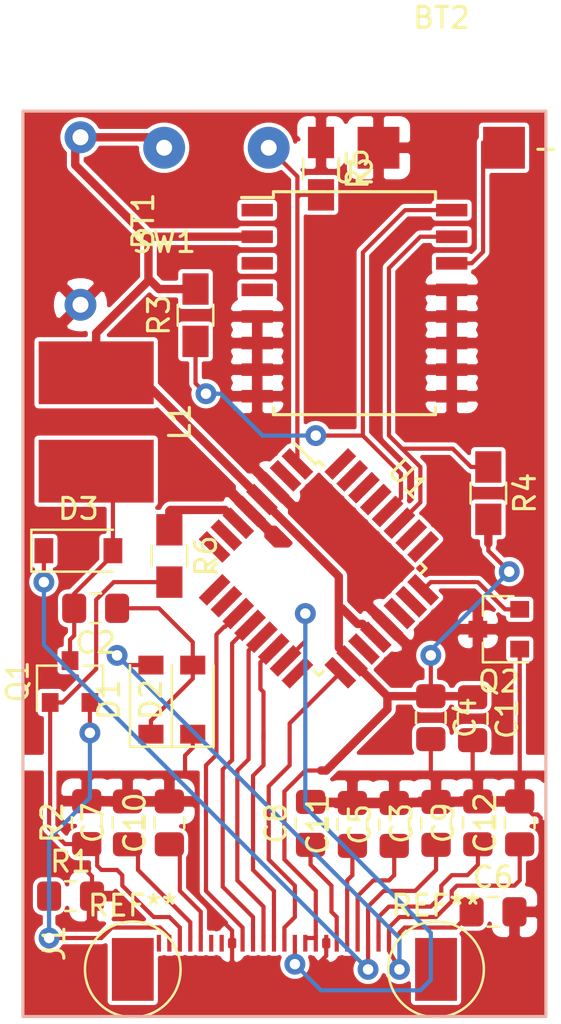
<source format=kicad_pcb>
(kicad_pcb (version 20171130) (host pcbnew 5.1.2-f72e74a~84~ubuntu18.04.1)

  (general
    (thickness 1.6)
    (drawings 4)
    (tracks 287)
    (zones 0)
    (modules 32)
    (nets 49)
  )

  (page A4)
  (title_block
    (title "OTP Tent")
    (date 2019-02-25)
    (rev v01)
    (company "IntegrityNet Solutions and Services")
  )

  (layers
    (0 F.Cu signal)
    (31 B.Cu signal)
    (32 B.Adhes user)
    (33 F.Adhes user)
    (34 B.Paste user)
    (35 F.Paste user)
    (36 B.SilkS user)
    (37 F.SilkS user)
    (38 B.Mask user)
    (39 F.Mask user)
    (40 Dwgs.User user hide)
    (41 Cmts.User user)
    (42 Eco1.User user)
    (43 Eco2.User user)
    (44 Edge.Cuts user)
    (45 Margin user)
    (46 B.CrtYd user)
    (47 F.CrtYd user hide)
    (48 B.Fab user)
    (49 F.Fab user hide)
  )

  (setup
    (last_trace_width 0.2)
    (trace_clearance 0.1)
    (zone_clearance 0.2)
    (zone_45_only no)
    (trace_min 0.2)
    (via_size 1)
    (via_drill 0.5)
    (via_min_size 0.4)
    (via_min_drill 0.3)
    (uvia_size 0.3)
    (uvia_drill 0.1)
    (uvias_allowed no)
    (uvia_min_size 0.2)
    (uvia_min_drill 0.1)
    (edge_width 0.1)
    (segment_width 0.2)
    (pcb_text_width 0.3)
    (pcb_text_size 1.5 1.5)
    (mod_edge_width 0.15)
    (mod_text_size 1 1)
    (mod_text_width 0.15)
    (pad_size 2 3)
    (pad_drill 0)
    (pad_to_mask_clearance 0)
    (solder_mask_min_width 0.25)
    (aux_axis_origin 0 0)
    (visible_elements FFFFFF7F)
    (pcbplotparams
      (layerselection 0x00010_fffffffe)
      (usegerberextensions false)
      (usegerberattributes false)
      (usegerberadvancedattributes false)
      (creategerberjobfile false)
      (excludeedgelayer false)
      (linewidth 0.100000)
      (plotframeref false)
      (viasonmask true)
      (mode 1)
      (useauxorigin false)
      (hpglpennumber 1)
      (hpglpenspeed 20)
      (hpglpendiameter 15.000000)
      (psnegative false)
      (psa4output false)
      (plotreference true)
      (plotvalue true)
      (plotinvisibletext false)
      (padsonsilk true)
      (subtractmaskfromsilk false)
      (outputformat 5)
      (mirror true)
      (drillshape 0)
      (scaleselection 1)
      (outputdirectory "plot/svg/"))
  )

  (net 0 "")
  (net 1 VDC)
  (net 2 GND)
  (net 3 Batt)
  (net 4 QGND)
  (net 5 "Net-(C2-Pad1)")
  (net 6 "Net-(C2-Pad2)")
  (net 7 PREVGH)
  (net 8 "Net-(C5-Pad1)")
  (net 9 "Net-(C6-Pad1)")
  (net 10 "Net-(C7-Pad1)")
  (net 11 "Net-(C8-Pad1)")
  (net 12 "Net-(C9-Pad1)")
  (net 13 "Net-(C10-Pad1)")
  (net 14 "Net-(C11-Pad1)")
  (net 15 PREVGL)
  (net 16 "Net-(J1-Pad1)")
  (net 17 GDR)
  (net 18 RESE)
  (net 19 "Net-(J1-Pad6)")
  (net 20 "Net-(J1-Pad7)")
  (net 21 BUSY)
  (net 22 RES)
  (net 23 DC)
  (net 24 CS)
  (net 25 SCLK)
  (net 26 SDI)
  (net 27 "Net-(Q2-Pad2)")
  (net 28 "Net-(U1-Pad2)")
  (net 29 "Net-(U1-Pad9)")
  (net 30 "Net-(U1-Pad23)")
  (net 31 "Net-(U1-Pad10)")
  (net 32 "Net-(U1-Pad25)")
  (net 33 "Net-(U1-Pad26)")
  (net 34 SDA)
  (net 35 SCL)
  (net 36 "Net-(U2-Pad1)")
  (net 37 "Net-(U2-Pad4)")
  (net 38 "Net-(U1-Pad7)")
  (net 39 "Net-(U1-Pad8)")
  (net 40 "Net-(U1-Pad16)")
  (net 41 "Net-(U1-Pad19)")
  (net 42 "Net-(U1-Pad22)")
  (net 43 "Net-(U1-Pad29)")
  (net 44 "Net-(U1-Pad30)")
  (net 45 "Net-(U1-Pad31)")
  (net 46 "Net-(U1-Pad32)")
  (net 47 "Net-(R5-Pad2)")
  (net 48 "Net-(U2-Pad3)")

  (net_class Default "This is the default net class."
    (clearance 0.1)
    (trace_width 0.2)
    (via_dia 1)
    (via_drill 0.5)
    (uvia_dia 0.3)
    (uvia_drill 0.1)
    (diff_pair_width 0.2)
    (diff_pair_gap 0.1)
    (add_net BUSY)
    (add_net Batt)
    (add_net CS)
    (add_net DC)
    (add_net GDR)
    (add_net "Net-(C10-Pad1)")
    (add_net "Net-(C11-Pad1)")
    (add_net "Net-(C2-Pad1)")
    (add_net "Net-(C2-Pad2)")
    (add_net "Net-(C5-Pad1)")
    (add_net "Net-(C6-Pad1)")
    (add_net "Net-(C7-Pad1)")
    (add_net "Net-(C8-Pad1)")
    (add_net "Net-(C9-Pad1)")
    (add_net "Net-(J1-Pad1)")
    (add_net "Net-(J1-Pad6)")
    (add_net "Net-(J1-Pad7)")
    (add_net "Net-(Q2-Pad2)")
    (add_net "Net-(R5-Pad2)")
    (add_net "Net-(U1-Pad10)")
    (add_net "Net-(U1-Pad16)")
    (add_net "Net-(U1-Pad19)")
    (add_net "Net-(U1-Pad2)")
    (add_net "Net-(U1-Pad22)")
    (add_net "Net-(U1-Pad23)")
    (add_net "Net-(U1-Pad25)")
    (add_net "Net-(U1-Pad26)")
    (add_net "Net-(U1-Pad29)")
    (add_net "Net-(U1-Pad30)")
    (add_net "Net-(U1-Pad31)")
    (add_net "Net-(U1-Pad32)")
    (add_net "Net-(U1-Pad7)")
    (add_net "Net-(U1-Pad8)")
    (add_net "Net-(U1-Pad9)")
    (add_net "Net-(U2-Pad1)")
    (add_net "Net-(U2-Pad3)")
    (add_net "Net-(U2-Pad4)")
    (add_net PREVGH)
    (add_net PREVGL)
    (add_net QGND)
    (add_net RES)
    (add_net RESE)
    (add_net SCL)
    (add_net SCLK)
    (add_net SDA)
    (add_net SDI)
  )

  (net_class POWER ""
    (clearance 0.1)
    (trace_width 0.2)
    (via_dia 1)
    (via_drill 0.5)
    (uvia_dia 0.3)
    (uvia_drill 0.1)
    (diff_pair_width 0.2)
    (diff_pair_gap 0.1)
    (add_net GND)
    (add_net VDC)
  )

  (module Connectors:1pin (layer F.Cu) (tedit 5CD14171) (tstamp 5CD14D2C)
    (at 125.75 100.5)
    (descr "module 1 pin (ou trou mecanique de percage)")
    (tags DEV)
    (fp_text reference REF** (at 0 -3.048) (layer F.SilkS)
      (effects (font (size 1 1) (thickness 0.15)))
    )
    (fp_text value 1pin (at 0 3) (layer F.Fab)
      (effects (font (size 1 1) (thickness 0.15)))
    )
    (fp_circle (center 0 0) (end 0 -2.286) (layer F.SilkS) (width 0.12))
    (fp_circle (center 0 0) (end 2.6 0) (layer F.CrtYd) (width 0.05))
    (fp_circle (center 0 0) (end 2 0.8) (layer F.Fab) (width 0.1))
    (pad 1 smd rect (at 0 0) (size 2 3) (layers F.Cu))
  )

  (module Connectors:1pin (layer F.Cu) (tedit 5CD14171) (tstamp 5CD14CE7)
    (at 111.25 100.5)
    (descr "module 1 pin (ou trou mecanique de percage)")
    (tags DEV)
    (fp_text reference REF** (at 0 -3.048) (layer F.SilkS)
      (effects (font (size 1 1) (thickness 0.15)))
    )
    (fp_text value 1pin (at 0 3) (layer F.Fab)
      (effects (font (size 1 1) (thickness 0.15)))
    )
    (fp_circle (center 0 0) (end 2 0.8) (layer F.Fab) (width 0.1))
    (fp_circle (center 0 0) (end 2.6 0) (layer F.CrtYd) (width 0.05))
    (fp_circle (center 0 0) (end 0 -2.286) (layer F.SilkS) (width 0.12))
    (pad 1 smd rect (at 0 0) (size 2 3) (layers F.Cu))
  )

  (module otp:FPC24 (layer F.Cu) (tedit 5CCCD7BB) (tstamp 5CCCFF20)
    (at 118.5 99.25 270)
    (path /5C7151EB)
    (fp_text reference J1 (at 0 11 90) (layer F.SilkS)
      (effects (font (size 1 1) (thickness 0.15)))
    )
    (fp_text value FPC24 (at 0 -9.5 90) (layer F.Fab)
      (effects (font (size 1 1) (thickness 0.15)))
    )
    (fp_circle (center 0 -7.5) (end 0.5 -7.5) (layer F.Mask) (width 1))
    (pad 1 smd rect (at 0 6 270) (size 0.8 0.2) (layers F.Cu F.Paste F.Mask)
      (net 16 "Net-(J1-Pad1)"))
    (pad 2 smd rect (at 0 5.5 270) (size 0.8 0.2) (layers F.Cu F.Paste F.Mask)
      (net 17 GDR))
    (pad 3 smd rect (at 0 5 270) (size 0.8 0.2) (layers F.Cu F.Paste F.Mask)
      (net 18 RESE))
    (pad 4 smd rect (at 0 4.5 270) (size 0.8 0.2) (layers F.Cu F.Paste F.Mask)
      (net 10 "Net-(C7-Pad1)"))
    (pad 5 smd rect (at 0 4 270) (size 0.8 0.2) (layers F.Cu F.Paste F.Mask)
      (net 13 "Net-(C10-Pad1)"))
    (pad 6 smd rect (at 0 3.5 270) (size 0.8 0.2) (layers F.Cu F.Paste F.Mask)
      (net 19 "Net-(J1-Pad6)"))
    (pad 7 smd rect (at 0 3 270) (size 0.8 0.2) (layers F.Cu F.Paste F.Mask)
      (net 20 "Net-(J1-Pad7)"))
    (pad 8 smd rect (at 0 2.5 270) (size 0.8 0.2) (layers F.Cu F.Paste F.Mask)
      (net 4 QGND))
    (pad 9 smd rect (at 0 2 270) (size 0.8 0.2) (layers F.Cu F.Paste F.Mask)
      (net 21 BUSY))
    (pad 10 smd rect (at 0 1.5 270) (size 0.8 0.2) (layers F.Cu F.Paste F.Mask)
      (net 22 RES))
    (pad 11 smd rect (at 0 1 270) (size 0.8 0.2) (layers F.Cu F.Paste F.Mask)
      (net 23 DC))
    (pad 12 smd rect (at 0 0.5 270) (size 0.8 0.2) (layers F.Cu F.Paste F.Mask)
      (net 24 CS))
    (pad 13 smd rect (at 0 0 270) (size 0.8 0.2) (layers F.Cu F.Paste F.Mask)
      (net 25 SCLK))
    (pad 14 smd rect (at 0 -0.5 270) (size 0.8 0.2) (layers F.Cu F.Paste F.Mask)
      (net 26 SDI))
    (pad 15 smd rect (at 0 -1 270) (size 0.8 0.2) (layers F.Cu F.Paste F.Mask)
      (net 1 VDC))
    (pad 16 smd rect (at 0 -1.5 270) (size 0.8 0.2) (layers F.Cu F.Paste F.Mask)
      (net 1 VDC))
    (pad 17 smd rect (at 0 -2 270) (size 0.8 0.2) (layers F.Cu F.Paste F.Mask)
      (net 4 QGND))
    (pad 18 smd rect (at 0 -2.5 270) (size 0.8 0.2) (layers F.Cu F.Paste F.Mask)
      (net 11 "Net-(C8-Pad1)"))
    (pad 19 smd rect (at 0 -3 270) (size 0.8 0.2) (layers F.Cu F.Paste F.Mask)
      (net 14 "Net-(C11-Pad1)"))
    (pad 20 smd rect (at 0 -3.5 270) (size 0.8 0.2) (layers F.Cu F.Paste F.Mask)
      (net 8 "Net-(C5-Pad1)"))
    (pad 21 smd rect (at 0 -4 270) (size 0.8 0.2) (layers F.Cu F.Paste F.Mask)
      (net 7 PREVGH))
    (pad 22 smd rect (at 0 -4.5 270) (size 0.8 0.2) (layers F.Cu F.Paste F.Mask)
      (net 12 "Net-(C9-Pad1)"))
    (pad 23 smd rect (at 0 -5 270) (size 0.8 0.2) (layers F.Cu F.Paste F.Mask)
      (net 15 PREVGL))
    (pad 24 smd rect (at 0 -5.5 270) (size 0.8 0.2) (layers F.Cu F.Paste F.Mask)
      (net 9 "Net-(C6-Pad1)"))
  )

  (module millk:pushbutton_2pin (layer F.Cu) (tedit 5CD13EA8) (tstamp 5CCAD7CA)
    (at 112.75 66.25 180)
    (path /5CD2E906)
    (fp_text reference SW1 (at 0 0.5) (layer F.SilkS)
      (effects (font (size 1 1) (thickness 0.15)))
    )
    (fp_text value Switch_SW_Push (at 0 -0.5) (layer F.Fab)
      (effects (font (size 1 1) (thickness 0.15)))
    )
    (pad 2 thru_hole circle (at 0 5 180) (size 2 2) (drill 0.762) (layers *.Cu *.Mask)
      (net 1 VDC))
    (pad 1 thru_hole circle (at -5 5 180) (size 2 2) (drill 0.762) (layers *.Cu *.Mask)
      (net 47 "Net-(R5-Pad2)"))
  )

  (module Capacitors_SMD:C_0805_HandSoldering (layer F.Cu) (tedit 58AA84A8) (tstamp 5CCAD7C4)
    (at 113 80.75 270)
    (descr "Capacitor SMD 0805, hand soldering")
    (tags "capacitor 0805")
    (path /5CD1496B)
    (attr smd)
    (fp_text reference R6 (at 0 -1.75 90) (layer F.SilkS)
      (effects (font (size 1 1) (thickness 0.15)))
    )
    (fp_text value R (at 0 1.75 90) (layer F.Fab)
      (effects (font (size 1 1) (thickness 0.15)))
    )
    (fp_text user %R (at 0 -1.75 90) (layer F.Fab)
      (effects (font (size 1 1) (thickness 0.15)))
    )
    (fp_line (start -1 0.62) (end -1 -0.62) (layer F.Fab) (width 0.1))
    (fp_line (start 1 0.62) (end -1 0.62) (layer F.Fab) (width 0.1))
    (fp_line (start 1 -0.62) (end 1 0.62) (layer F.Fab) (width 0.1))
    (fp_line (start -1 -0.62) (end 1 -0.62) (layer F.Fab) (width 0.1))
    (fp_line (start 0.5 -0.85) (end -0.5 -0.85) (layer F.SilkS) (width 0.12))
    (fp_line (start -0.5 0.85) (end 0.5 0.85) (layer F.SilkS) (width 0.12))
    (fp_line (start -2.25 -0.88) (end 2.25 -0.88) (layer F.CrtYd) (width 0.05))
    (fp_line (start -2.25 -0.88) (end -2.25 0.87) (layer F.CrtYd) (width 0.05))
    (fp_line (start 2.25 0.87) (end 2.25 -0.88) (layer F.CrtYd) (width 0.05))
    (fp_line (start 2.25 0.87) (end -2.25 0.87) (layer F.CrtYd) (width 0.05))
    (pad 1 smd rect (at -1.25 0 270) (size 1.5 1.25) (layers F.Cu F.Paste F.Mask)
      (net 1 VDC))
    (pad 2 smd rect (at 1.25 0 270) (size 1.5 1.25) (layers F.Cu F.Paste F.Mask)
      (net 18 RESE))
    (model Capacitors_SMD.3dshapes/C_0805.wrl
      (at (xyz 0 0 0))
      (scale (xyz 1 1 1))
      (rotate (xyz 0 0 0))
    )
  )

  (module Capacitors_SMD:C_0805_HandSoldering (layer F.Cu) (tedit 58AA84A8) (tstamp 5CCAD7C1)
    (at 120.25 62.25 270)
    (descr "Capacitor SMD 0805, hand soldering")
    (tags "capacitor 0805")
    (path /5CD49CA8)
    (attr smd)
    (fp_text reference R5 (at 0 -1.75 90) (layer F.SilkS)
      (effects (font (size 1 1) (thickness 0.15)))
    )
    (fp_text value R (at 0 1.75 90) (layer F.Fab)
      (effects (font (size 1 1) (thickness 0.15)))
    )
    (fp_text user %R (at 0 -1.75 90) (layer F.Fab)
      (effects (font (size 1 1) (thickness 0.15)))
    )
    (fp_line (start -1 0.62) (end -1 -0.62) (layer F.Fab) (width 0.1))
    (fp_line (start 1 0.62) (end -1 0.62) (layer F.Fab) (width 0.1))
    (fp_line (start 1 -0.62) (end 1 0.62) (layer F.Fab) (width 0.1))
    (fp_line (start -1 -0.62) (end 1 -0.62) (layer F.Fab) (width 0.1))
    (fp_line (start 0.5 -0.85) (end -0.5 -0.85) (layer F.SilkS) (width 0.12))
    (fp_line (start -0.5 0.85) (end 0.5 0.85) (layer F.SilkS) (width 0.12))
    (fp_line (start -2.25 -0.88) (end 2.25 -0.88) (layer F.CrtYd) (width 0.05))
    (fp_line (start -2.25 -0.88) (end -2.25 0.87) (layer F.CrtYd) (width 0.05))
    (fp_line (start 2.25 0.87) (end 2.25 -0.88) (layer F.CrtYd) (width 0.05))
    (fp_line (start 2.25 0.87) (end -2.25 0.87) (layer F.CrtYd) (width 0.05))
    (pad 1 smd rect (at -1.25 0 270) (size 1.5 1.25) (layers F.Cu F.Paste F.Mask)
      (net 2 GND))
    (pad 2 smd rect (at 1.25 0 270) (size 1.5 1.25) (layers F.Cu F.Paste F.Mask)
      (net 47 "Net-(R5-Pad2)"))
    (model Capacitors_SMD.3dshapes/C_0805.wrl
      (at (xyz 0 0 0))
      (scale (xyz 1 1 1))
      (rotate (xyz 0 0 0))
    )
  )

  (module Capacitors_SMD:C_0805_HandSoldering (layer F.Cu) (tedit 58AA84A8) (tstamp 5CCAD7BE)
    (at 128.25 77.75 270)
    (descr "Capacitor SMD 0805, hand soldering")
    (tags "capacitor 0805")
    (path /5CCCF0BD)
    (attr smd)
    (fp_text reference R4 (at 0 -1.75 90) (layer F.SilkS)
      (effects (font (size 1 1) (thickness 0.15)))
    )
    (fp_text value R (at 0 1.75 90) (layer F.Fab)
      (effects (font (size 1 1) (thickness 0.15)))
    )
    (fp_text user %R (at 0 -1.75 90) (layer F.Fab)
      (effects (font (size 1 1) (thickness 0.15)))
    )
    (fp_line (start -1 0.62) (end -1 -0.62) (layer F.Fab) (width 0.1))
    (fp_line (start 1 0.62) (end -1 0.62) (layer F.Fab) (width 0.1))
    (fp_line (start 1 -0.62) (end 1 0.62) (layer F.Fab) (width 0.1))
    (fp_line (start -1 -0.62) (end 1 -0.62) (layer F.Fab) (width 0.1))
    (fp_line (start 0.5 -0.85) (end -0.5 -0.85) (layer F.SilkS) (width 0.12))
    (fp_line (start -0.5 0.85) (end 0.5 0.85) (layer F.SilkS) (width 0.12))
    (fp_line (start -2.25 -0.88) (end 2.25 -0.88) (layer F.CrtYd) (width 0.05))
    (fp_line (start -2.25 -0.88) (end -2.25 0.87) (layer F.CrtYd) (width 0.05))
    (fp_line (start 2.25 0.87) (end 2.25 -0.88) (layer F.CrtYd) (width 0.05))
    (fp_line (start 2.25 0.87) (end -2.25 0.87) (layer F.CrtYd) (width 0.05))
    (pad 1 smd rect (at -1.25 0 270) (size 1.5 1.25) (layers F.Cu F.Paste F.Mask)
      (net 34 SDA))
    (pad 2 smd rect (at 1.25 0 270) (size 1.5 1.25) (layers F.Cu F.Paste F.Mask)
      (net 1 VDC))
    (model Capacitors_SMD.3dshapes/C_0805.wrl
      (at (xyz 0 0 0))
      (scale (xyz 1 1 1))
      (rotate (xyz 0 0 0))
    )
  )

  (module Capacitors_SMD:C_0805_HandSoldering (layer F.Cu) (tedit 58AA84A8) (tstamp 5CCAD7BB)
    (at 114.25 69.25 90)
    (descr "Capacitor SMD 0805, hand soldering")
    (tags "capacitor 0805")
    (path /5CCCE5AC)
    (attr smd)
    (fp_text reference R3 (at 0 -1.75 90) (layer F.SilkS)
      (effects (font (size 1 1) (thickness 0.15)))
    )
    (fp_text value R (at 0 1.75 90) (layer F.Fab)
      (effects (font (size 1 1) (thickness 0.15)))
    )
    (fp_text user %R (at 0 -1.75 90) (layer F.Fab)
      (effects (font (size 1 1) (thickness 0.15)))
    )
    (fp_line (start -1 0.62) (end -1 -0.62) (layer F.Fab) (width 0.1))
    (fp_line (start 1 0.62) (end -1 0.62) (layer F.Fab) (width 0.1))
    (fp_line (start 1 -0.62) (end 1 0.62) (layer F.Fab) (width 0.1))
    (fp_line (start -1 -0.62) (end 1 -0.62) (layer F.Fab) (width 0.1))
    (fp_line (start 0.5 -0.85) (end -0.5 -0.85) (layer F.SilkS) (width 0.12))
    (fp_line (start -0.5 0.85) (end 0.5 0.85) (layer F.SilkS) (width 0.12))
    (fp_line (start -2.25 -0.88) (end 2.25 -0.88) (layer F.CrtYd) (width 0.05))
    (fp_line (start -2.25 -0.88) (end -2.25 0.87) (layer F.CrtYd) (width 0.05))
    (fp_line (start 2.25 0.87) (end 2.25 -0.88) (layer F.CrtYd) (width 0.05))
    (fp_line (start 2.25 0.87) (end -2.25 0.87) (layer F.CrtYd) (width 0.05))
    (pad 1 smd rect (at -1.25 0 90) (size 1.5 1.25) (layers F.Cu F.Paste F.Mask)
      (net 35 SCL))
    (pad 2 smd rect (at 1.25 0 90) (size 1.5 1.25) (layers F.Cu F.Paste F.Mask)
      (net 1 VDC))
    (model Capacitors_SMD.3dshapes/C_0805.wrl
      (at (xyz 0 0 0))
      (scale (xyz 1 1 1))
      (rotate (xyz 0 0 0))
    )
  )

  (module Capacitor_SMD:C_0805_2012Metric_Pad1.15x1.40mm_HandSolder (layer F.Cu) (tedit 5B36C52B) (tstamp 5C88A02F)
    (at 121.75 93.575 90)
    (descr "Capacitor SMD 0805 (2012 Metric), square (rectangular) end terminal, IPC_7351 nominal with elongated pad for handsoldering. (Body size source: https://docs.google.com/spreadsheets/d/1BsfQQcO9C6DZCsRaXUlFlo91Tg2WpOkGARC1WS5S8t0/edit?usp=sharing), generated with kicad-footprint-generator")
    (tags "capacitor handsolder")
    (path /5C722B94)
    (attr smd)
    (fp_text reference C11 (at 0 -1.65 90) (layer F.SilkS)
      (effects (font (size 1 1) (thickness 0.15)))
    )
    (fp_text value 1uF/50V (at 0 1.65 90) (layer F.Fab)
      (effects (font (size 1 1) (thickness 0.15)))
    )
    (fp_text user %R (at 0 0 90) (layer F.Fab)
      (effects (font (size 0.5 0.5) (thickness 0.08)))
    )
    (fp_line (start 1.85 0.95) (end -1.85 0.95) (layer F.CrtYd) (width 0.05))
    (fp_line (start 1.85 -0.95) (end 1.85 0.95) (layer F.CrtYd) (width 0.05))
    (fp_line (start -1.85 -0.95) (end 1.85 -0.95) (layer F.CrtYd) (width 0.05))
    (fp_line (start -1.85 0.95) (end -1.85 -0.95) (layer F.CrtYd) (width 0.05))
    (fp_line (start -0.261252 0.71) (end 0.261252 0.71) (layer F.SilkS) (width 0.12))
    (fp_line (start -0.261252 -0.71) (end 0.261252 -0.71) (layer F.SilkS) (width 0.12))
    (fp_line (start 1 0.6) (end -1 0.6) (layer F.Fab) (width 0.1))
    (fp_line (start 1 -0.6) (end 1 0.6) (layer F.Fab) (width 0.1))
    (fp_line (start -1 -0.6) (end 1 -0.6) (layer F.Fab) (width 0.1))
    (fp_line (start -1 0.6) (end -1 -0.6) (layer F.Fab) (width 0.1))
    (pad 2 smd roundrect (at 1.025 0 90) (size 1.15 1.4) (layers F.Cu F.Paste F.Mask) (roundrect_rratio 0.217391)
      (net 4 QGND))
    (pad 1 smd roundrect (at -1.025 0 90) (size 1.15 1.4) (layers F.Cu F.Paste F.Mask) (roundrect_rratio 0.217391)
      (net 14 "Net-(C11-Pad1)"))
    (model ${KISYS3DMOD}/Capacitor_SMD.3dshapes/C_0805_2012Metric.wrl
      (at (xyz 0 0 0))
      (scale (xyz 1 1 1))
      (rotate (xyz 0 0 0))
    )
  )

  (module Capacitor_SMD:C_0805_2012Metric_Pad1.15x1.40mm_HandSolder (layer F.Cu) (tedit 5B36C52B) (tstamp 5C889FC9)
    (at 123.75 93.575 90)
    (descr "Capacitor SMD 0805 (2012 Metric), square (rectangular) end terminal, IPC_7351 nominal with elongated pad for handsoldering. (Body size source: https://docs.google.com/spreadsheets/d/1BsfQQcO9C6DZCsRaXUlFlo91Tg2WpOkGARC1WS5S8t0/edit?usp=sharing), generated with kicad-footprint-generator")
    (tags "capacitor handsolder")
    (path /5C723229)
    (attr smd)
    (fp_text reference C5 (at 0 -1.65 90) (layer F.SilkS)
      (effects (font (size 1 1) (thickness 0.15)))
    )
    (fp_text value 1uF/50V (at 0 1.65 90) (layer F.Fab)
      (effects (font (size 1 1) (thickness 0.15)))
    )
    (fp_line (start -1 0.6) (end -1 -0.6) (layer F.Fab) (width 0.1))
    (fp_line (start -1 -0.6) (end 1 -0.6) (layer F.Fab) (width 0.1))
    (fp_line (start 1 -0.6) (end 1 0.6) (layer F.Fab) (width 0.1))
    (fp_line (start 1 0.6) (end -1 0.6) (layer F.Fab) (width 0.1))
    (fp_line (start -0.261252 -0.71) (end 0.261252 -0.71) (layer F.SilkS) (width 0.12))
    (fp_line (start -0.261252 0.71) (end 0.261252 0.71) (layer F.SilkS) (width 0.12))
    (fp_line (start -1.85 0.95) (end -1.85 -0.95) (layer F.CrtYd) (width 0.05))
    (fp_line (start -1.85 -0.95) (end 1.85 -0.95) (layer F.CrtYd) (width 0.05))
    (fp_line (start 1.85 -0.95) (end 1.85 0.95) (layer F.CrtYd) (width 0.05))
    (fp_line (start 1.85 0.95) (end -1.85 0.95) (layer F.CrtYd) (width 0.05))
    (fp_text user %R (at 0 0 90) (layer F.Fab)
      (effects (font (size 0.5 0.5) (thickness 0.08)))
    )
    (pad 1 smd roundrect (at -1.025 0 90) (size 1.15 1.4) (layers F.Cu F.Paste F.Mask) (roundrect_rratio 0.217391)
      (net 8 "Net-(C5-Pad1)"))
    (pad 2 smd roundrect (at 1.025 0 90) (size 1.15 1.4) (layers F.Cu F.Paste F.Mask) (roundrect_rratio 0.217391)
      (net 4 QGND))
    (model ${KISYS3DMOD}/Capacitor_SMD.3dshapes/C_0805_2012Metric.wrl
      (at (xyz 0 0 0))
      (scale (xyz 1 1 1))
      (rotate (xyz 0 0 0))
    )
  )

  (module otp:Battery_pack_connector (layer F.Cu) (tedit 5CD13F84) (tstamp 5C889F6D)
    (at 108.75 64.75 90)
    (path /5C7CB3D8)
    (fp_text reference BT1 (at 0 3 90) (layer F.SilkS)
      (effects (font (size 1 1) (thickness 0.15)))
    )
    (fp_text value "Battery 3V" (at 0 -3 90) (layer F.Fab)
      (effects (font (size 1 1) (thickness 0.15)))
    )
    (fp_line (start 4 2) (end 4 4) (layer F.Mask) (width 0.5))
    (fp_line (start 3 3) (end 5 3) (layer F.Mask) (width 0.5))
    (pad 1 thru_hole circle (at 4 0 90) (size 1.524 1.524) (drill 0.762) (layers *.Cu *.Mask)
      (net 1 VDC))
    (pad 2 thru_hole circle (at -4 0 90) (size 1.524 1.524) (drill 0.762) (layers *.Cu *.Mask)
      (net 2 GND))
  )

  (module "otp:Cell Battery SMD" (layer F.Cu) (tedit 5C8897C7) (tstamp 5C889F74)
    (at 126 61.25 180)
    (path /5C7C1C30)
    (fp_text reference BT2 (at -0.01 6.21 180) (layer F.SilkS)
      (effects (font (size 1 1) (thickness 0.15)))
    )
    (fp_text value "Cell Battery 3V" (at -0.01 -6.62 180) (layer F.Fab)
      (effects (font (size 1 1) (thickness 0.15)))
    )
    (fp_text user + (at -5 0 180) (layer F.SilkS)
      (effects (font (size 1 1) (thickness 0.15)))
    )
    (pad 1 smd rect (at -3 0 180) (size 2 2) (layers F.Cu F.Paste F.Mask)
      (net 3 Batt))
    (pad 2 smd rect (at 3 0 180) (size 2 2) (layers F.Cu F.Paste F.Mask)
      (net 2 GND))
  )

  (module Capacitor_SMD:C_0805_2012Metric_Pad1.15x1.40mm_HandSolder (layer F.Cu) (tedit 5B36C52B) (tstamp 5C889F85)
    (at 127.5 88.525 270)
    (descr "Capacitor SMD 0805 (2012 Metric), square (rectangular) end terminal, IPC_7351 nominal with elongated pad for handsoldering. (Body size source: https://docs.google.com/spreadsheets/d/1BsfQQcO9C6DZCsRaXUlFlo91Tg2WpOkGARC1WS5S8t0/edit?usp=sharing), generated with kicad-footprint-generator")
    (tags "capacitor handsolder")
    (path /5C732EE8)
    (attr smd)
    (fp_text reference C1 (at 0 -1.65 270) (layer F.SilkS)
      (effects (font (size 1 1) (thickness 0.15)))
    )
    (fp_text value 4.7uF/50V (at 0 1.65 270) (layer F.Fab)
      (effects (font (size 1 1) (thickness 0.15)))
    )
    (fp_text user %R (at 0 0 270) (layer F.Fab)
      (effects (font (size 0.5 0.5) (thickness 0.08)))
    )
    (fp_line (start 1.85 0.95) (end -1.85 0.95) (layer F.CrtYd) (width 0.05))
    (fp_line (start 1.85 -0.95) (end 1.85 0.95) (layer F.CrtYd) (width 0.05))
    (fp_line (start -1.85 -0.95) (end 1.85 -0.95) (layer F.CrtYd) (width 0.05))
    (fp_line (start -1.85 0.95) (end -1.85 -0.95) (layer F.CrtYd) (width 0.05))
    (fp_line (start -0.261252 0.71) (end 0.261252 0.71) (layer F.SilkS) (width 0.12))
    (fp_line (start -0.261252 -0.71) (end 0.261252 -0.71) (layer F.SilkS) (width 0.12))
    (fp_line (start 1 0.6) (end -1 0.6) (layer F.Fab) (width 0.1))
    (fp_line (start 1 -0.6) (end 1 0.6) (layer F.Fab) (width 0.1))
    (fp_line (start -1 -0.6) (end 1 -0.6) (layer F.Fab) (width 0.1))
    (fp_line (start -1 0.6) (end -1 -0.6) (layer F.Fab) (width 0.1))
    (pad 2 smd roundrect (at 1.025 0 270) (size 1.15 1.4) (layers F.Cu F.Paste F.Mask) (roundrect_rratio 0.217391)
      (net 4 QGND))
    (pad 1 smd roundrect (at -1.025 0 270) (size 1.15 1.4) (layers F.Cu F.Paste F.Mask) (roundrect_rratio 0.217391)
      (net 1 VDC))
    (model ${KISYS3DMOD}/Capacitor_SMD.3dshapes/C_0805_2012Metric.wrl
      (at (xyz 0 0 0))
      (scale (xyz 1 1 1))
      (rotate (xyz 0 0 0))
    )
  )

  (module Capacitor_SMD:C_0805_2012Metric_Pad1.15x1.40mm_HandSolder (layer F.Cu) (tedit 5B36C52B) (tstamp 5C889F96)
    (at 109.475 83.25 180)
    (descr "Capacitor SMD 0805 (2012 Metric), square (rectangular) end terminal, IPC_7351 nominal with elongated pad for handsoldering. (Body size source: https://docs.google.com/spreadsheets/d/1BsfQQcO9C6DZCsRaXUlFlo91Tg2WpOkGARC1WS5S8t0/edit?usp=sharing), generated with kicad-footprint-generator")
    (tags "capacitor handsolder")
    (path /5C750133)
    (attr smd)
    (fp_text reference C2 (at 0 -1.65 180) (layer F.SilkS)
      (effects (font (size 1 1) (thickness 0.15)))
    )
    (fp_text value 4.7uF/50V (at 0 1.65 180) (layer F.Fab)
      (effects (font (size 1 1) (thickness 0.15)))
    )
    (fp_text user %R (at 0 0 180) (layer F.Fab)
      (effects (font (size 0.5 0.5) (thickness 0.08)))
    )
    (fp_line (start 1.85 0.95) (end -1.85 0.95) (layer F.CrtYd) (width 0.05))
    (fp_line (start 1.85 -0.95) (end 1.85 0.95) (layer F.CrtYd) (width 0.05))
    (fp_line (start -1.85 -0.95) (end 1.85 -0.95) (layer F.CrtYd) (width 0.05))
    (fp_line (start -1.85 0.95) (end -1.85 -0.95) (layer F.CrtYd) (width 0.05))
    (fp_line (start -0.261252 0.71) (end 0.261252 0.71) (layer F.SilkS) (width 0.12))
    (fp_line (start -0.261252 -0.71) (end 0.261252 -0.71) (layer F.SilkS) (width 0.12))
    (fp_line (start 1 0.6) (end -1 0.6) (layer F.Fab) (width 0.1))
    (fp_line (start 1 -0.6) (end 1 0.6) (layer F.Fab) (width 0.1))
    (fp_line (start -1 -0.6) (end 1 -0.6) (layer F.Fab) (width 0.1))
    (fp_line (start -1 0.6) (end -1 -0.6) (layer F.Fab) (width 0.1))
    (pad 2 smd roundrect (at 1.025 0 180) (size 1.15 1.4) (layers F.Cu F.Paste F.Mask) (roundrect_rratio 0.217391)
      (net 6 "Net-(C2-Pad2)"))
    (pad 1 smd roundrect (at -1.025 0 180) (size 1.15 1.4) (layers F.Cu F.Paste F.Mask) (roundrect_rratio 0.217391)
      (net 5 "Net-(C2-Pad1)"))
    (model ${KISYS3DMOD}/Capacitor_SMD.3dshapes/C_0805_2012Metric.wrl
      (at (xyz 0 0 0))
      (scale (xyz 1 1 1))
      (rotate (xyz 0 0 0))
    )
  )

  (module Capacitor_SMD:C_0805_2012Metric_Pad1.15x1.40mm_HandSolder (layer F.Cu) (tedit 5B36C52B) (tstamp 5C889FA7)
    (at 125.75 93.525 90)
    (descr "Capacitor SMD 0805 (2012 Metric), square (rectangular) end terminal, IPC_7351 nominal with elongated pad for handsoldering. (Body size source: https://docs.google.com/spreadsheets/d/1BsfQQcO9C6DZCsRaXUlFlo91Tg2WpOkGARC1WS5S8t0/edit?usp=sharing), generated with kicad-footprint-generator")
    (tags "capacitor handsolder")
    (path /5C74AD3B)
    (attr smd)
    (fp_text reference C3 (at 0 -1.65 90) (layer F.SilkS)
      (effects (font (size 1 1) (thickness 0.15)))
    )
    (fp_text value 4.7uF/50V (at 0 1.65 90) (layer F.Fab)
      (effects (font (size 1 1) (thickness 0.15)))
    )
    (fp_line (start -1 0.6) (end -1 -0.6) (layer F.Fab) (width 0.1))
    (fp_line (start -1 -0.6) (end 1 -0.6) (layer F.Fab) (width 0.1))
    (fp_line (start 1 -0.6) (end 1 0.6) (layer F.Fab) (width 0.1))
    (fp_line (start 1 0.6) (end -1 0.6) (layer F.Fab) (width 0.1))
    (fp_line (start -0.261252 -0.71) (end 0.261252 -0.71) (layer F.SilkS) (width 0.12))
    (fp_line (start -0.261252 0.71) (end 0.261252 0.71) (layer F.SilkS) (width 0.12))
    (fp_line (start -1.85 0.95) (end -1.85 -0.95) (layer F.CrtYd) (width 0.05))
    (fp_line (start -1.85 -0.95) (end 1.85 -0.95) (layer F.CrtYd) (width 0.05))
    (fp_line (start 1.85 -0.95) (end 1.85 0.95) (layer F.CrtYd) (width 0.05))
    (fp_line (start 1.85 0.95) (end -1.85 0.95) (layer F.CrtYd) (width 0.05))
    (fp_text user %R (at 0 0 90) (layer F.Fab)
      (effects (font (size 0.5 0.5) (thickness 0.08)))
    )
    (pad 1 smd roundrect (at -1.025 0 90) (size 1.15 1.4) (layers F.Cu F.Paste F.Mask) (roundrect_rratio 0.217391)
      (net 7 PREVGH))
    (pad 2 smd roundrect (at 1.025 0 90) (size 1.15 1.4) (layers F.Cu F.Paste F.Mask) (roundrect_rratio 0.217391)
      (net 4 QGND))
    (model ${KISYS3DMOD}/Capacitor_SMD.3dshapes/C_0805_2012Metric.wrl
      (at (xyz 0 0 0))
      (scale (xyz 1 1 1))
      (rotate (xyz 0 0 0))
    )
  )

  (module Capacitor_SMD:C_0805_2012Metric_Pad1.15x1.40mm_HandSolder (layer F.Cu) (tedit 5B36C52B) (tstamp 5C889FB8)
    (at 125.5 88.475 270)
    (descr "Capacitor SMD 0805 (2012 Metric), square (rectangular) end terminal, IPC_7351 nominal with elongated pad for handsoldering. (Body size source: https://docs.google.com/spreadsheets/d/1BsfQQcO9C6DZCsRaXUlFlo91Tg2WpOkGARC1WS5S8t0/edit?usp=sharing), generated with kicad-footprint-generator")
    (tags "capacitor handsolder")
    (path /5C722AB0)
    (attr smd)
    (fp_text reference C4 (at 0 -1.65 270) (layer F.SilkS)
      (effects (font (size 1 1) (thickness 0.15)))
    )
    (fp_text value 1uF/50V (at 0 1.65 270) (layer F.Fab)
      (effects (font (size 1 1) (thickness 0.15)))
    )
    (fp_text user %R (at 0 0 270) (layer F.Fab)
      (effects (font (size 0.5 0.5) (thickness 0.08)))
    )
    (fp_line (start 1.85 0.95) (end -1.85 0.95) (layer F.CrtYd) (width 0.05))
    (fp_line (start 1.85 -0.95) (end 1.85 0.95) (layer F.CrtYd) (width 0.05))
    (fp_line (start -1.85 -0.95) (end 1.85 -0.95) (layer F.CrtYd) (width 0.05))
    (fp_line (start -1.85 0.95) (end -1.85 -0.95) (layer F.CrtYd) (width 0.05))
    (fp_line (start -0.261252 0.71) (end 0.261252 0.71) (layer F.SilkS) (width 0.12))
    (fp_line (start -0.261252 -0.71) (end 0.261252 -0.71) (layer F.SilkS) (width 0.12))
    (fp_line (start 1 0.6) (end -1 0.6) (layer F.Fab) (width 0.1))
    (fp_line (start 1 -0.6) (end 1 0.6) (layer F.Fab) (width 0.1))
    (fp_line (start -1 -0.6) (end 1 -0.6) (layer F.Fab) (width 0.1))
    (fp_line (start -1 0.6) (end -1 -0.6) (layer F.Fab) (width 0.1))
    (pad 2 smd roundrect (at 1.025 0 270) (size 1.15 1.4) (layers F.Cu F.Paste F.Mask) (roundrect_rratio 0.217391)
      (net 4 QGND))
    (pad 1 smd roundrect (at -1.025 0 270) (size 1.15 1.4) (layers F.Cu F.Paste F.Mask) (roundrect_rratio 0.217391)
      (net 1 VDC))
    (model ${KISYS3DMOD}/Capacitor_SMD.3dshapes/C_0805_2012Metric.wrl
      (at (xyz 0 0 0))
      (scale (xyz 1 1 1))
      (rotate (xyz 0 0 0))
    )
  )

  (module Capacitor_SMD:C_0805_2012Metric_Pad1.15x1.40mm_HandSolder (layer F.Cu) (tedit 5B36C52B) (tstamp 5C88E5D5)
    (at 128.475 97.75)
    (descr "Capacitor SMD 0805 (2012 Metric), square (rectangular) end terminal, IPC_7351 nominal with elongated pad for handsoldering. (Body size source: https://docs.google.com/spreadsheets/d/1BsfQQcO9C6DZCsRaXUlFlo91Tg2WpOkGARC1WS5S8t0/edit?usp=sharing), generated with kicad-footprint-generator")
    (tags "capacitor handsolder")
    (path /5C723619)
    (attr smd)
    (fp_text reference C6 (at 0 -1.65) (layer F.SilkS)
      (effects (font (size 1 1) (thickness 0.15)))
    )
    (fp_text value 1uF/50V (at 0 1.65) (layer F.Fab)
      (effects (font (size 1 1) (thickness 0.15)))
    )
    (fp_line (start -1 0.6) (end -1 -0.6) (layer F.Fab) (width 0.1))
    (fp_line (start -1 -0.6) (end 1 -0.6) (layer F.Fab) (width 0.1))
    (fp_line (start 1 -0.6) (end 1 0.6) (layer F.Fab) (width 0.1))
    (fp_line (start 1 0.6) (end -1 0.6) (layer F.Fab) (width 0.1))
    (fp_line (start -0.261252 -0.71) (end 0.261252 -0.71) (layer F.SilkS) (width 0.12))
    (fp_line (start -0.261252 0.71) (end 0.261252 0.71) (layer F.SilkS) (width 0.12))
    (fp_line (start -1.85 0.95) (end -1.85 -0.95) (layer F.CrtYd) (width 0.05))
    (fp_line (start -1.85 -0.95) (end 1.85 -0.95) (layer F.CrtYd) (width 0.05))
    (fp_line (start 1.85 -0.95) (end 1.85 0.95) (layer F.CrtYd) (width 0.05))
    (fp_line (start 1.85 0.95) (end -1.85 0.95) (layer F.CrtYd) (width 0.05))
    (fp_text user %R (at 0 0) (layer F.Fab)
      (effects (font (size 0.5 0.5) (thickness 0.08)))
    )
    (pad 1 smd roundrect (at -1.025 0) (size 1.15 1.4) (layers F.Cu F.Paste F.Mask) (roundrect_rratio 0.217391)
      (net 9 "Net-(C6-Pad1)"))
    (pad 2 smd roundrect (at 1.025 0) (size 1.15 1.4) (layers F.Cu F.Paste F.Mask) (roundrect_rratio 0.217391)
      (net 4 QGND))
    (model ${KISYS3DMOD}/Capacitor_SMD.3dshapes/C_0805_2012Metric.wrl
      (at (xyz 0 0 0))
      (scale (xyz 1 1 1))
      (rotate (xyz 0 0 0))
    )
  )

  (module Capacitor_SMD:C_0805_2012Metric_Pad1.15x1.40mm_HandSolder (layer F.Cu) (tedit 5B36C52B) (tstamp 5C889FEB)
    (at 111 93.5 90)
    (descr "Capacitor SMD 0805 (2012 Metric), square (rectangular) end terminal, IPC_7351 nominal with elongated pad for handsoldering. (Body size source: https://docs.google.com/spreadsheets/d/1BsfQQcO9C6DZCsRaXUlFlo91Tg2WpOkGARC1WS5S8t0/edit?usp=sharing), generated with kicad-footprint-generator")
    (tags "capacitor handsolder")
    (path /5C72227F)
    (attr smd)
    (fp_text reference C7 (at 0 -1.65 90) (layer F.SilkS)
      (effects (font (size 1 1) (thickness 0.15)))
    )
    (fp_text value 1uF/50V (at 0 1.65 90) (layer F.Fab)
      (effects (font (size 1 1) (thickness 0.15)))
    )
    (fp_text user %R (at 0 0 90) (layer F.Fab)
      (effects (font (size 0.5 0.5) (thickness 0.08)))
    )
    (fp_line (start 1.85 0.95) (end -1.85 0.95) (layer F.CrtYd) (width 0.05))
    (fp_line (start 1.85 -0.95) (end 1.85 0.95) (layer F.CrtYd) (width 0.05))
    (fp_line (start -1.85 -0.95) (end 1.85 -0.95) (layer F.CrtYd) (width 0.05))
    (fp_line (start -1.85 0.95) (end -1.85 -0.95) (layer F.CrtYd) (width 0.05))
    (fp_line (start -0.261252 0.71) (end 0.261252 0.71) (layer F.SilkS) (width 0.12))
    (fp_line (start -0.261252 -0.71) (end 0.261252 -0.71) (layer F.SilkS) (width 0.12))
    (fp_line (start 1 0.6) (end -1 0.6) (layer F.Fab) (width 0.1))
    (fp_line (start 1 -0.6) (end 1 0.6) (layer F.Fab) (width 0.1))
    (fp_line (start -1 -0.6) (end 1 -0.6) (layer F.Fab) (width 0.1))
    (fp_line (start -1 0.6) (end -1 -0.6) (layer F.Fab) (width 0.1))
    (pad 2 smd roundrect (at 1.025 0 90) (size 1.15 1.4) (layers F.Cu F.Paste F.Mask) (roundrect_rratio 0.217391)
      (net 4 QGND))
    (pad 1 smd roundrect (at -1.025 0 90) (size 1.15 1.4) (layers F.Cu F.Paste F.Mask) (roundrect_rratio 0.217391)
      (net 10 "Net-(C7-Pad1)"))
    (model ${KISYS3DMOD}/Capacitor_SMD.3dshapes/C_0805_2012Metric.wrl
      (at (xyz 0 0 0))
      (scale (xyz 1 1 1))
      (rotate (xyz 0 0 0))
    )
  )

  (module Capacitor_SMD:C_0805_2012Metric_Pad1.15x1.40mm_HandSolder (layer F.Cu) (tedit 5B36C52B) (tstamp 5C88E44E)
    (at 127.75 93.5 90)
    (descr "Capacitor SMD 0805 (2012 Metric), square (rectangular) end terminal, IPC_7351 nominal with elongated pad for handsoldering. (Body size source: https://docs.google.com/spreadsheets/d/1BsfQQcO9C6DZCsRaXUlFlo91Tg2WpOkGARC1WS5S8t0/edit?usp=sharing), generated with kicad-footprint-generator")
    (tags "capacitor handsolder")
    (path /5C723353)
    (attr smd)
    (fp_text reference C9 (at 0 -1.65 90) (layer F.SilkS)
      (effects (font (size 1 1) (thickness 0.15)))
    )
    (fp_text value 1uF/50V (at 0 1.65 90) (layer F.Fab)
      (effects (font (size 1 1) (thickness 0.15)))
    )
    (fp_text user %R (at 0 0 90) (layer F.Fab)
      (effects (font (size 0.5 0.5) (thickness 0.08)))
    )
    (fp_line (start 1.85 0.95) (end -1.85 0.95) (layer F.CrtYd) (width 0.05))
    (fp_line (start 1.85 -0.95) (end 1.85 0.95) (layer F.CrtYd) (width 0.05))
    (fp_line (start -1.85 -0.95) (end 1.85 -0.95) (layer F.CrtYd) (width 0.05))
    (fp_line (start -1.85 0.95) (end -1.85 -0.95) (layer F.CrtYd) (width 0.05))
    (fp_line (start -0.261252 0.71) (end 0.261252 0.71) (layer F.SilkS) (width 0.12))
    (fp_line (start -0.261252 -0.71) (end 0.261252 -0.71) (layer F.SilkS) (width 0.12))
    (fp_line (start 1 0.6) (end -1 0.6) (layer F.Fab) (width 0.1))
    (fp_line (start 1 -0.6) (end 1 0.6) (layer F.Fab) (width 0.1))
    (fp_line (start -1 -0.6) (end 1 -0.6) (layer F.Fab) (width 0.1))
    (fp_line (start -1 0.6) (end -1 -0.6) (layer F.Fab) (width 0.1))
    (pad 2 smd roundrect (at 1.025 0 90) (size 1.15 1.4) (layers F.Cu F.Paste F.Mask) (roundrect_rratio 0.217391)
      (net 4 QGND))
    (pad 1 smd roundrect (at -1.025 0 90) (size 1.15 1.4) (layers F.Cu F.Paste F.Mask) (roundrect_rratio 0.217391)
      (net 12 "Net-(C9-Pad1)"))
    (model ${KISYS3DMOD}/Capacitor_SMD.3dshapes/C_0805_2012Metric.wrl
      (at (xyz 0 0 0))
      (scale (xyz 1 1 1))
      (rotate (xyz 0 0 0))
    )
  )

  (module Capacitor_SMD:C_0805_2012Metric_Pad1.15x1.40mm_HandSolder (layer F.Cu) (tedit 5B36C52B) (tstamp 5C88A01E)
    (at 113 93.5 90)
    (descr "Capacitor SMD 0805 (2012 Metric), square (rectangular) end terminal, IPC_7351 nominal with elongated pad for handsoldering. (Body size source: https://docs.google.com/spreadsheets/d/1BsfQQcO9C6DZCsRaXUlFlo91Tg2WpOkGARC1WS5S8t0/edit?usp=sharing), generated with kicad-footprint-generator")
    (tags "capacitor handsolder")
    (path /5C7223F8)
    (attr smd)
    (fp_text reference C10 (at 0 -1.65 90) (layer F.SilkS)
      (effects (font (size 1 1) (thickness 0.15)))
    )
    (fp_text value 1uF/50V (at 0 1.65 90) (layer F.Fab)
      (effects (font (size 1 1) (thickness 0.15)))
    )
    (fp_line (start -1 0.6) (end -1 -0.6) (layer F.Fab) (width 0.1))
    (fp_line (start -1 -0.6) (end 1 -0.6) (layer F.Fab) (width 0.1))
    (fp_line (start 1 -0.6) (end 1 0.6) (layer F.Fab) (width 0.1))
    (fp_line (start 1 0.6) (end -1 0.6) (layer F.Fab) (width 0.1))
    (fp_line (start -0.261252 -0.71) (end 0.261252 -0.71) (layer F.SilkS) (width 0.12))
    (fp_line (start -0.261252 0.71) (end 0.261252 0.71) (layer F.SilkS) (width 0.12))
    (fp_line (start -1.85 0.95) (end -1.85 -0.95) (layer F.CrtYd) (width 0.05))
    (fp_line (start -1.85 -0.95) (end 1.85 -0.95) (layer F.CrtYd) (width 0.05))
    (fp_line (start 1.85 -0.95) (end 1.85 0.95) (layer F.CrtYd) (width 0.05))
    (fp_line (start 1.85 0.95) (end -1.85 0.95) (layer F.CrtYd) (width 0.05))
    (fp_text user %R (at 0 0 90) (layer F.Fab)
      (effects (font (size 0.5 0.5) (thickness 0.08)))
    )
    (pad 1 smd roundrect (at -1.025 0 90) (size 1.15 1.4) (layers F.Cu F.Paste F.Mask) (roundrect_rratio 0.217391)
      (net 13 "Net-(C10-Pad1)"))
    (pad 2 smd roundrect (at 1.025 0 90) (size 1.15 1.4) (layers F.Cu F.Paste F.Mask) (roundrect_rratio 0.217391)
      (net 4 QGND))
    (model ${KISYS3DMOD}/Capacitor_SMD.3dshapes/C_0805_2012Metric.wrl
      (at (xyz 0 0 0))
      (scale (xyz 1 1 1))
      (rotate (xyz 0 0 0))
    )
  )

  (module Capacitor_SMD:C_0805_2012Metric_Pad1.15x1.40mm_HandSolder (layer F.Cu) (tedit 5B36C52B) (tstamp 5C88E3EE)
    (at 129.75 93.5 90)
    (descr "Capacitor SMD 0805 (2012 Metric), square (rectangular) end terminal, IPC_7351 nominal with elongated pad for handsoldering. (Body size source: https://docs.google.com/spreadsheets/d/1BsfQQcO9C6DZCsRaXUlFlo91Tg2WpOkGARC1WS5S8t0/edit?usp=sharing), generated with kicad-footprint-generator")
    (tags "capacitor handsolder")
    (path /5C7234B0)
    (attr smd)
    (fp_text reference C12 (at 0 -1.65 90) (layer F.SilkS)
      (effects (font (size 1 1) (thickness 0.15)))
    )
    (fp_text value 1uF/50V (at 0 1.65 90) (layer F.Fab)
      (effects (font (size 1 1) (thickness 0.15)))
    )
    (fp_line (start -1 0.6) (end -1 -0.6) (layer F.Fab) (width 0.1))
    (fp_line (start -1 -0.6) (end 1 -0.6) (layer F.Fab) (width 0.1))
    (fp_line (start 1 -0.6) (end 1 0.6) (layer F.Fab) (width 0.1))
    (fp_line (start 1 0.6) (end -1 0.6) (layer F.Fab) (width 0.1))
    (fp_line (start -0.261252 -0.71) (end 0.261252 -0.71) (layer F.SilkS) (width 0.12))
    (fp_line (start -0.261252 0.71) (end 0.261252 0.71) (layer F.SilkS) (width 0.12))
    (fp_line (start -1.85 0.95) (end -1.85 -0.95) (layer F.CrtYd) (width 0.05))
    (fp_line (start -1.85 -0.95) (end 1.85 -0.95) (layer F.CrtYd) (width 0.05))
    (fp_line (start 1.85 -0.95) (end 1.85 0.95) (layer F.CrtYd) (width 0.05))
    (fp_line (start 1.85 0.95) (end -1.85 0.95) (layer F.CrtYd) (width 0.05))
    (fp_text user %R (at 0 0 90) (layer F.Fab)
      (effects (font (size 0.5 0.5) (thickness 0.08)))
    )
    (pad 1 smd roundrect (at -1.025 0 90) (size 1.15 1.4) (layers F.Cu F.Paste F.Mask) (roundrect_rratio 0.217391)
      (net 15 PREVGL))
    (pad 2 smd roundrect (at 1.025 0 90) (size 1.15 1.4) (layers F.Cu F.Paste F.Mask) (roundrect_rratio 0.217391)
      (net 4 QGND))
    (model ${KISYS3DMOD}/Capacitor_SMD.3dshapes/C_0805_2012Metric.wrl
      (at (xyz 0 0 0))
      (scale (xyz 1 1 1))
      (rotate (xyz 0 0 0))
    )
  )

  (module Diode_SMD:D_SOD-123 (layer F.Cu) (tedit 58645DC7) (tstamp 5C88C9CB)
    (at 112.117973 87.6125 90)
    (descr SOD-123)
    (tags SOD-123)
    (path /5C745367)
    (attr smd)
    (fp_text reference D1 (at 0 -2 90) (layer F.SilkS)
      (effects (font (size 1 1) (thickness 0.15)))
    )
    (fp_text value MBR0530 (at 0 2.1 90) (layer F.Fab)
      (effects (font (size 1 1) (thickness 0.15)))
    )
    (fp_text user %R (at 0 -2 90) (layer F.Fab)
      (effects (font (size 1 1) (thickness 0.15)))
    )
    (fp_line (start -2.25 -1) (end -2.25 1) (layer F.SilkS) (width 0.12))
    (fp_line (start 0.25 0) (end 0.75 0) (layer F.Fab) (width 0.1))
    (fp_line (start 0.25 0.4) (end -0.35 0) (layer F.Fab) (width 0.1))
    (fp_line (start 0.25 -0.4) (end 0.25 0.4) (layer F.Fab) (width 0.1))
    (fp_line (start -0.35 0) (end 0.25 -0.4) (layer F.Fab) (width 0.1))
    (fp_line (start -0.35 0) (end -0.35 0.55) (layer F.Fab) (width 0.1))
    (fp_line (start -0.35 0) (end -0.35 -0.55) (layer F.Fab) (width 0.1))
    (fp_line (start -0.75 0) (end -0.35 0) (layer F.Fab) (width 0.1))
    (fp_line (start -1.4 0.9) (end -1.4 -0.9) (layer F.Fab) (width 0.1))
    (fp_line (start 1.4 0.9) (end -1.4 0.9) (layer F.Fab) (width 0.1))
    (fp_line (start 1.4 -0.9) (end 1.4 0.9) (layer F.Fab) (width 0.1))
    (fp_line (start -1.4 -0.9) (end 1.4 -0.9) (layer F.Fab) (width 0.1))
    (fp_line (start -2.35 -1.15) (end 2.35 -1.15) (layer F.CrtYd) (width 0.05))
    (fp_line (start 2.35 -1.15) (end 2.35 1.15) (layer F.CrtYd) (width 0.05))
    (fp_line (start 2.35 1.15) (end -2.35 1.15) (layer F.CrtYd) (width 0.05))
    (fp_line (start -2.35 -1.15) (end -2.35 1.15) (layer F.CrtYd) (width 0.05))
    (fp_line (start -2.25 1) (end 1.65 1) (layer F.SilkS) (width 0.12))
    (fp_line (start -2.25 -1) (end 1.65 -1) (layer F.SilkS) (width 0.12))
    (pad 1 smd rect (at -1.65 0 90) (size 0.9 1.2) (layers F.Cu F.Paste F.Mask)
      (net 5 "Net-(C2-Pad1)"))
    (pad 2 smd rect (at 1.65 0 90) (size 0.9 1.2) (layers F.Cu F.Paste F.Mask)
      (net 15 PREVGL))
    (model ${KISYS3DMOD}/Diode_SMD.3dshapes/D_SOD-123.wrl
      (at (xyz 0 0 0))
      (scale (xyz 1 1 1))
      (rotate (xyz 0 0 0))
    )
  )

  (module Diode_SMD:D_SOD-123 (layer F.Cu) (tedit 58645DC7) (tstamp 5C88A072)
    (at 114.117973 87.6125 90)
    (descr SOD-123)
    (tags SOD-123)
    (path /5C745545)
    (attr smd)
    (fp_text reference D2 (at 0 -2 90) (layer F.SilkS)
      (effects (font (size 1 1) (thickness 0.15)))
    )
    (fp_text value MBR0530 (at 0 2.1 90) (layer F.Fab)
      (effects (font (size 1 1) (thickness 0.15)))
    )
    (fp_line (start -2.25 -1) (end 1.65 -1) (layer F.SilkS) (width 0.12))
    (fp_line (start -2.25 1) (end 1.65 1) (layer F.SilkS) (width 0.12))
    (fp_line (start -2.35 -1.15) (end -2.35 1.15) (layer F.CrtYd) (width 0.05))
    (fp_line (start 2.35 1.15) (end -2.35 1.15) (layer F.CrtYd) (width 0.05))
    (fp_line (start 2.35 -1.15) (end 2.35 1.15) (layer F.CrtYd) (width 0.05))
    (fp_line (start -2.35 -1.15) (end 2.35 -1.15) (layer F.CrtYd) (width 0.05))
    (fp_line (start -1.4 -0.9) (end 1.4 -0.9) (layer F.Fab) (width 0.1))
    (fp_line (start 1.4 -0.9) (end 1.4 0.9) (layer F.Fab) (width 0.1))
    (fp_line (start 1.4 0.9) (end -1.4 0.9) (layer F.Fab) (width 0.1))
    (fp_line (start -1.4 0.9) (end -1.4 -0.9) (layer F.Fab) (width 0.1))
    (fp_line (start -0.75 0) (end -0.35 0) (layer F.Fab) (width 0.1))
    (fp_line (start -0.35 0) (end -0.35 -0.55) (layer F.Fab) (width 0.1))
    (fp_line (start -0.35 0) (end -0.35 0.55) (layer F.Fab) (width 0.1))
    (fp_line (start -0.35 0) (end 0.25 -0.4) (layer F.Fab) (width 0.1))
    (fp_line (start 0.25 -0.4) (end 0.25 0.4) (layer F.Fab) (width 0.1))
    (fp_line (start 0.25 0.4) (end -0.35 0) (layer F.Fab) (width 0.1))
    (fp_line (start 0.25 0) (end 0.75 0) (layer F.Fab) (width 0.1))
    (fp_line (start -2.25 -1) (end -2.25 1) (layer F.SilkS) (width 0.12))
    (fp_text user %R (at 0 -2 90) (layer F.Fab)
      (effects (font (size 1 1) (thickness 0.15)))
    )
    (pad 2 smd rect (at 1.65 0 90) (size 0.9 1.2) (layers F.Cu F.Paste F.Mask)
      (net 5 "Net-(C2-Pad1)"))
    (pad 1 smd rect (at -1.65 0 90) (size 0.9 1.2) (layers F.Cu F.Paste F.Mask)
      (net 4 QGND))
    (model ${KISYS3DMOD}/Diode_SMD.3dshapes/D_SOD-123.wrl
      (at (xyz 0 0 0))
      (scale (xyz 1 1 1))
      (rotate (xyz 0 0 0))
    )
  )

  (module Diode_SMD:D_SOD-123 (layer F.Cu) (tedit 58645DC7) (tstamp 5C88A08B)
    (at 108.65 80.5)
    (descr SOD-123)
    (tags SOD-123)
    (path /5C7455DA)
    (attr smd)
    (fp_text reference D3 (at 0 -2) (layer F.SilkS)
      (effects (font (size 1 1) (thickness 0.15)))
    )
    (fp_text value MBR0530 (at 0 2.1) (layer F.Fab)
      (effects (font (size 1 1) (thickness 0.15)))
    )
    (fp_text user %R (at 0 -2) (layer F.Fab)
      (effects (font (size 1 1) (thickness 0.15)))
    )
    (fp_line (start -2.25 -1) (end -2.25 1) (layer F.SilkS) (width 0.12))
    (fp_line (start 0.25 0) (end 0.75 0) (layer F.Fab) (width 0.1))
    (fp_line (start 0.25 0.4) (end -0.35 0) (layer F.Fab) (width 0.1))
    (fp_line (start 0.25 -0.4) (end 0.25 0.4) (layer F.Fab) (width 0.1))
    (fp_line (start -0.35 0) (end 0.25 -0.4) (layer F.Fab) (width 0.1))
    (fp_line (start -0.35 0) (end -0.35 0.55) (layer F.Fab) (width 0.1))
    (fp_line (start -0.35 0) (end -0.35 -0.55) (layer F.Fab) (width 0.1))
    (fp_line (start -0.75 0) (end -0.35 0) (layer F.Fab) (width 0.1))
    (fp_line (start -1.4 0.9) (end -1.4 -0.9) (layer F.Fab) (width 0.1))
    (fp_line (start 1.4 0.9) (end -1.4 0.9) (layer F.Fab) (width 0.1))
    (fp_line (start 1.4 -0.9) (end 1.4 0.9) (layer F.Fab) (width 0.1))
    (fp_line (start -1.4 -0.9) (end 1.4 -0.9) (layer F.Fab) (width 0.1))
    (fp_line (start -2.35 -1.15) (end 2.35 -1.15) (layer F.CrtYd) (width 0.05))
    (fp_line (start 2.35 -1.15) (end 2.35 1.15) (layer F.CrtYd) (width 0.05))
    (fp_line (start 2.35 1.15) (end -2.35 1.15) (layer F.CrtYd) (width 0.05))
    (fp_line (start -2.35 -1.15) (end -2.35 1.15) (layer F.CrtYd) (width 0.05))
    (fp_line (start -2.25 1) (end 1.65 1) (layer F.SilkS) (width 0.12))
    (fp_line (start -2.25 -1) (end 1.65 -1) (layer F.SilkS) (width 0.12))
    (pad 1 smd rect (at -1.65 0) (size 0.9 1.2) (layers F.Cu F.Paste F.Mask)
      (net 7 PREVGH))
    (pad 2 smd rect (at 1.65 0) (size 0.9 1.2) (layers F.Cu F.Paste F.Mask)
      (net 6 "Net-(C2-Pad2)"))
    (model ${KISYS3DMOD}/Diode_SMD.3dshapes/D_SOD-123.wrl
      (at (xyz 0 0 0))
      (scale (xyz 1 1 1))
      (rotate (xyz 0 0 0))
    )
  )

  (module otp:CD54 (layer F.Cu) (tedit 5C737522) (tstamp 5C88A0AE)
    (at 109.5 74.35 90)
    (path /5C73205A)
    (fp_text reference L1 (at 0 4 90) (layer F.SilkS)
      (effects (font (size 1 1) (thickness 0.15)))
    )
    (fp_text value "10uH 1A" (at 0 -4 90) (layer F.Fab)
      (effects (font (size 1 1) (thickness 0.15)))
    )
    (pad 1 smd rect (at 2.35 0 90) (size 3 5.5) (layers F.Cu F.Paste F.Mask)
      (net 1 VDC))
    (pad 2 smd rect (at -2.35 0 90) (size 3 5.5) (layers F.Cu F.Paste F.Mask)
      (net 6 "Net-(C2-Pad2)"))
  )

  (module Package_TO_SOT_SMD:SOT-23 (layer F.Cu) (tedit 5A02FF57) (tstamp 5C88A0C3)
    (at 108.25 86.75 90)
    (descr "SOT-23, Standard")
    (tags SOT-23)
    (path /5C85B943)
    (attr smd)
    (fp_text reference Q1 (at 0 -2.5 90) (layer F.SilkS)
      (effects (font (size 1 1) (thickness 0.15)))
    )
    (fp_text value 2N7000 (at 0 2.5 90) (layer F.Fab)
      (effects (font (size 1 1) (thickness 0.15)))
    )
    (fp_line (start 0.76 1.58) (end -0.7 1.58) (layer F.SilkS) (width 0.12))
    (fp_line (start 0.76 -1.58) (end -1.4 -1.58) (layer F.SilkS) (width 0.12))
    (fp_line (start -1.7 1.75) (end -1.7 -1.75) (layer F.CrtYd) (width 0.05))
    (fp_line (start 1.7 1.75) (end -1.7 1.75) (layer F.CrtYd) (width 0.05))
    (fp_line (start 1.7 -1.75) (end 1.7 1.75) (layer F.CrtYd) (width 0.05))
    (fp_line (start -1.7 -1.75) (end 1.7 -1.75) (layer F.CrtYd) (width 0.05))
    (fp_line (start 0.76 -1.58) (end 0.76 -0.65) (layer F.SilkS) (width 0.12))
    (fp_line (start 0.76 1.58) (end 0.76 0.65) (layer F.SilkS) (width 0.12))
    (fp_line (start -0.7 1.52) (end 0.7 1.52) (layer F.Fab) (width 0.1))
    (fp_line (start 0.7 -1.52) (end 0.7 1.52) (layer F.Fab) (width 0.1))
    (fp_line (start -0.7 -0.95) (end -0.15 -1.52) (layer F.Fab) (width 0.1))
    (fp_line (start -0.15 -1.52) (end 0.7 -1.52) (layer F.Fab) (width 0.1))
    (fp_line (start -0.7 -0.95) (end -0.7 1.5) (layer F.Fab) (width 0.1))
    (fp_text user %R (at 0 0 180) (layer F.Fab)
      (effects (font (size 0.5 0.5) (thickness 0.075)))
    )
    (pad 3 smd rect (at 1 0 90) (size 0.9 0.8) (layers F.Cu F.Paste F.Mask)
      (net 6 "Net-(C2-Pad2)"))
    (pad 2 smd rect (at -1 0.95 90) (size 0.9 0.8) (layers F.Cu F.Paste F.Mask)
      (net 17 GDR))
    (pad 1 smd rect (at -1 -0.95 90) (size 0.9 0.8) (layers F.Cu F.Paste F.Mask)
      (net 18 RESE))
    (model ${KISYS3DMOD}/Package_TO_SOT_SMD.3dshapes/SOT-23.wrl
      (at (xyz 0 0 0))
      (scale (xyz 1 1 1))
      (rotate (xyz 0 0 0))
    )
  )

  (module Package_TO_SOT_SMD:SOT-23 (layer F.Cu) (tedit 5A02FF57) (tstamp 5C88A0D8)
    (at 128.75 84.25 180)
    (descr "SOT-23, Standard")
    (tags SOT-23)
    (path /5C85C28D)
    (attr smd)
    (fp_text reference Q2 (at 0 -2.5 180) (layer F.SilkS)
      (effects (font (size 1 1) (thickness 0.15)))
    )
    (fp_text value PN2222A (at 0 2.5 180) (layer F.Fab)
      (effects (font (size 1 1) (thickness 0.15)))
    )
    (fp_text user %R (at 0 0 270) (layer F.Fab)
      (effects (font (size 0.5 0.5) (thickness 0.075)))
    )
    (fp_line (start -0.7 -0.95) (end -0.7 1.5) (layer F.Fab) (width 0.1))
    (fp_line (start -0.15 -1.52) (end 0.7 -1.52) (layer F.Fab) (width 0.1))
    (fp_line (start -0.7 -0.95) (end -0.15 -1.52) (layer F.Fab) (width 0.1))
    (fp_line (start 0.7 -1.52) (end 0.7 1.52) (layer F.Fab) (width 0.1))
    (fp_line (start -0.7 1.52) (end 0.7 1.52) (layer F.Fab) (width 0.1))
    (fp_line (start 0.76 1.58) (end 0.76 0.65) (layer F.SilkS) (width 0.12))
    (fp_line (start 0.76 -1.58) (end 0.76 -0.65) (layer F.SilkS) (width 0.12))
    (fp_line (start -1.7 -1.75) (end 1.7 -1.75) (layer F.CrtYd) (width 0.05))
    (fp_line (start 1.7 -1.75) (end 1.7 1.75) (layer F.CrtYd) (width 0.05))
    (fp_line (start 1.7 1.75) (end -1.7 1.75) (layer F.CrtYd) (width 0.05))
    (fp_line (start -1.7 1.75) (end -1.7 -1.75) (layer F.CrtYd) (width 0.05))
    (fp_line (start 0.76 -1.58) (end -1.4 -1.58) (layer F.SilkS) (width 0.12))
    (fp_line (start 0.76 1.58) (end -0.7 1.58) (layer F.SilkS) (width 0.12))
    (pad 1 smd rect (at -1 -0.95 180) (size 0.9 0.8) (layers F.Cu F.Paste F.Mask)
      (net 4 QGND))
    (pad 2 smd rect (at -1 0.95 180) (size 0.9 0.8) (layers F.Cu F.Paste F.Mask)
      (net 27 "Net-(Q2-Pad2)"))
    (pad 3 smd rect (at 1 0 180) (size 0.9 0.8) (layers F.Cu F.Paste F.Mask)
      (net 2 GND))
    (model ${KISYS3DMOD}/Package_TO_SOT_SMD.3dshapes/SOT-23.wrl
      (at (xyz 0 0 0))
      (scale (xyz 1 1 1))
      (rotate (xyz 0 0 0))
    )
  )

  (module Resistor_SMD:R_0805_2012Metric_Pad1.15x1.40mm_HandSolder (layer F.Cu) (tedit 5B36C52B) (tstamp 5C88A0E9)
    (at 108.275 97)
    (descr "Resistor SMD 0805 (2012 Metric), square (rectangular) end terminal, IPC_7351 nominal with elongated pad for handsoldering. (Body size source: https://docs.google.com/spreadsheets/d/1BsfQQcO9C6DZCsRaXUlFlo91Tg2WpOkGARC1WS5S8t0/edit?usp=sharing), generated with kicad-footprint-generator")
    (tags "resistor handsolder")
    (path /5C73B3B5)
    (attr smd)
    (fp_text reference R1 (at 0 -1.65) (layer F.SilkS)
      (effects (font (size 1 1) (thickness 0.15)))
    )
    (fp_text value R_US (at 0 1.65) (layer F.Fab)
      (effects (font (size 1 1) (thickness 0.15)))
    )
    (fp_text user %R (at 0 0) (layer F.Fab)
      (effects (font (size 0.5 0.5) (thickness 0.08)))
    )
    (fp_line (start 1.85 0.95) (end -1.85 0.95) (layer F.CrtYd) (width 0.05))
    (fp_line (start 1.85 -0.95) (end 1.85 0.95) (layer F.CrtYd) (width 0.05))
    (fp_line (start -1.85 -0.95) (end 1.85 -0.95) (layer F.CrtYd) (width 0.05))
    (fp_line (start -1.85 0.95) (end -1.85 -0.95) (layer F.CrtYd) (width 0.05))
    (fp_line (start -0.261252 0.71) (end 0.261252 0.71) (layer F.SilkS) (width 0.12))
    (fp_line (start -0.261252 -0.71) (end 0.261252 -0.71) (layer F.SilkS) (width 0.12))
    (fp_line (start 1 0.6) (end -1 0.6) (layer F.Fab) (width 0.1))
    (fp_line (start 1 -0.6) (end 1 0.6) (layer F.Fab) (width 0.1))
    (fp_line (start -1 -0.6) (end 1 -0.6) (layer F.Fab) (width 0.1))
    (fp_line (start -1 0.6) (end -1 -0.6) (layer F.Fab) (width 0.1))
    (pad 2 smd roundrect (at 1.025 0) (size 1.15 1.4) (layers F.Cu F.Paste F.Mask) (roundrect_rratio 0.217391)
      (net 4 QGND))
    (pad 1 smd roundrect (at -1.025 0) (size 1.15 1.4) (layers F.Cu F.Paste F.Mask) (roundrect_rratio 0.217391)
      (net 17 GDR))
    (model ${KISYS3DMOD}/Resistor_SMD.3dshapes/R_0805_2012Metric.wrl
      (at (xyz 0 0 0))
      (scale (xyz 1 1 1))
      (rotate (xyz 0 0 0))
    )
  )

  (module Resistor_SMD:R_0805_2012Metric_Pad1.15x1.40mm_HandSolder (layer F.Cu) (tedit 5B36C52B) (tstamp 5C88A0FA)
    (at 109.048524 93.488636 90)
    (descr "Resistor SMD 0805 (2012 Metric), square (rectangular) end terminal, IPC_7351 nominal with elongated pad for handsoldering. (Body size source: https://docs.google.com/spreadsheets/d/1BsfQQcO9C6DZCsRaXUlFlo91Tg2WpOkGARC1WS5S8t0/edit?usp=sharing), generated with kicad-footprint-generator")
    (tags "resistor handsolder")
    (path /5C73B443)
    (attr smd)
    (fp_text reference R2 (at 0 -1.65 90) (layer F.SilkS)
      (effects (font (size 1 1) (thickness 0.15)))
    )
    (fp_text value R_US (at 0 1.65 90) (layer F.Fab)
      (effects (font (size 1 1) (thickness 0.15)))
    )
    (fp_line (start -1 0.6) (end -1 -0.6) (layer F.Fab) (width 0.1))
    (fp_line (start -1 -0.6) (end 1 -0.6) (layer F.Fab) (width 0.1))
    (fp_line (start 1 -0.6) (end 1 0.6) (layer F.Fab) (width 0.1))
    (fp_line (start 1 0.6) (end -1 0.6) (layer F.Fab) (width 0.1))
    (fp_line (start -0.261252 -0.71) (end 0.261252 -0.71) (layer F.SilkS) (width 0.12))
    (fp_line (start -0.261252 0.71) (end 0.261252 0.71) (layer F.SilkS) (width 0.12))
    (fp_line (start -1.85 0.95) (end -1.85 -0.95) (layer F.CrtYd) (width 0.05))
    (fp_line (start -1.85 -0.95) (end 1.85 -0.95) (layer F.CrtYd) (width 0.05))
    (fp_line (start 1.85 -0.95) (end 1.85 0.95) (layer F.CrtYd) (width 0.05))
    (fp_line (start 1.85 0.95) (end -1.85 0.95) (layer F.CrtYd) (width 0.05))
    (fp_text user %R (at 0 0 90) (layer F.Fab)
      (effects (font (size 0.5 0.5) (thickness 0.08)))
    )
    (pad 1 smd roundrect (at -1.025 0 90) (size 1.15 1.4) (layers F.Cu F.Paste F.Mask) (roundrect_rratio 0.217391)
      (net 18 RESE))
    (pad 2 smd roundrect (at 1.025 0 90) (size 1.15 1.4) (layers F.Cu F.Paste F.Mask) (roundrect_rratio 0.217391)
      (net 4 QGND))
    (model ${KISYS3DMOD}/Resistor_SMD.3dshapes/R_0805_2012Metric.wrl
      (at (xyz 0 0 0))
      (scale (xyz 1 1 1))
      (rotate (xyz 0 0 0))
    )
  )

  (module Package_QFP:TQFP-32_7x7mm_P0.8mm (layer F.Cu) (tedit 5A02F146) (tstamp 5C88A131)
    (at 120.146268 81.343324 315)
    (descr "32-Lead Plastic Thin Quad Flatpack (PT) - 7x7x1.0 mm Body, 2.00 mm [TQFP] (see Microchip Packaging Specification 00000049BS.pdf)")
    (tags "QFP 0.8")
    (path /5C88E47A)
    (attr smd)
    (fp_text reference U1 (at 0 -6.05 315) (layer F.SilkS)
      (effects (font (size 1 1) (thickness 0.15)))
    )
    (fp_text value ATmega328P-AU (at 0 6.05 315) (layer F.Fab)
      (effects (font (size 1 1) (thickness 0.15)))
    )
    (fp_text user %R (at 0 0 315) (layer F.Fab)
      (effects (font (size 1 1) (thickness 0.15)))
    )
    (fp_line (start -2.5 -3.5) (end 3.5 -3.5) (layer F.Fab) (width 0.15))
    (fp_line (start 3.5 -3.5) (end 3.5 3.5) (layer F.Fab) (width 0.15))
    (fp_line (start 3.5 3.5) (end -3.5 3.5) (layer F.Fab) (width 0.15))
    (fp_line (start -3.5 3.5) (end -3.5 -2.5) (layer F.Fab) (width 0.15))
    (fp_line (start -3.5 -2.5) (end -2.5 -3.5) (layer F.Fab) (width 0.15))
    (fp_line (start -5.3 -5.3) (end -5.3 5.3) (layer F.CrtYd) (width 0.05))
    (fp_line (start 5.3 -5.3) (end 5.3 5.3) (layer F.CrtYd) (width 0.05))
    (fp_line (start -5.3 -5.3) (end 5.3 -5.3) (layer F.CrtYd) (width 0.05))
    (fp_line (start -5.3 5.3) (end 5.3 5.3) (layer F.CrtYd) (width 0.05))
    (fp_line (start -3.625 -3.625) (end -3.625 -3.4) (layer F.SilkS) (width 0.15))
    (fp_line (start 3.625 -3.625) (end 3.625 -3.299999) (layer F.SilkS) (width 0.15))
    (fp_line (start 3.625 3.625) (end 3.625 3.299999) (layer F.SilkS) (width 0.15))
    (fp_line (start -3.625 3.625) (end -3.625 3.299999) (layer F.SilkS) (width 0.15))
    (fp_line (start -3.625 -3.625) (end -3.299999 -3.625) (layer F.SilkS) (width 0.15))
    (fp_line (start -3.625 3.625) (end -3.299999 3.625) (layer F.SilkS) (width 0.15))
    (fp_line (start 3.625 3.625) (end 3.299999 3.625) (layer F.SilkS) (width 0.15))
    (fp_line (start 3.625 -3.625) (end 3.299999 -3.625) (layer F.SilkS) (width 0.15))
    (fp_line (start -3.625 -3.4) (end -5.05 -3.4) (layer F.SilkS) (width 0.15))
    (pad 1 smd rect (at -4.25 -2.8 315) (size 1.6 0.55) (layers F.Cu F.Paste F.Mask)
      (net 47 "Net-(R5-Pad2)"))
    (pad 2 smd rect (at -4.25 -2 315) (size 1.6 0.55) (layers F.Cu F.Paste F.Mask)
      (net 28 "Net-(U1-Pad2)"))
    (pad 3 smd rect (at -4.25 -1.2 315) (size 1.6 0.55) (layers F.Cu F.Paste F.Mask)
      (net 2 GND))
    (pad 4 smd rect (at -4.25 -0.4 315) (size 1.6 0.55) (layers F.Cu F.Paste F.Mask)
      (net 1 VDC))
    (pad 5 smd rect (at -4.25 0.4 315) (size 1.6 0.55) (layers F.Cu F.Paste F.Mask)
      (net 2 GND))
    (pad 6 smd rect (at -4.25 1.2 315) (size 1.6 0.55) (layers F.Cu F.Paste F.Mask)
      (net 1 VDC))
    (pad 7 smd rect (at -4.25 2 315) (size 1.6 0.55) (layers F.Cu F.Paste F.Mask)
      (net 38 "Net-(U1-Pad7)"))
    (pad 8 smd rect (at -4.25 2.8 315) (size 1.6 0.55) (layers F.Cu F.Paste F.Mask)
      (net 39 "Net-(U1-Pad8)"))
    (pad 9 smd rect (at -2.8 4.25 45) (size 1.6 0.55) (layers F.Cu F.Paste F.Mask)
      (net 29 "Net-(U1-Pad9)"))
    (pad 10 smd rect (at -2 4.25 45) (size 1.6 0.55) (layers F.Cu F.Paste F.Mask)
      (net 31 "Net-(U1-Pad10)"))
    (pad 11 smd rect (at -1.2 4.25 45) (size 1.6 0.55) (layers F.Cu F.Paste F.Mask)
      (net 21 BUSY))
    (pad 12 smd rect (at -0.4 4.25 45) (size 1.6 0.55) (layers F.Cu F.Paste F.Mask)
      (net 22 RES))
    (pad 13 smd rect (at 0.4 4.25 45) (size 1.6 0.55) (layers F.Cu F.Paste F.Mask)
      (net 23 DC))
    (pad 14 smd rect (at 1.2 4.25 45) (size 1.6 0.55) (layers F.Cu F.Paste F.Mask)
      (net 24 CS))
    (pad 15 smd rect (at 2 4.25 45) (size 1.6 0.55) (layers F.Cu F.Paste F.Mask)
      (net 26 SDI))
    (pad 16 smd rect (at 2.8 4.25 45) (size 1.6 0.55) (layers F.Cu F.Paste F.Mask)
      (net 40 "Net-(U1-Pad16)"))
    (pad 17 smd rect (at 4.25 2.8 315) (size 1.6 0.55) (layers F.Cu F.Paste F.Mask)
      (net 25 SCLK))
    (pad 18 smd rect (at 4.25 2 315) (size 1.6 0.55) (layers F.Cu F.Paste F.Mask)
      (net 1 VDC))
    (pad 19 smd rect (at 4.25 1.2 315) (size 1.6 0.55) (layers F.Cu F.Paste F.Mask)
      (net 41 "Net-(U1-Pad19)"))
    (pad 20 smd rect (at 4.25 0.4 315) (size 1.6 0.55) (layers F.Cu F.Paste F.Mask)
      (net 1 VDC))
    (pad 21 smd rect (at 4.25 -0.4 315) (size 1.6 0.55) (layers F.Cu F.Paste F.Mask)
      (net 2 GND))
    (pad 22 smd rect (at 4.25 -1.2 315) (size 1.6 0.55) (layers F.Cu F.Paste F.Mask)
      (net 42 "Net-(U1-Pad22)"))
    (pad 23 smd rect (at 4.25 -2 315) (size 1.6 0.55) (layers F.Cu F.Paste F.Mask)
      (net 30 "Net-(U1-Pad23)"))
    (pad 24 smd rect (at 4.25 -2.8 315) (size 1.6 0.55) (layers F.Cu F.Paste F.Mask)
      (net 27 "Net-(Q2-Pad2)"))
    (pad 25 smd rect (at 2.8 -4.25 45) (size 1.6 0.55) (layers F.Cu F.Paste F.Mask)
      (net 32 "Net-(U1-Pad25)"))
    (pad 26 smd rect (at 2 -4.25 45) (size 1.6 0.55) (layers F.Cu F.Paste F.Mask)
      (net 33 "Net-(U1-Pad26)"))
    (pad 27 smd rect (at 1.2 -4.25 45) (size 1.6 0.55) (layers F.Cu F.Paste F.Mask)
      (net 34 SDA))
    (pad 28 smd rect (at 0.4 -4.25 45) (size 1.6 0.55) (layers F.Cu F.Paste F.Mask)
      (net 35 SCL))
    (pad 29 smd rect (at -0.4 -4.25 45) (size 1.6 0.55) (layers F.Cu F.Paste F.Mask)
      (net 43 "Net-(U1-Pad29)"))
    (pad 30 smd rect (at -1.2 -4.25 45) (size 1.6 0.55) (layers F.Cu F.Paste F.Mask)
      (net 44 "Net-(U1-Pad30)"))
    (pad 31 smd rect (at -2 -4.25 45) (size 1.6 0.55) (layers F.Cu F.Paste F.Mask)
      (net 45 "Net-(U1-Pad31)"))
    (pad 32 smd rect (at -2.8 -4.25 45) (size 1.6 0.55) (layers F.Cu F.Paste F.Mask)
      (net 46 "Net-(U1-Pad32)"))
    (model ${KISYS3DMOD}/Package_QFP.3dshapes/TQFP-32_7x7mm_P0.8mm.wrl
      (at (xyz 0 0 0))
      (scale (xyz 1 1 1))
      (rotate (xyz 0 0 0))
    )
  )

  (module Package_SO:SOIC-16W_7.5x10.3mm_P1.27mm (layer F.Cu) (tedit 5A02F2D3) (tstamp 5C88A156)
    (at 121.85 68.675)
    (descr "16-Lead Plastic Small Outline (SO) - Wide, 7.50 mm Body [SOIC] (see Microchip Packaging Specification 00000049BS.pdf)")
    (tags "SOIC 1.27")
    (path /5C77DB5D)
    (attr smd)
    (fp_text reference U2 (at 0 -6.25) (layer F.SilkS)
      (effects (font (size 1 1) (thickness 0.15)))
    )
    (fp_text value DS3231M (at 0 6.25) (layer F.Fab)
      (effects (font (size 1 1) (thickness 0.15)))
    )
    (fp_text user %R (at 0 0) (layer F.Fab)
      (effects (font (size 1 1) (thickness 0.15)))
    )
    (fp_line (start -2.75 -5.15) (end 3.75 -5.15) (layer F.Fab) (width 0.15))
    (fp_line (start 3.75 -5.15) (end 3.75 5.15) (layer F.Fab) (width 0.15))
    (fp_line (start 3.75 5.15) (end -3.75 5.15) (layer F.Fab) (width 0.15))
    (fp_line (start -3.75 5.15) (end -3.75 -4.15) (layer F.Fab) (width 0.15))
    (fp_line (start -3.75 -4.15) (end -2.75 -5.15) (layer F.Fab) (width 0.15))
    (fp_line (start -5.65 -5.5) (end -5.65 5.5) (layer F.CrtYd) (width 0.05))
    (fp_line (start 5.65 -5.5) (end 5.65 5.5) (layer F.CrtYd) (width 0.05))
    (fp_line (start -5.65 -5.5) (end 5.65 -5.5) (layer F.CrtYd) (width 0.05))
    (fp_line (start -5.65 5.5) (end 5.65 5.5) (layer F.CrtYd) (width 0.05))
    (fp_line (start -3.875 -5.325) (end -3.875 -5.05) (layer F.SilkS) (width 0.15))
    (fp_line (start 3.875 -5.325) (end 3.875 -4.97) (layer F.SilkS) (width 0.15))
    (fp_line (start 3.875 5.325) (end 3.875 4.97) (layer F.SilkS) (width 0.15))
    (fp_line (start -3.875 5.325) (end -3.875 4.97) (layer F.SilkS) (width 0.15))
    (fp_line (start -3.875 -5.325) (end 3.875 -5.325) (layer F.SilkS) (width 0.15))
    (fp_line (start -3.875 5.325) (end 3.875 5.325) (layer F.SilkS) (width 0.15))
    (fp_line (start -3.875 -5.05) (end -5.4 -5.05) (layer F.SilkS) (width 0.15))
    (pad 1 smd rect (at -4.65 -4.445) (size 1.5 0.6) (layers F.Cu F.Paste F.Mask)
      (net 36 "Net-(U2-Pad1)"))
    (pad 2 smd rect (at -4.65 -3.175) (size 1.5 0.6) (layers F.Cu F.Paste F.Mask)
      (net 1 VDC))
    (pad 3 smd rect (at -4.65 -1.905) (size 1.5 0.6) (layers F.Cu F.Paste F.Mask)
      (net 48 "Net-(U2-Pad3)"))
    (pad 4 smd rect (at -4.65 -0.635) (size 1.5 0.6) (layers F.Cu F.Paste F.Mask)
      (net 37 "Net-(U2-Pad4)"))
    (pad 5 smd rect (at -4.65 0.635) (size 1.5 0.6) (layers F.Cu F.Paste F.Mask)
      (net 2 GND))
    (pad 6 smd rect (at -4.65 1.905) (size 1.5 0.6) (layers F.Cu F.Paste F.Mask)
      (net 2 GND))
    (pad 7 smd rect (at -4.65 3.175) (size 1.5 0.6) (layers F.Cu F.Paste F.Mask)
      (net 2 GND))
    (pad 8 smd rect (at -4.65 4.445) (size 1.5 0.6) (layers F.Cu F.Paste F.Mask)
      (net 2 GND))
    (pad 9 smd rect (at 4.65 4.445) (size 1.5 0.6) (layers F.Cu F.Paste F.Mask)
      (net 2 GND))
    (pad 10 smd rect (at 4.65 3.175) (size 1.5 0.6) (layers F.Cu F.Paste F.Mask)
      (net 2 GND))
    (pad 11 smd rect (at 4.65 1.905) (size 1.5 0.6) (layers F.Cu F.Paste F.Mask)
      (net 2 GND))
    (pad 12 smd rect (at 4.65 0.635) (size 1.5 0.6) (layers F.Cu F.Paste F.Mask)
      (net 2 GND))
    (pad 13 smd rect (at 4.65 -0.635) (size 1.5 0.6) (layers F.Cu F.Paste F.Mask)
      (net 2 GND))
    (pad 14 smd rect (at 4.65 -1.905) (size 1.5 0.6) (layers F.Cu F.Paste F.Mask)
      (net 3 Batt))
    (pad 15 smd rect (at 4.65 -3.175) (size 1.5 0.6) (layers F.Cu F.Paste F.Mask)
      (net 34 SDA))
    (pad 16 smd rect (at 4.65 -4.445) (size 1.5 0.6) (layers F.Cu F.Paste F.Mask)
      (net 35 SCL))
    (model ${KISYS3DMOD}/Package_SO.3dshapes/SOIC-16W_7.5x10.3mm_P1.27mm.wrl
      (at (xyz 0 0 0))
      (scale (xyz 1 1 1))
      (rotate (xyz 0 0 0))
    )
  )

  (module Capacitor_SMD:C_0805_2012Metric_Pad1.15x1.40mm_HandSolder (layer F.Cu) (tedit 5B36C52B) (tstamp 5C88F9BF)
    (at 119.75 93.525 90)
    (descr "Capacitor SMD 0805 (2012 Metric), square (rectangular) end terminal, IPC_7351 nominal with elongated pad for handsoldering. (Body size source: https://docs.google.com/spreadsheets/d/1BsfQQcO9C6DZCsRaXUlFlo91Tg2WpOkGARC1WS5S8t0/edit?usp=sharing), generated with kicad-footprint-generator")
    (tags "capacitor handsolder")
    (path /5C722AF5)
    (attr smd)
    (fp_text reference C8 (at 0 -1.65 90) (layer F.SilkS)
      (effects (font (size 1 1) (thickness 0.15)))
    )
    (fp_text value 1uF/50V (at 0 1.65 90) (layer F.Fab)
      (effects (font (size 1 1) (thickness 0.15)))
    )
    (fp_line (start -1 0.6) (end -1 -0.6) (layer F.Fab) (width 0.1))
    (fp_line (start -1 -0.6) (end 1 -0.6) (layer F.Fab) (width 0.1))
    (fp_line (start 1 -0.6) (end 1 0.6) (layer F.Fab) (width 0.1))
    (fp_line (start 1 0.6) (end -1 0.6) (layer F.Fab) (width 0.1))
    (fp_line (start -0.261252 -0.71) (end 0.261252 -0.71) (layer F.SilkS) (width 0.12))
    (fp_line (start -0.261252 0.71) (end 0.261252 0.71) (layer F.SilkS) (width 0.12))
    (fp_line (start -1.85 0.95) (end -1.85 -0.95) (layer F.CrtYd) (width 0.05))
    (fp_line (start -1.85 -0.95) (end 1.85 -0.95) (layer F.CrtYd) (width 0.05))
    (fp_line (start 1.85 -0.95) (end 1.85 0.95) (layer F.CrtYd) (width 0.05))
    (fp_line (start 1.85 0.95) (end -1.85 0.95) (layer F.CrtYd) (width 0.05))
    (fp_text user %R (at 0 0 90) (layer F.Fab)
      (effects (font (size 0.5 0.5) (thickness 0.08)))
    )
    (pad 1 smd roundrect (at -1.025 0 90) (size 1.15 1.4) (layers F.Cu F.Paste F.Mask) (roundrect_rratio 0.217391)
      (net 11 "Net-(C8-Pad1)"))
    (pad 2 smd roundrect (at 1.025 0 90) (size 1.15 1.4) (layers F.Cu F.Paste F.Mask) (roundrect_rratio 0.217391)
      (net 4 QGND))
    (model ${KISYS3DMOD}/Capacitor_SMD.3dshapes/C_0805_2012Metric.wrl
      (at (xyz 0 0 0))
      (scale (xyz 1 1 1))
      (rotate (xyz 0 0 0))
    )
  )

  (gr_line (start 131 59.5) (end 106 59.5) (layer B.SilkS) (width 0.15) (tstamp 5CD229CE))
  (gr_line (start 131 102.75) (end 131 59.5) (layer B.SilkS) (width 0.15))
  (gr_line (start 106 102.75) (end 131 102.75) (layer B.SilkS) (width 0.15))
  (gr_line (start 106 59.5) (end 106 102.75) (layer B.SilkS) (width 0.15))

  (segment (start 116.05 65.5) (end 117.2 65.5) (width 0.4) (layer F.Cu) (net 1))
  (segment (start 111.92237 65.5) (end 116.05 65.5) (width 0.4) (layer F.Cu) (net 1))
  (segment (start 108.5 62.07763) (end 111.92237 65.5) (width 0.4) (layer F.Cu) (net 1))
  (segment (start 108.5 61) (end 108.5 62.07763) (width 0.4) (layer F.Cu) (net 1))
  (segment (start 111.36863 72) (end 116.75 77.38137) (width 0.4) (layer F.Cu) (net 1))
  (segment (start 109.5 72) (end 111.36863 72) (width 0.4) (layer F.Cu) (net 1))
  (segment (start 116.75 77.38137) (end 117.423907 78.055277) (width 0.4) (layer F.Cu) (net 1))
  (segment (start 121.100863 85.126346) (end 121.100863 81.732233) (width 0.4) (layer F.Cu) (net 1))
  (segment (start 121.737258 85.762741) (end 121.100863 85.126346) (width 0.4) (layer F.Cu) (net 1))
  (segment (start 119.5 80.13137) (end 117.423907 78.055277) (width 0.4) (layer F.Cu) (net 1))
  (segment (start 121.100863 81.732233) (end 119.5 80.13137) (width 0.4) (layer F.Cu) (net 1))
  (segment (start 123.424517 87.45) (end 121.737258 85.762741) (width 0.4) (layer F.Cu) (net 1))
  (segment (start 125.5 87.45) (end 123.424517 87.45) (width 0.4) (layer F.Cu) (net 1))
  (segment (start 119.5 99) (end 120 99) (width 0.2) (layer F.Cu) (net 1))
  (segment (start 120 98) (end 120 99) (width 0.2) (layer F.Cu) (net 1))
  (segment (start 127.45 87.45) (end 127.5 87.5) (width 0.4) (layer F.Cu) (net 1))
  (segment (start 125.5 87.45) (end 127.45 87.45) (width 0.4) (layer F.Cu) (net 1))
  (segment (start 120 96.75) (end 120 98) (width 0.2) (layer F.Cu) (net 1))
  (segment (start 118.5 95.25) (end 120 96.75) (width 0.2) (layer F.Cu) (net 1))
  (segment (start 118.5 92) (end 118.5 95.25) (width 0.2) (layer F.Cu) (net 1))
  (segment (start 123.424517 87.45) (end 123.424517 88.075483) (width 0.4) (layer F.Cu) (net 1))
  (segment (start 119.5 91) (end 118.5 92) (width 0.2) (layer F.Cu) (net 1))
  (segment (start 123.424517 88.075483) (end 120.5 91) (width 0.4) (layer F.Cu) (net 1))
  (segment (start 120.5 91) (end 120.25 91) (width 0.4) (layer F.Cu) (net 1))
  (segment (start 120.25 91) (end 119.5 91) (width 0.2) (layer F.Cu) (net 1))
  (segment (start 112 67.6) (end 112 65.5) (width 0.4) (layer F.Cu) (net 1))
  (segment (start 109.5 70.1) (end 112 67.6) (width 0.4) (layer F.Cu) (net 1))
  (segment (start 109.5 72) (end 109.5 70.1) (width 0.4) (layer F.Cu) (net 1))
  (segment (start 114.5 68) (end 112.5 68) (width 0.4) (layer F.Cu) (net 1))
  (segment (start 112.1 67.6) (end 112 67.6) (width 0.4) (layer F.Cu) (net 1))
  (segment (start 112.5 68) (end 112.1 67.6) (width 0.4) (layer F.Cu) (net 1))
  (segment (start 112.25 60.75) (end 112.75 61.25) (width 0.4) (layer F.Cu) (net 1))
  (segment (start 108.75 60.75) (end 112.25 60.75) (width 0.4) (layer F.Cu) (net 1))
  (segment (start 115.656141 78.550253) (end 113.050253 78.550253) (width 0.4) (layer F.Cu) (net 1))
  (segment (start 116.292536 79.186648) (end 115.656141 78.550253) (width 0.4) (layer F.Cu) (net 1))
  (segment (start 113 78.600506) (end 113 79.5) (width 0.4) (layer F.Cu) (net 1))
  (segment (start 113.050253 78.550253) (end 113 78.600506) (width 0.4) (layer F.Cu) (net 1))
  (segment (start 122.232234 83.994976) (end 121.994976 83.994976) (width 0.4) (layer F.Cu) (net 1))
  (segment (start 122.868629 84.631371) (end 122.232234 83.994976) (width 0.4) (layer F.Cu) (net 1))
  (segment (start 121.994976 83.994976) (end 121.25 83.25) (width 0.4) (layer F.Cu) (net 1))
  (segment (start 128.25 79) (end 128.25 80.15) (width 0.4) (layer F.Cu) (net 1))
  (segment (start 128.25 80.15) (end 128.25 80.5) (width 0.2) (layer F.Cu) (net 1))
  (segment (start 128.25 80.5) (end 129.25 81.5) (width 0.2) (layer F.Cu) (net 1))
  (segment (start 129.25 81.5) (end 129.25 81.5) (width 0.2) (layer F.Cu) (net 1) (tstamp 5CD147D7))
  (via (at 129.25 81.5) (size 1) (drill 0.5) (layers F.Cu B.Cu) (net 1))
  (segment (start 125.5 87.45) (end 125.5 85.5) (width 0.2) (layer F.Cu) (net 1))
  (segment (start 125.5 85.5) (end 125.5 85.5) (width 0.2) (layer F.Cu) (net 1) (tstamp 5CD1482F))
  (via (at 125.5 85.5) (size 1) (drill 0.5) (layers F.Cu B.Cu) (net 1))
  (segment (start 125.5 85.25) (end 125.5 85.5) (width 0.2) (layer B.Cu) (net 1))
  (segment (start 129.25 81.5) (end 125.5 85.25) (width 0.2) (layer B.Cu) (net 1))
  (segment (start 127.45 66.77) (end 128 66.22) (width 0.2) (layer F.Cu) (net 3))
  (segment (start 126.5 66.77) (end 127.45 66.77) (width 0.2) (layer F.Cu) (net 3))
  (segment (start 128 66.22) (end 128 61) (width 0.2) (layer F.Cu) (net 3))
  (segment (start 127.5 89.55) (end 127.5 91) (width 0.2) (layer F.Cu) (net 4))
  (segment (start 127.5 91) (end 127.5 91.25) (width 0.2) (layer F.Cu) (net 4))
  (segment (start 125.5 89.5) (end 125.5 91.25) (width 0.2) (layer F.Cu) (net 4))
  (segment (start 130.373372 93.098372) (end 130.598372 93.098372) (width 0.2) (layer F.Cu) (net 4))
  (segment (start 129.75 92.475) (end 130.373372 93.098372) (width 0.2) (layer F.Cu) (net 4))
  (segment (start 130.598372 93.098372) (end 130.75 93.25) (width 0.2) (layer F.Cu) (net 4))
  (segment (start 130.75 93.25) (end 130.75 93.5) (width 0.2) (layer F.Cu) (net 4))
  (segment (start 114.117973 89.9125) (end 113.75 90.280473) (width 0.2) (layer F.Cu) (net 4))
  (segment (start 114.117973 89.2625) (end 114.117973 89.9125) (width 0.2) (layer F.Cu) (net 4))
  (segment (start 113.75 90.280473) (end 113.75 91) (width 0.2) (layer F.Cu) (net 4))
  (segment (start 113.75 91) (end 113.75 91.25) (width 0.2) (layer F.Cu) (net 4))
  (segment (start 109.3 97) (end 109.3 96.05) (width 0.2) (layer F.Cu) (net 4))
  (segment (start 109.3 96.05) (end 109 95.75) (width 0.2) (layer F.Cu) (net 4))
  (segment (start 116 98.65) (end 115.6 98.25) (width 0.2) (layer F.Cu) (net 4))
  (segment (start 116 99.25) (end 116 98.65) (width 0.2) (layer F.Cu) (net 4))
  (segment (start 115.6 98.25) (end 115.5 98.25) (width 0.2) (layer F.Cu) (net 4))
  (segment (start 119.1 101.25) (end 120.5 99.85) (width 0.2) (layer F.Cu) (net 4))
  (segment (start 120.5 99.85) (end 120.5 99.25) (width 0.2) (layer F.Cu) (net 4))
  (segment (start 116.75 101.25) (end 119.1 101.25) (width 0.2) (layer F.Cu) (net 4))
  (segment (start 116 100.5) (end 116.75 101.25) (width 0.2) (layer F.Cu) (net 4))
  (segment (start 116 99.25) (end 116 100.5) (width 0.2) (layer F.Cu) (net 4))
  (segment (start 129.75 85.2) (end 129.75 87) (width 0.2) (layer F.Cu) (net 4))
  (segment (start 129.75 86.55) (end 129.75 87) (width 0.2) (layer F.Cu) (net 4))
  (segment (start 129.75 87) (end 129.75 91.25) (width 0.2) (layer F.Cu) (net 4))
  (segment (start 112.117973 88.6125) (end 112.117973 89.2625) (width 0.2) (layer F.Cu) (net 5))
  (segment (start 114.117973 86.6125) (end 112.117973 88.6125) (width 0.2) (layer F.Cu) (net 5))
  (segment (start 114.117973 85.9625) (end 114.117973 86.6125) (width 0.2) (layer F.Cu) (net 5))
  (segment (start 112.5 83.25) (end 110.5 83.25) (width 0.2) (layer F.Cu) (net 5))
  (segment (start 114.117973 84.867973) (end 112.5 83.25) (width 0.2) (layer F.Cu) (net 5))
  (segment (start 114.117973 85.9625) (end 114.117973 84.867973) (width 0.2) (layer F.Cu) (net 5))
  (segment (start 110.3 80.7) (end 108.45 82.55) (width 0.2) (layer F.Cu) (net 6))
  (segment (start 108.45 82.55) (end 108.45 83.25) (width 0.2) (layer F.Cu) (net 6))
  (segment (start 110.3 80.5) (end 110.3 80.7) (width 0.2) (layer F.Cu) (net 6))
  (segment (start 110.3 77.5) (end 109.5 76.7) (width 0.2) (layer F.Cu) (net 6))
  (segment (start 110.3 80.5) (end 110.3 77.5) (width 0.2) (layer F.Cu) (net 6))
  (segment (start 108.45 83.25) (end 108.45 84.55) (width 0.2) (layer F.Cu) (net 6))
  (segment (start 108.25 84.75) (end 108.25 85.75) (width 0.2) (layer F.Cu) (net 6))
  (segment (start 108.45 84.55) (end 108.25 84.75) (width 0.2) (layer F.Cu) (net 6))
  (segment (start 107 81.3) (end 107 80.5) (width 0.2) (layer F.Cu) (net 7))
  (segment (start 125.75 95.75) (end 125.75 94.55) (width 0.2) (layer F.Cu) (net 7))
  (segment (start 122.5 99) (end 122.5 97.5) (width 0.2) (layer F.Cu) (net 7))
  (segment (start 122.5 97.5) (end 123.25 96.75) (width 0.2) (layer F.Cu) (net 7))
  (segment (start 123.25 96.75) (end 124.75 96.75) (width 0.2) (layer F.Cu) (net 7))
  (segment (start 124.75 96.75) (end 125.75 95.75) (width 0.2) (layer F.Cu) (net 7))
  (segment (start 107 81.3) (end 107 82) (width 0.2) (layer F.Cu) (net 7))
  (segment (start 107 81.75) (end 107 82) (width 0.2) (layer F.Cu) (net 7))
  (segment (start 107 82) (end 107 81.75) (width 0.2) (layer F.Cu) (net 7) (tstamp 5C88F38A))
  (via (at 107 82) (size 1) (drill 0.5) (layers F.Cu B.Cu) (net 7))
  (segment (start 122.5 99) (end 122.5 100.5) (width 0.2) (layer F.Cu) (net 7))
  (segment (start 122.5 100.5) (end 122.5 100.5) (width 0.2) (layer F.Cu) (net 7) (tstamp 5C88F3C8))
  (via (at 122.5 100.5) (size 1) (drill 0.5) (layers F.Cu B.Cu) (net 7))
  (segment (start 107 82) (end 107 84.5) (width 0.2) (layer B.Cu) (net 7))
  (segment (start 114 92) (end 122.5 100.5) (width 0.2) (layer B.Cu) (net 7))
  (segment (start 114 92) (end 107 85) (width 0.2) (layer B.Cu) (net 7))
  (segment (start 107 85) (end 107 84.5) (width 0.2) (layer B.Cu) (net 7))
  (segment (start 123.75 96) (end 123.75 94.6) (width 0.2) (layer F.Cu) (net 8))
  (segment (start 122 99) (end 122 97) (width 0.2) (layer F.Cu) (net 8))
  (segment (start 122 97) (end 122.75 96.25) (width 0.2) (layer F.Cu) (net 8))
  (segment (start 123.5 96.25) (end 123.75 96) (width 0.2) (layer F.Cu) (net 8))
  (segment (start 122.75 96.25) (end 123.5 96.25) (width 0.2) (layer F.Cu) (net 8))
  (segment (start 126.7 98.5) (end 127.45 97.75) (width 0.2) (layer F.Cu) (net 9))
  (segment (start 124.25 98.5) (end 126.7 98.5) (width 0.2) (layer F.Cu) (net 9))
  (segment (start 124 99.25) (end 124 98.75) (width 0.2) (layer F.Cu) (net 9))
  (segment (start 124 98.75) (end 124.25 98.5) (width 0.2) (layer F.Cu) (net 9))
  (segment (start 111.5 95.75) (end 111.5 94.525) (width 0.2) (layer F.Cu) (net 10))
  (segment (start 114 98.25) (end 111.5 95.75) (width 0.2) (layer F.Cu) (net 10))
  (segment (start 114 99) (end 114 98.25) (width 0.2) (layer F.Cu) (net 10))
  (segment (start 121 99) (end 121 98) (width 0.2) (layer F.Cu) (net 11))
  (segment (start 121 98) (end 120.75 97.75) (width 0.2) (layer F.Cu) (net 11))
  (segment (start 120.75 97.75) (end 120.75 96.5) (width 0.2) (layer F.Cu) (net 11))
  (segment (start 119.75 95.5) (end 119.75 94.55) (width 0.2) (layer F.Cu) (net 11))
  (segment (start 120.75 96.5) (end 119.75 95.5) (width 0.2) (layer F.Cu) (net 11))
  (segment (start 127.25 96) (end 127.75 95.5) (width 0.2) (layer F.Cu) (net 12))
  (segment (start 126.5 96) (end 127.25 96) (width 0.2) (layer F.Cu) (net 12))
  (segment (start 126 96.5) (end 126.5 96) (width 0.2) (layer F.Cu) (net 12))
  (segment (start 126 97) (end 126 96.5) (width 0.2) (layer F.Cu) (net 12))
  (segment (start 123 99) (end 123 98) (width 0.2) (layer F.Cu) (net 12))
  (segment (start 127.75 95.5) (end 127.75 94.525) (width 0.2) (layer F.Cu) (net 12))
  (segment (start 123 98) (end 123.5 97.5) (width 0.2) (layer F.Cu) (net 12))
  (segment (start 123.5 97.5) (end 125.5 97.5) (width 0.2) (layer F.Cu) (net 12))
  (segment (start 125.5 97.5) (end 126 97) (width 0.2) (layer F.Cu) (net 12))
  (segment (start 114.5 99) (end 114.5 97.75) (width 0.2) (layer F.Cu) (net 13))
  (segment (start 114.5 97.75) (end 113.5 96.75) (width 0.2) (layer F.Cu) (net 13))
  (segment (start 113.5 96.75) (end 113.5 94.525) (width 0.2) (layer F.Cu) (net 13))
  (segment (start 121.75 96) (end 121.75 94.6) (width 0.2) (layer F.Cu) (net 14))
  (segment (start 121.5 96.25) (end 121.75 96) (width 0.2) (layer F.Cu) (net 14))
  (segment (start 121.5 99) (end 121.5 96.25) (width 0.2) (layer F.Cu) (net 14))
  (via (at 110.5 85.5) (size 1) (drill 0.5) (layers F.Cu B.Cu) (net 15))
  (segment (start 110.9625 85.9625) (end 110.5 85.5) (width 0.2) (layer F.Cu) (net 15))
  (segment (start 112.117973 85.9625) (end 110.9625 85.9625) (width 0.2) (layer F.Cu) (net 15))
  (segment (start 129.75 96.25) (end 129.75 94.525) (width 0.2) (layer F.Cu) (net 15))
  (segment (start 129.5 96.5) (end 129.75 96.25) (width 0.2) (layer F.Cu) (net 15))
  (segment (start 126.75 96.5) (end 129.5 96.5) (width 0.2) (layer F.Cu) (net 15))
  (segment (start 123.5 99) (end 123.5 98.5) (width 0.2) (layer F.Cu) (net 15))
  (segment (start 126.5 96.75) (end 126.75 96.5) (width 0.2) (layer F.Cu) (net 15))
  (segment (start 126.5 97.25) (end 126.5 96.75) (width 0.2) (layer F.Cu) (net 15))
  (segment (start 124 98) (end 125.75 98) (width 0.2) (layer F.Cu) (net 15))
  (segment (start 123.5 98.5) (end 124 98) (width 0.2) (layer F.Cu) (net 15))
  (segment (start 125.75 98) (end 126.5 97.25) (width 0.2) (layer F.Cu) (net 15))
  (segment (start 123.5 99.6) (end 124 100.5) (width 0.2) (layer F.Cu) (net 15))
  (segment (start 123.5 99) (end 123.5 99.6) (width 0.2) (layer F.Cu) (net 15))
  (segment (start 124 100.1) (end 124 100.5) (width 0.2) (layer F.Cu) (net 15))
  (segment (start 124 100.5) (end 124 100.1) (width 0.2) (layer F.Cu) (net 15) (tstamp 5C88F3C6))
  (via (at 124 100.5) (size 1) (drill 0.5) (layers F.Cu B.Cu) (net 15))
  (segment (start 124 99) (end 110.5 85.5) (width 0.2) (layer B.Cu) (net 15))
  (segment (start 124 100.5) (end 124 99) (width 0.2) (layer B.Cu) (net 15))
  (segment (start 107.25 97) (end 107.25 97.8) (width 0.2) (layer F.Cu) (net 17))
  (segment (start 107.25 97.8) (end 107.25 99) (width 0.2) (layer F.Cu) (net 17))
  (segment (start 107.25 99) (end 107.25 99) (width 0.2) (layer F.Cu) (net 17) (tstamp 5C88F832))
  (via (at 107.25 99) (size 1) (drill 0.5) (layers F.Cu B.Cu) (net 17))
  (segment (start 109.2 87.75) (end 109.2 89.2) (width 0.2) (layer F.Cu) (net 17))
  (segment (start 109.2 89.2) (end 109.2 89.2) (width 0.2) (layer F.Cu) (net 17) (tstamp 5C88F84E))
  (via (at 109.2 89.2) (size 1) (drill 0.5) (layers F.Cu B.Cu) (net 17))
  (segment (start 109.2 89.2) (end 109.2 92.3) (width 0.2) (layer B.Cu) (net 17))
  (segment (start 107.25 94.25) (end 107.25 99) (width 0.2) (layer B.Cu) (net 17))
  (segment (start 109.2 92.3) (end 107.25 94.25) (width 0.2) (layer B.Cu) (net 17))
  (segment (start 113 98.95) (end 112.55 98.5) (width 0.2) (layer F.Cu) (net 17))
  (segment (start 113 99.25) (end 113 98.95) (width 0.2) (layer F.Cu) (net 17))
  (segment (start 112.55 98.5) (end 110.25 98.5) (width 0.2) (layer F.Cu) (net 17))
  (segment (start 109.75 99) (end 107.25 99) (width 0.2) (layer F.Cu) (net 17))
  (segment (start 110.25 98.5) (end 109.75 99) (width 0.2) (layer F.Cu) (net 17))
  (segment (start 109.548524 95.548524) (end 109.548524 94.513636) (width 0.2) (layer F.Cu) (net 18))
  (segment (start 110.5 95.75) (end 109.75 95.75) (width 0.2) (layer F.Cu) (net 18))
  (segment (start 110.75 96.5) (end 110.75 96) (width 0.2) (layer F.Cu) (net 18))
  (segment (start 110.75 96) (end 110.5 95.75) (width 0.2) (layer F.Cu) (net 18))
  (segment (start 113.5 99) (end 113.5 98.5) (width 0.2) (layer F.Cu) (net 18))
  (segment (start 113 98) (end 112.25 98) (width 0.2) (layer F.Cu) (net 18))
  (segment (start 113.5 98.5) (end 113 98) (width 0.2) (layer F.Cu) (net 18))
  (segment (start 109.75 95.75) (end 109.548524 95.548524) (width 0.2) (layer F.Cu) (net 18))
  (segment (start 112.25 98) (end 110.75 96.5) (width 0.2) (layer F.Cu) (net 18))
  (segment (start 108.013636 94.513636) (end 109.048524 94.513636) (width 0.2) (layer F.Cu) (net 18))
  (segment (start 107.3 87.75) (end 107.3 92.765112) (width 0.2) (layer F.Cu) (net 18))
  (segment (start 107.3 92.765112) (end 107.25 92.815112) (width 0.2) (layer F.Cu) (net 18))
  (segment (start 107.25 92.815112) (end 107.25 93.75) (width 0.2) (layer F.Cu) (net 18))
  (segment (start 107.25 93.75) (end 108.013636 94.513636) (width 0.2) (layer F.Cu) (net 18))
  (segment (start 107.9 87.75) (end 107.3 87.75) (width 0.2) (layer F.Cu) (net 18))
  (segment (start 109.5 82.838586) (end 109.5 86.15) (width 0.2) (layer F.Cu) (net 18))
  (segment (start 110.338586 82) (end 109.5 82.838586) (width 0.2) (layer F.Cu) (net 18))
  (segment (start 109.5 86.15) (end 107.9 87.75) (width 0.2) (layer F.Cu) (net 18))
  (segment (start 113 82) (end 110.338586 82) (width 0.2) (layer F.Cu) (net 18))
  (segment (start 116.292536 83.5) (end 115.656141 84.136395) (width 0.2) (layer F.Cu) (net 21))
  (segment (start 115.25 84.5) (end 115.25 90.25) (width 0.2) (layer F.Cu) (net 21))
  (segment (start 115.25 90.25) (end 114.75 90.75) (width 0.2) (layer F.Cu) (net 21))
  (segment (start 115.656141 84.136395) (end 115.613605 84.136395) (width 0.2) (layer F.Cu) (net 21))
  (segment (start 115.613605 84.136395) (end 115.25 84.5) (width 0.2) (layer F.Cu) (net 21))
  (segment (start 116.5 99) (end 116.5 98.5) (width 0.2) (layer F.Cu) (net 21))
  (segment (start 116.5 98.5) (end 114.75 96.75) (width 0.2) (layer F.Cu) (net 21))
  (segment (start 114.75 90.75) (end 114.75 96.75) (width 0.2) (layer F.Cu) (net 21))
  (segment (start 116 84.923906) (end 116.858221 84.065685) (width 0.2) (layer F.Cu) (net 22))
  (segment (start 116 90.5) (end 116 89.5) (width 0.2) (layer F.Cu) (net 22))
  (segment (start 115.55001 90.94999) (end 116 90.5) (width 0.2) (layer F.Cu) (net 22))
  (segment (start 115.55001 96.55001) (end 115.55001 90.94999) (width 0.2) (layer F.Cu) (net 22))
  (segment (start 116 90) (end 116 89.5) (width 0.2) (layer F.Cu) (net 22))
  (segment (start 116 89.5) (end 116 84.923906) (width 0.2) (layer F.Cu) (net 22))
  (segment (start 117 99) (end 117 98) (width 0.2) (layer F.Cu) (net 22))
  (segment (start 117 98) (end 115.55001 96.55001) (width 0.2) (layer F.Cu) (net 22))
  (segment (start 117.5 97.5) (end 117.5 99) (width 0.2) (layer F.Cu) (net 23))
  (segment (start 116.25 96.25) (end 117.5 97.5) (width 0.2) (layer F.Cu) (net 23))
  (segment (start 117.423907 84.631371) (end 116.787512 85.267766) (width 0.2) (layer F.Cu) (net 23))
  (segment (start 116.787512 90.462488) (end 116.25 91) (width 0.2) (layer F.Cu) (net 23))
  (segment (start 116.787512 85.267766) (end 116.787512 90.462488) (width 0.2) (layer F.Cu) (net 23))
  (segment (start 116.25 91) (end 116.25 96.25) (width 0.2) (layer F.Cu) (net 23))
  (segment (start 117.353197 87.103197) (end 117.353197 85.833451) (width 0.2) (layer F.Cu) (net 24))
  (segment (start 117.353197 85.833451) (end 117.989592 85.197056) (width 0.2) (layer F.Cu) (net 24))
  (segment (start 117.5 87.25) (end 117.353197 87.103197) (width 0.2) (layer F.Cu) (net 24))
  (segment (start 118 99) (end 118 96.75) (width 0.2) (layer F.Cu) (net 24))
  (segment (start 118 96.75) (end 117 95.75) (width 0.2) (layer F.Cu) (net 24))
  (segment (start 117 95.75) (end 117 91.25) (width 0.2) (layer F.Cu) (net 24))
  (segment (start 117.5 90.75) (end 117.5 89.25) (width 0.2) (layer F.Cu) (net 24))
  (segment (start 117 91.25) (end 117.5 90.75) (width 0.2) (layer F.Cu) (net 24))
  (segment (start 117.5 89.25) (end 117.5 87.25) (width 0.2) (layer F.Cu) (net 24))
  (segment (start 117.5 89.5) (end 117.5 89.25) (width 0.2) (layer F.Cu) (net 24))
  (segment (start 119 98) (end 118.5 98.5) (width 0.2) (layer F.Cu) (net 25))
  (segment (start 119 96.5) (end 119 98) (width 0.2) (layer F.Cu) (net 25))
  (segment (start 121.171573 86.328427) (end 118.75 88.75) (width 0.2) (layer F.Cu) (net 25))
  (segment (start 118.75 88.75) (end 118.75 90.75) (width 0.2) (layer F.Cu) (net 25))
  (segment (start 118.5 98.5) (end 118.5 99) (width 0.2) (layer F.Cu) (net 25))
  (segment (start 117.75 95.25) (end 119 96.5) (width 0.2) (layer F.Cu) (net 25))
  (segment (start 118.75 90.75) (end 117.75 91.75) (width 0.2) (layer F.Cu) (net 25))
  (segment (start 117.75 91.75) (end 117.75 95.25) (width 0.2) (layer F.Cu) (net 25))
  (segment (start 119 99) (end 119 100.25) (width 0.2) (layer F.Cu) (net 26))
  (segment (start 119 99.75) (end 119 100) (width 0.2) (layer F.Cu) (net 26))
  (segment (start 119 100) (end 119 100.25) (width 0.2) (layer F.Cu) (net 26))
  (segment (start 119 100.25) (end 119 99.75) (width 0.2) (layer F.Cu) (net 26) (tstamp 5C88D4B2))
  (via (at 119 100.25) (size 1) (drill 0.5) (layers F.Cu B.Cu) (net 26))
  (segment (start 118.555278 85.762741) (end 119.5 84.818019) (width 0.2) (layer F.Cu) (net 26))
  (segment (start 119.5 84.818019) (end 119.5 83.5) (width 0.2) (layer F.Cu) (net 26))
  (segment (start 119.5 83.5) (end 119.5 83.5) (width 0.2) (layer F.Cu) (net 26) (tstamp 5C88D6A7))
  (via (at 119.5 83.5) (size 1) (drill 0.5) (layers F.Cu B.Cu) (net 26))
  (segment (start 119.5 83.5) (end 119.5 92.75) (width 0.2) (layer B.Cu) (net 26))
  (segment (start 119.5 92.75) (end 125.5 98.75) (width 0.2) (layer B.Cu) (net 26))
  (segment (start 125.5 98.75) (end 125.5 101) (width 0.2) (layer B.Cu) (net 26))
  (segment (start 125.5 101) (end 125 101.5) (width 0.2) (layer B.Cu) (net 26))
  (segment (start 120.25 101.5) (end 119 100.25) (width 0.2) (layer B.Cu) (net 26))
  (segment (start 125 101.5) (end 120.25 101.5) (width 0.2) (layer B.Cu) (net 26))
  (segment (start 125.5 82) (end 125.131371 82.368629) (width 0.2) (layer F.Cu) (net 27))
  (segment (start 129.75 83.3) (end 129.05 83.3) (width 0.2) (layer F.Cu) (net 27))
  (segment (start 129.05 83.3) (end 127.75 82) (width 0.2) (layer F.Cu) (net 27))
  (segment (start 127.65 82) (end 127.5 82) (width 0.2) (layer F.Cu) (net 27))
  (segment (start 127.5 82) (end 125.5 82) (width 0.2) (layer F.Cu) (net 27))
  (segment (start 125 78.186648) (end 124 79.186648) (width 0.2) (layer F.Cu) (net 34))
  (segment (start 125 76.5) (end 125 78.186648) (width 0.2) (layer F.Cu) (net 34))
  (segment (start 126.5 65.5) (end 125 65.5) (width 0.2) (layer F.Cu) (net 34))
  (segment (start 123.5 67) (end 123.5 75) (width 0.2) (layer F.Cu) (net 34))
  (segment (start 125 65.5) (end 123.5 67) (width 0.2) (layer F.Cu) (net 34))
  (segment (start 126.55 75.625) (end 124.125 75.625) (width 0.2) (layer F.Cu) (net 34))
  (segment (start 127.425 76.5) (end 126.55 75.625) (width 0.2) (layer F.Cu) (net 34))
  (segment (start 123.5 75) (end 124.125 75.625) (width 0.2) (layer F.Cu) (net 34))
  (segment (start 128.25 76.5) (end 127.425 76.5) (width 0.2) (layer F.Cu) (net 34))
  (segment (start 124.125 75.625) (end 125 76.5) (width 0.2) (layer F.Cu) (net 34))
  (via (at 114.75 73) (size 1) (drill 0.5) (layers F.Cu B.Cu) (net 35))
  (segment (start 126.5 64.23) (end 124.27 64.23) (width 0.2) (layer F.Cu) (net 35))
  (segment (start 124.27 64.23) (end 122.25 66.25) (width 0.2) (layer F.Cu) (net 35))
  (segment (start 122.25 66.25) (end 122.25 75) (width 0.2) (layer F.Cu) (net 35))
  (segment (start 124.07071 77.984568) (end 123.434315 78.620963) (width 0.2) (layer F.Cu) (net 35))
  (segment (start 124.07071 76.82071) (end 124.07071 77.984568) (width 0.2) (layer F.Cu) (net 35))
  (segment (start 122.25 75) (end 124.07071 76.82071) (width 0.2) (layer F.Cu) (net 35))
  (segment (start 114.5 71.149993) (end 114.707112 71.149993) (width 0.2) (layer F.Cu) (net 35))
  (segment (start 114.5 70.5) (end 114.5 71.149993) (width 0.2) (layer F.Cu) (net 35))
  (segment (start 114.25 70.5) (end 114.25 72.5) (width 0.2) (layer F.Cu) (net 35))
  (segment (start 114.25 72.5) (end 114.75 73) (width 0.2) (layer F.Cu) (net 35))
  (segment (start 115.457106 73) (end 117.457106 75) (width 0.2) (layer B.Cu) (net 35))
  (segment (start 114.75 73) (end 115.457106 73) (width 0.2) (layer B.Cu) (net 35))
  (segment (start 117.457106 75) (end 120 75) (width 0.2) (layer B.Cu) (net 35))
  (segment (start 120 75) (end 120 75) (width 0.2) (layer B.Cu) (net 35) (tstamp 5CD136C1))
  (via (at 120 75) (size 1) (drill 0.5) (layers F.Cu B.Cu) (net 35))
  (segment (start 120.707106 75) (end 122.25 75) (width 0.2) (layer F.Cu) (net 35))
  (segment (start 120 75) (end 120.707106 75) (width 0.2) (layer F.Cu) (net 35))
  (segment (start 119.120963 75.869312) (end 119.120963 76.358221) (width 0.2) (layer F.Cu) (net 47))
  (segment (start 119.120963 62.620963) (end 117.75 61.25) (width 0.2) (layer F.Cu) (net 47))
  (segment (start 119.241926 63.5) (end 119.120963 63.620963) (width 0.2) (layer F.Cu) (net 47))
  (segment (start 120.25 63.5) (end 119.241926 63.5) (width 0.2) (layer F.Cu) (net 47))
  (segment (start 119.120963 76.358221) (end 119.120963 63.620963) (width 0.2) (layer F.Cu) (net 47))
  (segment (start 119.120963 63.620963) (end 119.120963 62.620963) (width 0.2) (layer F.Cu) (net 47))

  (zone (net 4) (net_name QGND) (layer F.Cu) (tstamp 5CD22A06) (hatch edge 0.508)
    (connect_pads (clearance 0.2))
    (min_thickness 0.2)
    (fill yes (arc_segments 32) (thermal_gap 0.508) (thermal_bridge_width 0.508))
    (polygon
      (pts
        (xy 106 91) (xy 131 91) (xy 131 102.75) (xy 106 102.75)
      )
    )
    (filled_polygon
      (pts
        (xy 106.900001 92.621373) (xy 106.87866 92.661299) (xy 106.865707 92.704) (xy 106.855788 92.736699) (xy 106.848065 92.815112)
        (xy 106.85 92.834759) (xy 106.850001 93.730344) (xy 106.848065 93.75) (xy 106.855788 93.828413) (xy 106.878661 93.903814)
        (xy 106.915803 93.973302) (xy 106.953265 94.01895) (xy 106.953268 94.018953) (xy 106.96579 94.034211) (xy 106.981048 94.046733)
        (xy 107.716899 94.782584) (xy 107.729425 94.797847) (xy 107.790333 94.847833) (xy 107.859822 94.884976) (xy 107.935222 94.907848)
        (xy 107.993989 94.913636) (xy 107.993999 94.913636) (xy 108.013635 94.91557) (xy 108.033271 94.913636) (xy 108.05446 94.913636)
        (xy 108.057669 94.94622) (xy 108.08905 95.049668) (xy 108.140009 95.145006) (xy 108.208589 95.228571) (xy 108.292154 95.297151)
        (xy 108.387492 95.34811) (xy 108.49094 95.379491) (xy 108.598523 95.390087) (xy 109.148524 95.390087) (xy 109.148524 95.528877)
        (xy 109.146589 95.548524) (xy 109.151283 95.596185) (xy 109.154312 95.626937) (xy 109.174048 95.692) (xy 109.145998 95.692)
        (xy 109.145998 95.843998) (xy 108.994 95.692) (xy 108.725 95.689058) (xy 108.605811 95.700797) (xy 108.491203 95.735563)
        (xy 108.385579 95.79202) (xy 108.292999 95.867999) (xy 108.21702 95.960579) (xy 108.160563 96.066203) (xy 108.125797 96.180811)
        (xy 108.114058 96.3) (xy 108.115103 96.439937) (xy 108.084474 96.338968) (xy 108.033515 96.24363) (xy 107.964935 96.160065)
        (xy 107.88137 96.091485) (xy 107.786032 96.040526) (xy 107.682584 96.009145) (xy 107.575001 95.998549) (xy 106.924999 95.998549)
        (xy 106.817416 96.009145) (xy 106.713968 96.040526) (xy 106.61863 96.091485) (xy 106.535065 96.160065) (xy 106.466485 96.24363)
        (xy 106.415526 96.338968) (xy 106.384145 96.442416) (xy 106.373549 96.549999) (xy 106.373549 97.450001) (xy 106.384145 97.557584)
        (xy 106.415526 97.661032) (xy 106.466485 97.75637) (xy 106.535065 97.839935) (xy 106.61863 97.908515) (xy 106.713968 97.959474)
        (xy 106.817416 97.990855) (xy 106.85 97.994064) (xy 106.85 98.305119) (xy 106.74003 98.378599) (xy 106.628599 98.49003)
        (xy 106.541049 98.621058) (xy 106.480743 98.766649) (xy 106.45 98.921207) (xy 106.45 99.078793) (xy 106.480743 99.233351)
        (xy 106.541049 99.378942) (xy 106.628599 99.50997) (xy 106.74003 99.621401) (xy 106.871058 99.708951) (xy 107.016649 99.769257)
        (xy 107.171207 99.8) (xy 107.328793 99.8) (xy 107.483351 99.769257) (xy 107.628942 99.708951) (xy 107.75997 99.621401)
        (xy 107.871401 99.50997) (xy 107.944881 99.4) (xy 109.730354 99.4) (xy 109.75 99.401935) (xy 109.769646 99.4)
        (xy 109.769647 99.4) (xy 109.828414 99.394212) (xy 109.903814 99.37134) (xy 109.948549 99.347428) (xy 109.948549 102)
        (xy 109.954341 102.05881) (xy 109.971496 102.11536) (xy 109.999353 102.167477) (xy 110.036842 102.213158) (xy 110.082523 102.250647)
        (xy 110.13464 102.278504) (xy 110.19119 102.295659) (xy 110.25 102.301451) (xy 112.25 102.301451) (xy 112.30881 102.295659)
        (xy 112.36536 102.278504) (xy 112.417477 102.250647) (xy 112.463158 102.213158) (xy 112.500647 102.167477) (xy 112.528504 102.11536)
        (xy 112.545659 102.05881) (xy 112.551451 102) (xy 112.551451 99.951451) (xy 112.6 99.951451) (xy 112.65881 99.945659)
        (xy 112.71536 99.928504) (xy 112.75 99.909989) (xy 112.78464 99.928504) (xy 112.84119 99.945659) (xy 112.9 99.951451)
        (xy 113.1 99.951451) (xy 113.15881 99.945659) (xy 113.21536 99.928504) (xy 113.25 99.909989) (xy 113.28464 99.928504)
        (xy 113.34119 99.945659) (xy 113.4 99.951451) (xy 113.6 99.951451) (xy 113.65881 99.945659) (xy 113.71536 99.928504)
        (xy 113.75 99.909989) (xy 113.78464 99.928504) (xy 113.84119 99.945659) (xy 113.9 99.951451) (xy 114.1 99.951451)
        (xy 114.15881 99.945659) (xy 114.21536 99.928504) (xy 114.25 99.909989) (xy 114.28464 99.928504) (xy 114.34119 99.945659)
        (xy 114.4 99.951451) (xy 114.6 99.951451) (xy 114.65881 99.945659) (xy 114.71536 99.928504) (xy 114.75 99.909989)
        (xy 114.78464 99.928504) (xy 114.84119 99.945659) (xy 114.9 99.951451) (xy 115.1 99.951451) (xy 115.15881 99.945659)
        (xy 115.21536 99.928504) (xy 115.25 99.909989) (xy 115.28464 99.928504) (xy 115.34119 99.945659) (xy 115.369087 99.948406)
        (xy 115.379839 99.970442) (xy 115.452349 100.065763) (xy 115.542062 100.145107) (xy 115.64553 100.205424) (xy 115.758778 100.244396)
        (xy 115.848 100.258) (xy 116 100.106) (xy 116.152 100.258) (xy 116.241222 100.244396) (xy 116.35447 100.205424)
        (xy 116.457938 100.145107) (xy 116.547651 100.065763) (xy 116.620161 99.970442) (xy 116.630913 99.948406) (xy 116.65881 99.945659)
        (xy 116.71536 99.928504) (xy 116.75 99.909989) (xy 116.78464 99.928504) (xy 116.84119 99.945659) (xy 116.9 99.951451)
        (xy 117.1 99.951451) (xy 117.15881 99.945659) (xy 117.21536 99.928504) (xy 117.25 99.909989) (xy 117.28464 99.928504)
        (xy 117.34119 99.945659) (xy 117.4 99.951451) (xy 117.6 99.951451) (xy 117.65881 99.945659) (xy 117.71536 99.928504)
        (xy 117.75 99.909989) (xy 117.78464 99.928504) (xy 117.84119 99.945659) (xy 117.9 99.951451) (xy 118.1 99.951451)
        (xy 118.15881 99.945659) (xy 118.21536 99.928504) (xy 118.25 99.909989) (xy 118.270406 99.920896) (xy 118.230743 100.016649)
        (xy 118.2 100.171207) (xy 118.2 100.328793) (xy 118.230743 100.483351) (xy 118.291049 100.628942) (xy 118.378599 100.75997)
        (xy 118.49003 100.871401) (xy 118.621058 100.958951) (xy 118.766649 101.019257) (xy 118.921207 101.05) (xy 119.078793 101.05)
        (xy 119.233351 101.019257) (xy 119.378942 100.958951) (xy 119.50997 100.871401) (xy 119.621401 100.75997) (xy 119.708951 100.628942)
        (xy 119.769257 100.483351) (xy 119.8 100.328793) (xy 119.8 100.171207) (xy 119.769257 100.016649) (xy 119.729594 99.920896)
        (xy 119.75 99.909989) (xy 119.78464 99.928504) (xy 119.84119 99.945659) (xy 119.869087 99.948406) (xy 119.879839 99.970442)
        (xy 119.952349 100.065763) (xy 120.042062 100.145107) (xy 120.14553 100.205424) (xy 120.258778 100.244396) (xy 120.348 100.258)
        (xy 120.5 100.106) (xy 120.652 100.258) (xy 120.741222 100.244396) (xy 120.85447 100.205424) (xy 120.957938 100.145107)
        (xy 121.047651 100.065763) (xy 121.120161 99.970442) (xy 121.130913 99.948406) (xy 121.15881 99.945659) (xy 121.21536 99.928504)
        (xy 121.25 99.909989) (xy 121.28464 99.928504) (xy 121.34119 99.945659) (xy 121.4 99.951451) (xy 121.6 99.951451)
        (xy 121.65881 99.945659) (xy 121.71536 99.928504) (xy 121.75 99.909989) (xy 121.78464 99.928504) (xy 121.84119 99.945659)
        (xy 121.9 99.951451) (xy 121.917178 99.951451) (xy 121.878599 99.99003) (xy 121.791049 100.121058) (xy 121.730743 100.266649)
        (xy 121.7 100.421207) (xy 121.7 100.578793) (xy 121.730743 100.733351) (xy 121.791049 100.878942) (xy 121.878599 101.00997)
        (xy 121.99003 101.121401) (xy 122.121058 101.208951) (xy 122.266649 101.269257) (xy 122.421207 101.3) (xy 122.578793 101.3)
        (xy 122.733351 101.269257) (xy 122.878942 101.208951) (xy 123.00997 101.121401) (xy 123.121401 101.00997) (xy 123.208951 100.878942)
        (xy 123.25 100.779841) (xy 123.291049 100.878942) (xy 123.378599 101.00997) (xy 123.49003 101.121401) (xy 123.621058 101.208951)
        (xy 123.766649 101.269257) (xy 123.921207 101.3) (xy 124.078793 101.3) (xy 124.233351 101.269257) (xy 124.378942 101.208951)
        (xy 124.448549 101.162441) (xy 124.448549 102) (xy 124.454341 102.05881) (xy 124.471496 102.11536) (xy 124.499353 102.167477)
        (xy 124.536842 102.213158) (xy 124.582523 102.250647) (xy 124.63464 102.278504) (xy 124.69119 102.295659) (xy 124.75 102.301451)
        (xy 126.75 102.301451) (xy 126.80881 102.295659) (xy 126.86536 102.278504) (xy 126.917477 102.250647) (xy 126.963158 102.213158)
        (xy 127.000647 102.167477) (xy 127.028504 102.11536) (xy 127.045659 102.05881) (xy 127.051451 102) (xy 127.051451 99)
        (xy 127.045659 98.94119) (xy 127.028504 98.88464) (xy 127.000647 98.832523) (xy 126.970341 98.795594) (xy 126.984211 98.784211)
        (xy 126.996737 98.768948) (xy 127.024165 98.74152) (xy 127.124999 98.751451) (xy 127.775001 98.751451) (xy 127.882584 98.740855)
        (xy 127.986032 98.709474) (xy 128.08137 98.658515) (xy 128.164935 98.589935) (xy 128.233515 98.50637) (xy 128.284474 98.411032)
        (xy 128.315103 98.310063) (xy 128.314058 98.45) (xy 128.325797 98.569189) (xy 128.360563 98.683797) (xy 128.41702 98.789421)
        (xy 128.492999 98.882001) (xy 128.585579 98.95798) (xy 128.691203 99.014437) (xy 128.805811 99.049203) (xy 128.925 99.060942)
        (xy 129.194 99.058) (xy 129.346 98.906) (xy 129.346 97.904) (xy 129.654 97.904) (xy 129.654 98.906)
        (xy 129.806 99.058) (xy 130.075 99.060942) (xy 130.194189 99.049203) (xy 130.308797 99.014437) (xy 130.414421 98.95798)
        (xy 130.507001 98.882001) (xy 130.58298 98.789421) (xy 130.639437 98.683797) (xy 130.674203 98.569189) (xy 130.685942 98.45)
        (xy 130.683 98.056) (xy 130.531 97.904) (xy 129.654 97.904) (xy 129.346 97.904) (xy 129.326 97.904)
        (xy 129.326 97.596) (xy 129.346 97.596) (xy 129.346 97.576) (xy 129.654 97.576) (xy 129.654 97.596)
        (xy 130.531 97.596) (xy 130.683 97.444) (xy 130.685942 97.05) (xy 130.674203 96.930811) (xy 130.639437 96.816203)
        (xy 130.58298 96.710579) (xy 130.507001 96.617999) (xy 130.414421 96.54202) (xy 130.308797 96.485563) (xy 130.194189 96.450797)
        (xy 130.101126 96.441631) (xy 130.12134 96.403814) (xy 130.144212 96.328414) (xy 130.15 96.269647) (xy 130.15 96.269637)
        (xy 130.151934 96.250001) (xy 130.15 96.230365) (xy 130.15 95.401451) (xy 130.200001 95.401451) (xy 130.307584 95.390855)
        (xy 130.411032 95.359474) (xy 130.50637 95.308515) (xy 130.589935 95.239935) (xy 130.658515 95.15637) (xy 130.709474 95.061032)
        (xy 130.740855 94.957584) (xy 130.751451 94.850001) (xy 130.751451 94.199999) (xy 130.740855 94.092416) (xy 130.709474 93.988968)
        (xy 130.658515 93.89363) (xy 130.589935 93.810065) (xy 130.50637 93.741485) (xy 130.411032 93.690526) (xy 130.310063 93.659897)
        (xy 130.45 93.660942) (xy 130.569189 93.649203) (xy 130.683797 93.614437) (xy 130.789421 93.55798) (xy 130.882001 93.482001)
        (xy 130.9 93.460069) (xy 130.9 102.65) (xy 106.1 102.65) (xy 106.1 91.1) (xy 106.900001 91.1)
      )
    )
    (filled_polygon
      (pts
        (xy 116.098549 99.404) (xy 115.901451 99.404) (xy 115.901451 99.096) (xy 116.098549 99.096)
      )
    )
    (filled_polygon
      (pts
        (xy 120.598549 99.404) (xy 120.401451 99.404) (xy 120.401451 99.096) (xy 120.598549 99.096)
      )
    )
    (filled_polygon
      (pts
        (xy 110.465789 96.784211) (xy 110.48105 96.796735) (xy 111.784315 98.1) (xy 110.333264 98.1) (xy 110.38298 98.039421)
        (xy 110.439437 97.933797) (xy 110.474203 97.819189) (xy 110.485942 97.7) (xy 110.483 97.306) (xy 110.331 97.154)
        (xy 109.454 97.154) (xy 109.454 98.156) (xy 109.606 98.308) (xy 109.87339 98.310924) (xy 109.584315 98.6)
        (xy 107.944881 98.6) (xy 107.871401 98.49003) (xy 107.75997 98.378599) (xy 107.65 98.305119) (xy 107.65 97.994064)
        (xy 107.682584 97.990855) (xy 107.786032 97.959474) (xy 107.88137 97.908515) (xy 107.964935 97.839935) (xy 108.033515 97.75637)
        (xy 108.084474 97.661032) (xy 108.115103 97.560063) (xy 108.114058 97.7) (xy 108.125797 97.819189) (xy 108.160563 97.933797)
        (xy 108.21702 98.039421) (xy 108.292999 98.132001) (xy 108.385579 98.20798) (xy 108.491203 98.264437) (xy 108.605811 98.299203)
        (xy 108.725 98.310942) (xy 108.994 98.308) (xy 109.146 98.156) (xy 109.146 97.154) (xy 109.126 97.154)
        (xy 109.126 96.846) (xy 109.146 96.846) (xy 109.146 96.826) (xy 109.454 96.826) (xy 109.454 96.846)
        (xy 110.331 96.846) (xy 110.432884 96.744116)
      )
    )
    (filled_polygon
      (pts
        (xy 114.350001 96.730344) (xy 114.348065 96.75) (xy 114.355788 96.828413) (xy 114.378661 96.903814) (xy 114.415803 96.973302)
        (xy 114.453265 97.01895) (xy 114.453266 97.018951) (xy 114.46579 97.034211) (xy 114.481048 97.046733) (xy 115.707549 98.273234)
        (xy 115.64553 98.294576) (xy 115.542062 98.354893) (xy 115.452349 98.434237) (xy 115.379839 98.529558) (xy 115.369087 98.551594)
        (xy 115.34119 98.554341) (xy 115.28464 98.571496) (xy 115.25 98.590011) (xy 115.21536 98.571496) (xy 115.15881 98.554341)
        (xy 115.1 98.548549) (xy 114.9 98.548549) (xy 114.9 97.769646) (xy 114.901935 97.75) (xy 114.897011 97.7)
        (xy 114.894212 97.671586) (xy 114.87134 97.596186) (xy 114.834197 97.526697) (xy 114.784211 97.465789) (xy 114.768948 97.453263)
        (xy 113.9 96.584315) (xy 113.9 95.166746) (xy 113.908515 95.15637) (xy 113.959474 95.061032) (xy 113.990855 94.957584)
        (xy 114.001451 94.850001) (xy 114.001451 94.199999) (xy 113.990855 94.092416) (xy 113.959474 93.988968) (xy 113.908515 93.89363)
        (xy 113.839935 93.810065) (xy 113.75637 93.741485) (xy 113.661032 93.690526) (xy 113.560063 93.659897) (xy 113.7 93.660942)
        (xy 113.819189 93.649203) (xy 113.933797 93.614437) (xy 114.039421 93.55798) (xy 114.132001 93.482001) (xy 114.20798 93.389421)
        (xy 114.264437 93.283797) (xy 114.299203 93.169189) (xy 114.310942 93.05) (xy 114.308 92.781) (xy 114.156 92.629)
        (xy 113.154 92.629) (xy 113.154 92.649) (xy 112.846 92.649) (xy 112.846 92.629) (xy 111.154 92.629)
        (xy 111.154 92.649) (xy 110.846 92.649) (xy 110.846 92.629) (xy 110.215888 92.629) (xy 110.204524 92.617636)
        (xy 109.202524 92.617636) (xy 109.202524 92.637636) (xy 108.894524 92.637636) (xy 108.894524 92.617636) (xy 107.892524 92.617636)
        (xy 107.740524 92.769636) (xy 107.737582 93.038636) (xy 107.749321 93.157825) (xy 107.784087 93.272433) (xy 107.840544 93.378057)
        (xy 107.916523 93.470637) (xy 108.009103 93.546616) (xy 108.114727 93.603073) (xy 108.229335 93.637839) (xy 108.348524 93.649578)
        (xy 108.488461 93.648533) (xy 108.387492 93.679162) (xy 108.292154 93.730121) (xy 108.208589 93.798701) (xy 108.140009 93.882266)
        (xy 108.08905 93.977604) (xy 108.078399 94.012714) (xy 107.65 93.584315) (xy 107.65 92.95885) (xy 107.67134 92.918926)
        (xy 107.694212 92.843526) (xy 107.7 92.784759) (xy 107.7 92.784758) (xy 107.701935 92.765112) (xy 107.7 92.745465)
        (xy 107.7 91.888636) (xy 107.737582 91.888636) (xy 107.740524 92.157636) (xy 107.892524 92.309636) (xy 108.894524 92.309636)
        (xy 108.894524 91.432636) (xy 109.202524 91.432636) (xy 109.202524 92.309636) (xy 109.832636 92.309636) (xy 109.844 92.321)
        (xy 110.846 92.321) (xy 110.846 91.444) (xy 111.154 91.444) (xy 111.154 92.321) (xy 112.846 92.321)
        (xy 112.846 91.444) (xy 113.154 91.444) (xy 113.154 92.321) (xy 114.156 92.321) (xy 114.308 92.169)
        (xy 114.310942 91.9) (xy 114.299203 91.780811) (xy 114.264437 91.666203) (xy 114.20798 91.560579) (xy 114.132001 91.467999)
        (xy 114.039421 91.39202) (xy 113.933797 91.335563) (xy 113.819189 91.300797) (xy 113.7 91.289058) (xy 113.306 91.292)
        (xy 113.154 91.444) (xy 112.846 91.444) (xy 112.694 91.292) (xy 112.3 91.289058) (xy 112.180811 91.300797)
        (xy 112.066203 91.335563) (xy 112 91.370949) (xy 111.933797 91.335563) (xy 111.819189 91.300797) (xy 111.7 91.289058)
        (xy 111.306 91.292) (xy 111.154 91.444) (xy 110.846 91.444) (xy 110.694 91.292) (xy 110.3 91.289058)
        (xy 110.180811 91.300797) (xy 110.066203 91.335563) (xy 110.034892 91.352299) (xy 109.982321 91.324199) (xy 109.867713 91.289433)
        (xy 109.748524 91.277694) (xy 109.354524 91.280636) (xy 109.202524 91.432636) (xy 108.894524 91.432636) (xy 108.742524 91.280636)
        (xy 108.348524 91.277694) (xy 108.229335 91.289433) (xy 108.114727 91.324199) (xy 108.009103 91.380656) (xy 107.916523 91.456635)
        (xy 107.840544 91.549215) (xy 107.784087 91.654839) (xy 107.749321 91.769447) (xy 107.737582 91.888636) (xy 107.7 91.888636)
        (xy 107.7 91.1) (xy 114.35 91.1)
      )
    )
    (filled_polygon
      (pts
        (xy 130.9 91.489931) (xy 130.882001 91.467999) (xy 130.789421 91.39202) (xy 130.683797 91.335563) (xy 130.569189 91.300797)
        (xy 130.45 91.289058) (xy 130.056 91.292) (xy 129.904 91.444) (xy 129.904 92.321) (xy 129.924 92.321)
        (xy 129.924 92.629) (xy 129.904 92.629) (xy 129.904 92.649) (xy 129.596 92.649) (xy 129.596 92.629)
        (xy 127.904 92.629) (xy 127.904 92.649) (xy 127.596 92.649) (xy 127.596 92.629) (xy 126.594 92.629)
        (xy 126.569 92.654) (xy 125.904 92.654) (xy 125.904 92.674) (xy 125.596 92.674) (xy 125.596 92.654)
        (xy 124.594 92.654) (xy 124.544 92.704) (xy 123.904 92.704) (xy 123.904 92.724) (xy 123.596 92.724)
        (xy 123.596 92.704) (xy 121.904 92.704) (xy 121.904 92.724) (xy 121.596 92.724) (xy 121.596 92.704)
        (xy 120.956 92.704) (xy 120.906 92.654) (xy 119.904 92.654) (xy 119.904 92.674) (xy 119.596 92.674)
        (xy 119.596 92.654) (xy 119.576 92.654) (xy 119.576 92.346) (xy 119.596 92.346) (xy 119.596 92.326)
        (xy 119.904 92.326) (xy 119.904 92.346) (xy 120.544 92.346) (xy 120.594 92.396) (xy 121.596 92.396)
        (xy 121.596 91.519) (xy 121.904 91.519) (xy 121.904 92.396) (xy 123.596 92.396) (xy 123.596 91.519)
        (xy 123.904 91.519) (xy 123.904 92.396) (xy 124.906 92.396) (xy 124.956 92.346) (xy 125.596 92.346)
        (xy 125.596 91.469) (xy 125.904 91.469) (xy 125.904 92.346) (xy 126.906 92.346) (xy 126.931 92.321)
        (xy 127.596 92.321) (xy 127.596 91.444) (xy 127.904 91.444) (xy 127.904 92.321) (xy 129.596 92.321)
        (xy 129.596 91.444) (xy 129.444 91.292) (xy 129.05 91.289058) (xy 128.930811 91.300797) (xy 128.816203 91.335563)
        (xy 128.75 91.370949) (xy 128.683797 91.335563) (xy 128.569189 91.300797) (xy 128.45 91.289058) (xy 128.056 91.292)
        (xy 127.904 91.444) (xy 127.596 91.444) (xy 127.444 91.292) (xy 127.05 91.289058) (xy 126.930811 91.300797)
        (xy 126.816203 91.335563) (xy 126.726614 91.383449) (xy 126.683797 91.360563) (xy 126.569189 91.325797) (xy 126.45 91.314058)
        (xy 126.056 91.317) (xy 125.904 91.469) (xy 125.596 91.469) (xy 125.444 91.317) (xy 125.05 91.314058)
        (xy 124.930811 91.325797) (xy 124.816203 91.360563) (xy 124.710579 91.41702) (xy 124.70478 91.421779) (xy 124.683797 91.410563)
        (xy 124.569189 91.375797) (xy 124.45 91.364058) (xy 124.056 91.367) (xy 123.904 91.519) (xy 123.596 91.519)
        (xy 123.444 91.367) (xy 123.05 91.364058) (xy 122.930811 91.375797) (xy 122.816203 91.410563) (xy 122.75 91.445949)
        (xy 122.683797 91.410563) (xy 122.569189 91.375797) (xy 122.45 91.364058) (xy 122.056 91.367) (xy 121.904 91.519)
        (xy 121.596 91.519) (xy 121.444 91.367) (xy 121.05 91.364058) (xy 120.930811 91.375797) (xy 120.816203 91.410563)
        (xy 120.79522 91.421779) (xy 120.789421 91.41702) (xy 120.783724 91.413975) (xy 120.855264 91.355264) (xy 120.870929 91.336176)
        (xy 121.107105 91.1) (xy 130.9 91.1)
      )
    )
  )
  (zone (net 2) (net_name GND) (layer F.Cu) (tstamp 5CD22A03) (hatch edge 0.508)
    (connect_pads (clearance 0.2))
    (min_thickness 0.2)
    (fill yes (arc_segments 16) (thermal_gap 0.508) (thermal_bridge_width 0.508))
    (polygon
      (pts
        (xy 131 90.25) (xy 106 90.25) (xy 106 59.499531) (xy 131 59.5)
      )
    )
    (filled_polygon
      (pts
        (xy 130.9 59.599998) (xy 130.9 90.15) (xy 130.15 90.15) (xy 130.15 85.901451) (xy 130.2 85.901451)
        (xy 130.25881 85.895659) (xy 130.31536 85.878504) (xy 130.367477 85.850647) (xy 130.413158 85.813158) (xy 130.450647 85.767477)
        (xy 130.478504 85.71536) (xy 130.495659 85.65881) (xy 130.501451 85.6) (xy 130.501451 84.8) (xy 130.495659 84.74119)
        (xy 130.478504 84.68464) (xy 130.450647 84.632523) (xy 130.413158 84.586842) (xy 130.367477 84.549353) (xy 130.31536 84.521496)
        (xy 130.25881 84.504341) (xy 130.2 84.498549) (xy 129.3 84.498549) (xy 129.24119 84.504341) (xy 129.18464 84.521496)
        (xy 129.132523 84.549353) (xy 129.086842 84.586842) (xy 129.049353 84.632523) (xy 129.021496 84.68464) (xy 129.004341 84.74119)
        (xy 128.998549 84.8) (xy 128.998549 85.6) (xy 129.004341 85.65881) (xy 129.021496 85.71536) (xy 129.049353 85.767477)
        (xy 129.086842 85.813158) (xy 129.132523 85.850647) (xy 129.18464 85.878504) (xy 129.24119 85.895659) (xy 129.3 85.901451)
        (xy 129.35 85.901451) (xy 129.350001 86.530347) (xy 129.35 86.530354) (xy 129.35 86.980354) (xy 129.350001 90.15)
        (xy 128.425283 90.15) (xy 128.459474 90.086032) (xy 128.490855 89.982584) (xy 128.501451 89.875001) (xy 128.501451 89.224999)
        (xy 128.490855 89.117416) (xy 128.459474 89.013968) (xy 128.408515 88.91863) (xy 128.339935 88.835065) (xy 128.25637 88.766485)
        (xy 128.161032 88.715526) (xy 128.057584 88.684145) (xy 127.950001 88.673549) (xy 127.049999 88.673549) (xy 126.942416 88.684145)
        (xy 126.838968 88.715526) (xy 126.74363 88.766485) (xy 126.660065 88.835065) (xy 126.591485 88.91863) (xy 126.540526 89.013968)
        (xy 126.509145 89.117416) (xy 126.501451 89.195534) (xy 126.501451 89.174999) (xy 126.490855 89.067416) (xy 126.459474 88.963968)
        (xy 126.408515 88.86863) (xy 126.339935 88.785065) (xy 126.25637 88.716485) (xy 126.161032 88.665526) (xy 126.057584 88.634145)
        (xy 125.950001 88.623549) (xy 125.049999 88.623549) (xy 124.942416 88.634145) (xy 124.838968 88.665526) (xy 124.74363 88.716485)
        (xy 124.660065 88.785065) (xy 124.591485 88.86863) (xy 124.540526 88.963968) (xy 124.509145 89.067416) (xy 124.498549 89.174999)
        (xy 124.498549 89.825001) (xy 124.509145 89.932584) (xy 124.540526 90.036032) (xy 124.591485 90.13137) (xy 124.606774 90.15)
        (xy 122.057106 90.15) (xy 123.760704 88.446403) (xy 123.779781 88.430747) (xy 123.842263 88.354612) (xy 123.888692 88.26775)
        (xy 123.917282 88.1735) (xy 123.924517 88.100043) (xy 123.926936 88.075483) (xy 123.924517 88.050923) (xy 123.924517 87.95)
        (xy 124.529596 87.95) (xy 124.540526 87.986032) (xy 124.591485 88.08137) (xy 124.660065 88.164935) (xy 124.74363 88.233515)
        (xy 124.838968 88.284474) (xy 124.942416 88.315855) (xy 125.049999 88.326451) (xy 125.950001 88.326451) (xy 126.057584 88.315855)
        (xy 126.161032 88.284474) (xy 126.25637 88.233515) (xy 126.339935 88.164935) (xy 126.408515 88.08137) (xy 126.459474 87.986032)
        (xy 126.470404 87.95) (xy 126.514428 87.95) (xy 126.540526 88.036032) (xy 126.591485 88.13137) (xy 126.660065 88.214935)
        (xy 126.74363 88.283515) (xy 126.838968 88.334474) (xy 126.942416 88.365855) (xy 127.049999 88.376451) (xy 127.950001 88.376451)
        (xy 128.057584 88.365855) (xy 128.161032 88.334474) (xy 128.25637 88.283515) (xy 128.339935 88.214935) (xy 128.408515 88.13137)
        (xy 128.459474 88.036032) (xy 128.490855 87.932584) (xy 128.501451 87.825001) (xy 128.501451 87.174999) (xy 128.490855 87.067416)
        (xy 128.459474 86.963968) (xy 128.408515 86.86863) (xy 128.339935 86.785065) (xy 128.25637 86.716485) (xy 128.161032 86.665526)
        (xy 128.057584 86.634145) (xy 127.950001 86.623549) (xy 127.049999 86.623549) (xy 126.942416 86.634145) (xy 126.838968 86.665526)
        (xy 126.74363 86.716485) (xy 126.660065 86.785065) (xy 126.591485 86.86863) (xy 126.547992 86.95) (xy 126.470404 86.95)
        (xy 126.459474 86.913968) (xy 126.408515 86.81863) (xy 126.339935 86.735065) (xy 126.25637 86.666485) (xy 126.161032 86.615526)
        (xy 126.057584 86.584145) (xy 125.950001 86.573549) (xy 125.9 86.573549) (xy 125.9 86.194881) (xy 126.00997 86.121401)
        (xy 126.121401 86.00997) (xy 126.208951 85.878942) (xy 126.269257 85.733351) (xy 126.3 85.578793) (xy 126.3 85.421207)
        (xy 126.269257 85.266649) (xy 126.208951 85.121058) (xy 126.121401 84.99003) (xy 126.00997 84.878599) (xy 125.878942 84.791049)
        (xy 125.733351 84.730743) (xy 125.578793 84.7) (xy 125.421207 84.7) (xy 125.266649 84.730743) (xy 125.121058 84.791049)
        (xy 124.99003 84.878599) (xy 124.878599 84.99003) (xy 124.791049 85.121058) (xy 124.730743 85.266649) (xy 124.7 85.421207)
        (xy 124.7 85.578793) (xy 124.730743 85.733351) (xy 124.791049 85.878942) (xy 124.878599 86.00997) (xy 124.99003 86.121401)
        (xy 125.100001 86.194881) (xy 125.1 86.573549) (xy 125.049999 86.573549) (xy 124.942416 86.584145) (xy 124.838968 86.615526)
        (xy 124.74363 86.666485) (xy 124.660065 86.735065) (xy 124.591485 86.81863) (xy 124.540526 86.913968) (xy 124.529596 86.95)
        (xy 123.631624 86.95) (xy 122.867914 86.186291) (xy 122.887333 86.170354) (xy 123.276242 85.781445) (xy 123.313731 85.735764)
        (xy 123.341588 85.683647) (xy 123.344761 85.673188) (xy 123.35522 85.670015) (xy 123.407337 85.642158) (xy 123.453018 85.604669)
        (xy 123.644921 85.412766) (xy 123.677956 85.423295) (xy 123.79697 85.436706) (xy 123.916312 85.426642) (xy 124.031397 85.393488)
        (xy 124.137803 85.33852) (xy 124.213547 85.277666) (xy 124.213547 85.062706) (xy 123.434315 84.283474) (xy 123.420173 84.297616)
        (xy 123.202384 84.079827) (xy 123.216526 84.065685) (xy 122.437294 83.286453) (xy 122.222334 83.286453) (xy 122.16148 83.362197)
        (xy 122.130082 83.422976) (xy 121.600863 82.893758) (xy 121.600863 81.75679) (xy 121.603282 81.732232) (xy 121.599537 81.694212)
        (xy 121.593628 81.634216) (xy 121.565038 81.539966) (xy 121.518609 81.453104) (xy 121.456127 81.376969) (xy 121.437044 81.361308)
        (xy 119.870929 79.795194) (xy 119.87092 79.795183) (xy 119.870912 79.795175) (xy 119.855263 79.776107) (xy 119.836194 79.760457)
        (xy 118.768824 78.693088) (xy 118.768824 78.486613) (xy 117.989592 77.707381) (xy 117.97545 77.721523) (xy 117.757661 77.503734)
        (xy 117.771803 77.489592) (xy 116.992571 76.71036) (xy 116.786097 76.71036) (xy 112.551451 72.475716) (xy 112.551451 70.5)
        (xy 112.545659 70.44119) (xy 112.528504 70.38464) (xy 112.500647 70.332523) (xy 112.463158 70.286842) (xy 112.417477 70.249353)
        (xy 112.36536 70.221496) (xy 112.30881 70.204341) (xy 112.25 70.198549) (xy 110.108556 70.198549) (xy 110.557105 69.75)
        (xy 113.323549 69.75) (xy 113.323549 71.25) (xy 113.329341 71.30881) (xy 113.346496 71.36536) (xy 113.374353 71.417477)
        (xy 113.411842 71.463158) (xy 113.457523 71.500647) (xy 113.50964 71.528504) (xy 113.56619 71.545659) (xy 113.625 71.551451)
        (xy 113.850001 71.551451) (xy 113.850001 72.480344) (xy 113.848065 72.5) (xy 113.855788 72.578413) (xy 113.878661 72.653814)
        (xy 113.915803 72.723302) (xy 113.953265 72.76895) (xy 113.953268 72.768953) (xy 113.96579 72.784211) (xy 113.975642 72.792296)
        (xy 113.95 72.921207) (xy 113.95 73.078793) (xy 113.980743 73.233351) (xy 114.041049 73.378942) (xy 114.128599 73.50997)
        (xy 114.24003 73.621401) (xy 114.371058 73.708951) (xy 114.516649 73.769257) (xy 114.671207 73.8) (xy 114.828793 73.8)
        (xy 114.983351 73.769257) (xy 115.128942 73.708951) (xy 115.25997 73.621401) (xy 115.371401 73.50997) (xy 115.427507 73.426)
        (xy 115.842 73.426) (xy 115.851139 73.540894) (xy 115.886231 73.655403) (xy 115.942988 73.760866) (xy 116.01923 73.853229)
        (xy 116.112026 73.928944) (xy 116.21781 73.9851) (xy 116.332517 74.01954) (xy 116.451739 74.03094) (xy 116.894 74.028)
        (xy 117.046 73.876) (xy 117.046 73.274) (xy 117.354 73.274) (xy 117.354 73.876) (xy 117.506 74.028)
        (xy 117.948261 74.03094) (xy 118.067483 74.01954) (xy 118.18219 73.9851) (xy 118.287974 73.928944) (xy 118.38077 73.853229)
        (xy 118.457012 73.760866) (xy 118.513769 73.655403) (xy 118.548861 73.540894) (xy 118.558 73.426) (xy 118.406 73.274)
        (xy 117.354 73.274) (xy 117.046 73.274) (xy 115.994 73.274) (xy 115.842 73.426) (xy 115.427507 73.426)
        (xy 115.458951 73.378942) (xy 115.519257 73.233351) (xy 115.55 73.078793) (xy 115.55 72.921207) (xy 115.519257 72.766649)
        (xy 115.458951 72.621058) (xy 115.371401 72.49003) (xy 115.25997 72.378599) (xy 115.128942 72.291049) (xy 114.983351 72.230743)
        (xy 114.828793 72.2) (xy 114.671207 72.2) (xy 114.65 72.204218) (xy 114.65 72.156) (xy 115.842 72.156)
        (xy 115.851139 72.270894) (xy 115.886231 72.385403) (xy 115.939831 72.485) (xy 115.886231 72.584597) (xy 115.851139 72.699106)
        (xy 115.842 72.814) (xy 115.994 72.966) (xy 117.046 72.966) (xy 117.046 72.004) (xy 117.354 72.004)
        (xy 117.354 72.966) (xy 118.406 72.966) (xy 118.558 72.814) (xy 118.548861 72.699106) (xy 118.513769 72.584597)
        (xy 118.460169 72.485) (xy 118.513769 72.385403) (xy 118.548861 72.270894) (xy 118.558 72.156) (xy 118.406 72.004)
        (xy 117.354 72.004) (xy 117.046 72.004) (xy 115.994 72.004) (xy 115.842 72.156) (xy 114.65 72.156)
        (xy 114.65 71.551451) (xy 114.875 71.551451) (xy 114.93381 71.545659) (xy 114.99036 71.528504) (xy 115.042477 71.500647)
        (xy 115.088158 71.463158) (xy 115.125647 71.417477) (xy 115.153504 71.36536) (xy 115.170659 71.30881) (xy 115.176451 71.25)
        (xy 115.176451 70.886) (xy 115.842 70.886) (xy 115.851139 71.000894) (xy 115.886231 71.115403) (xy 115.939831 71.215)
        (xy 115.886231 71.314597) (xy 115.851139 71.429106) (xy 115.842 71.544) (xy 115.994 71.696) (xy 117.046 71.696)
        (xy 117.046 70.734) (xy 117.354 70.734) (xy 117.354 71.696) (xy 118.406 71.696) (xy 118.558 71.544)
        (xy 118.548861 71.429106) (xy 118.513769 71.314597) (xy 118.460169 71.215) (xy 118.513769 71.115403) (xy 118.548861 71.000894)
        (xy 118.558 70.886) (xy 118.406 70.734) (xy 117.354 70.734) (xy 117.046 70.734) (xy 115.994 70.734)
        (xy 115.842 70.886) (xy 115.176451 70.886) (xy 115.176451 69.75) (xy 115.170659 69.69119) (xy 115.153504 69.63464)
        (xy 115.143541 69.616) (xy 115.842 69.616) (xy 115.851139 69.730894) (xy 115.886231 69.845403) (xy 115.939831 69.945)
        (xy 115.886231 70.044597) (xy 115.851139 70.159106) (xy 115.842 70.274) (xy 115.994 70.426) (xy 117.046 70.426)
        (xy 117.046 69.464) (xy 117.354 69.464) (xy 117.354 70.426) (xy 118.406 70.426) (xy 118.558 70.274)
        (xy 118.548861 70.159106) (xy 118.513769 70.044597) (xy 118.460169 69.945) (xy 118.513769 69.845403) (xy 118.548861 69.730894)
        (xy 118.558 69.616) (xy 118.406 69.464) (xy 117.354 69.464) (xy 117.046 69.464) (xy 115.994 69.464)
        (xy 115.842 69.616) (xy 115.143541 69.616) (xy 115.125647 69.582523) (xy 115.088158 69.536842) (xy 115.042477 69.499353)
        (xy 114.99036 69.471496) (xy 114.93381 69.454341) (xy 114.875 69.448549) (xy 113.625 69.448549) (xy 113.56619 69.454341)
        (xy 113.50964 69.471496) (xy 113.457523 69.499353) (xy 113.411842 69.536842) (xy 113.374353 69.582523) (xy 113.346496 69.63464)
        (xy 113.329341 69.69119) (xy 113.323549 69.75) (xy 110.557105 69.75) (xy 112.05 68.257106) (xy 112.129079 68.336186)
        (xy 112.144736 68.355264) (xy 112.220871 68.417746) (xy 112.307733 68.464175) (xy 112.401983 68.492765) (xy 112.47544 68.5)
        (xy 112.475449 68.5) (xy 112.499999 68.502418) (xy 112.524549 68.5) (xy 113.323549 68.5) (xy 113.323549 68.75)
        (xy 113.329341 68.80881) (xy 113.346496 68.86536) (xy 113.374353 68.917477) (xy 113.411842 68.963158) (xy 113.457523 69.000647)
        (xy 113.50964 69.028504) (xy 113.56619 69.045659) (xy 113.625 69.051451) (xy 114.875 69.051451) (xy 114.93381 69.045659)
        (xy 114.99036 69.028504) (xy 115.036203 69.004) (xy 115.842 69.004) (xy 115.994 69.156) (xy 117.046 69.156)
        (xy 117.046 69.136) (xy 117.354 69.136) (xy 117.354 69.156) (xy 118.406 69.156) (xy 118.558 69.004)
        (xy 118.548861 68.889106) (xy 118.513769 68.774597) (xy 118.457012 68.669134) (xy 118.38077 68.576771) (xy 118.287974 68.501056)
        (xy 118.222622 68.466364) (xy 118.228504 68.45536) (xy 118.245659 68.39881) (xy 118.251451 68.34) (xy 118.251451 67.74)
        (xy 118.245659 67.68119) (xy 118.228504 67.62464) (xy 118.200647 67.572523) (xy 118.163158 67.526842) (xy 118.117477 67.489353)
        (xy 118.06536 67.461496) (xy 118.00881 67.444341) (xy 117.95 67.438549) (xy 116.45 67.438549) (xy 116.39119 67.444341)
        (xy 116.33464 67.461496) (xy 116.282523 67.489353) (xy 116.236842 67.526842) (xy 116.199353 67.572523) (xy 116.171496 67.62464)
        (xy 116.154341 67.68119) (xy 116.148549 67.74) (xy 116.148549 68.34) (xy 116.154341 68.39881) (xy 116.171496 68.45536)
        (xy 116.177378 68.466364) (xy 116.112026 68.501056) (xy 116.01923 68.576771) (xy 115.942988 68.669134) (xy 115.886231 68.774597)
        (xy 115.851139 68.889106) (xy 115.842 69.004) (xy 115.036203 69.004) (xy 115.042477 69.000647) (xy 115.088158 68.963158)
        (xy 115.125647 68.917477) (xy 115.153504 68.86536) (xy 115.170659 68.80881) (xy 115.176451 68.75) (xy 115.176451 67.25)
        (xy 115.170659 67.19119) (xy 115.153504 67.13464) (xy 115.125647 67.082523) (xy 115.088158 67.036842) (xy 115.042477 66.999353)
        (xy 114.99036 66.971496) (xy 114.93381 66.954341) (xy 114.875 66.948549) (xy 113.625 66.948549) (xy 113.56619 66.954341)
        (xy 113.50964 66.971496) (xy 113.457523 66.999353) (xy 113.411842 67.036842) (xy 113.374353 67.082523) (xy 113.346496 67.13464)
        (xy 113.329341 67.19119) (xy 113.323549 67.25) (xy 113.323549 67.5) (xy 112.707106 67.5) (xy 112.5 67.292895)
        (xy 112.5 66.47) (xy 116.148549 66.47) (xy 116.148549 67.07) (xy 116.154341 67.12881) (xy 116.171496 67.18536)
        (xy 116.199353 67.237477) (xy 116.236842 67.283158) (xy 116.282523 67.320647) (xy 116.33464 67.348504) (xy 116.39119 67.365659)
        (xy 116.45 67.371451) (xy 117.95 67.371451) (xy 118.00881 67.365659) (xy 118.06536 67.348504) (xy 118.117477 67.320647)
        (xy 118.163158 67.283158) (xy 118.200647 67.237477) (xy 118.228504 67.18536) (xy 118.245659 67.12881) (xy 118.251451 67.07)
        (xy 118.251451 66.47) (xy 118.245659 66.41119) (xy 118.228504 66.35464) (xy 118.200647 66.302523) (xy 118.163158 66.256842)
        (xy 118.117477 66.219353) (xy 118.06536 66.191496) (xy 118.00881 66.174341) (xy 117.95 66.168549) (xy 116.45 66.168549)
        (xy 116.39119 66.174341) (xy 116.33464 66.191496) (xy 116.282523 66.219353) (xy 116.236842 66.256842) (xy 116.199353 66.302523)
        (xy 116.171496 66.35464) (xy 116.154341 66.41119) (xy 116.148549 66.47) (xy 112.5 66.47) (xy 112.5 66)
        (xy 116.226044 66) (xy 116.236842 66.013158) (xy 116.282523 66.050647) (xy 116.33464 66.078504) (xy 116.39119 66.095659)
        (xy 116.45 66.101451) (xy 117.95 66.101451) (xy 118.00881 66.095659) (xy 118.06536 66.078504) (xy 118.117477 66.050647)
        (xy 118.163158 66.013158) (xy 118.200647 65.967477) (xy 118.228504 65.91536) (xy 118.245659 65.85881) (xy 118.251451 65.8)
        (xy 118.251451 65.2) (xy 118.245659 65.14119) (xy 118.228504 65.08464) (xy 118.200647 65.032523) (xy 118.163158 64.986842)
        (xy 118.117477 64.949353) (xy 118.06536 64.921496) (xy 118.00881 64.904341) (xy 117.95 64.898549) (xy 116.45 64.898549)
        (xy 116.39119 64.904341) (xy 116.33464 64.921496) (xy 116.282523 64.949353) (xy 116.236842 64.986842) (xy 116.226044 65)
        (xy 112.129476 65) (xy 111.059476 63.93) (xy 116.148549 63.93) (xy 116.148549 64.53) (xy 116.154341 64.58881)
        (xy 116.171496 64.64536) (xy 116.199353 64.697477) (xy 116.236842 64.743158) (xy 116.282523 64.780647) (xy 116.33464 64.808504)
        (xy 116.39119 64.825659) (xy 116.45 64.831451) (xy 117.95 64.831451) (xy 118.00881 64.825659) (xy 118.06536 64.808504)
        (xy 118.117477 64.780647) (xy 118.163158 64.743158) (xy 118.200647 64.697477) (xy 118.228504 64.64536) (xy 118.245659 64.58881)
        (xy 118.251451 64.53) (xy 118.251451 63.93) (xy 118.245659 63.87119) (xy 118.228504 63.81464) (xy 118.200647 63.762523)
        (xy 118.163158 63.716842) (xy 118.117477 63.679353) (xy 118.06536 63.651496) (xy 118.00881 63.634341) (xy 117.95 63.628549)
        (xy 116.45 63.628549) (xy 116.39119 63.634341) (xy 116.33464 63.651496) (xy 116.282523 63.679353) (xy 116.236842 63.716842)
        (xy 116.199353 63.762523) (xy 116.171496 63.81464) (xy 116.154341 63.87119) (xy 116.148549 63.93) (xy 111.059476 63.93)
        (xy 109 61.870525) (xy 109 61.783078) (xy 109.059774 61.771188) (xy 109.253046 61.691133) (xy 109.426986 61.57491)
        (xy 109.57491 61.426986) (xy 109.691133 61.253046) (xy 109.692395 61.25) (xy 111.45 61.25) (xy 111.45 61.378039)
        (xy 111.499958 61.629196) (xy 111.597955 61.865781) (xy 111.740224 62.078702) (xy 111.921298 62.259776) (xy 112.134219 62.402045)
        (xy 112.370804 62.500042) (xy 112.621961 62.55) (xy 112.878039 62.55) (xy 113.129196 62.500042) (xy 113.365781 62.402045)
        (xy 113.578702 62.259776) (xy 113.759776 62.078702) (xy 113.902045 61.865781) (xy 114.000042 61.629196) (xy 114.05 61.378039)
        (xy 114.05 61.121961) (xy 116.45 61.121961) (xy 116.45 61.378039) (xy 116.499958 61.629196) (xy 116.597955 61.865781)
        (xy 116.740224 62.078702) (xy 116.921298 62.259776) (xy 117.134219 62.402045) (xy 117.370804 62.500042) (xy 117.621961 62.55)
        (xy 117.878039 62.55) (xy 118.129196 62.500042) (xy 118.344977 62.410662) (xy 118.720964 62.786649) (xy 118.720963 63.601316)
        (xy 118.719028 63.620963) (xy 118.720963 63.640609) (xy 118.720964 63.640619) (xy 118.720963 75.299463) (xy 118.690922 75.302422)
        (xy 118.634372 75.319577) (xy 118.582255 75.347434) (xy 118.536574 75.384923) (xy 118.147665 75.773832) (xy 118.110176 75.819513)
        (xy 118.082319 75.87163) (xy 118.079146 75.88209) (xy 118.068687 75.885263) (xy 118.01657 75.91312) (xy 117.970889 75.950609)
        (xy 117.778986 76.142512) (xy 117.745951 76.131982) (xy 117.626937 76.118571) (xy 117.507595 76.128635) (xy 117.39251 76.161789)
        (xy 117.286104 76.216757) (xy 117.21036 76.277611) (xy 117.21036 76.492571) (xy 117.989592 77.271803) (xy 118.003734 77.257661)
        (xy 118.221523 77.47545) (xy 118.207381 77.489592) (xy 118.986613 78.268824) (xy 119.201573 78.268824) (xy 119.262427 78.19308)
        (xy 119.317395 78.086674) (xy 119.350549 77.971589) (xy 119.360613 77.852247) (xy 119.347202 77.733233) (xy 119.336673 77.700199)
        (xy 119.528576 77.508296) (xy 119.566065 77.462615) (xy 119.593922 77.410498) (xy 119.597095 77.400038) (xy 119.607554 77.396865)
        (xy 119.659671 77.369008) (xy 119.705352 77.331519) (xy 120.094261 76.94261) (xy 120.13175 76.896929) (xy 120.146268 76.869768)
        (xy 120.160786 76.896929) (xy 120.198275 76.94261) (xy 120.587184 77.331519) (xy 120.632865 77.369008) (xy 120.684982 77.396865)
        (xy 120.695441 77.400038) (xy 120.698614 77.410498) (xy 120.726471 77.462615) (xy 120.76396 77.508296) (xy 121.152869 77.897205)
        (xy 121.19855 77.934694) (xy 121.250667 77.962551) (xy 121.261127 77.965724) (xy 121.2643 77.976183) (xy 121.292157 78.0283)
        (xy 121.329646 78.073981) (xy 121.718555 78.46289) (xy 121.764236 78.500379) (xy 121.816353 78.528236) (xy 121.826812 78.531409)
        (xy 121.829985 78.541868) (xy 121.857842 78.593985) (xy 121.895331 78.639666) (xy 122.28424 79.028575) (xy 122.329921 79.066064)
        (xy 122.382038 79.093921) (xy 122.392498 79.097094) (xy 122.395671 79.107554) (xy 122.423528 79.159671) (xy 122.461017 79.205352)
        (xy 122.849926 79.594261) (xy 122.895607 79.63175) (xy 122.947724 79.659607) (xy 122.958183 79.66278) (xy 122.961356 79.673239)
        (xy 122.989213 79.725356) (xy 123.026702 79.771037) (xy 123.415611 80.159946) (xy 123.461292 80.197435) (xy 123.513409 80.225292)
        (xy 123.523868 80.228465) (xy 123.527041 80.238925) (xy 123.554898 80.291042) (xy 123.592387 80.336723) (xy 123.981296 80.725632)
        (xy 124.026977 80.763121) (xy 124.079094 80.790978) (xy 124.089554 80.794151) (xy 124.092727 80.80461) (xy 124.120584 80.856727)
        (xy 124.158073 80.902408) (xy 124.546982 81.291317) (xy 124.592663 81.328806) (xy 124.619824 81.343324) (xy 124.592663 81.357842)
        (xy 124.546982 81.395331) (xy 124.158073 81.78424) (xy 124.120584 81.829921) (xy 124.092727 81.882038) (xy 124.089554 81.892497)
        (xy 124.079094 81.89567) (xy 124.026977 81.923527) (xy 123.981296 81.961016) (xy 123.592387 82.349925) (xy 123.554898 82.395606)
        (xy 123.527041 82.447723) (xy 123.523868 82.458183) (xy 123.513409 82.461356) (xy 123.461292 82.489213) (xy 123.415611 82.526702)
        (xy 123.223709 82.718604) (xy 123.190674 82.708075) (xy 123.07166 82.694664) (xy 122.952318 82.704728) (xy 122.837233 82.737882)
        (xy 122.730827 82.79285) (xy 122.655083 82.853704) (xy 122.655083 83.068664) (xy 123.434315 83.847896) (xy 123.448457 83.833754)
        (xy 123.666246 84.051543) (xy 123.652104 84.065685) (xy 124.431336 84.844917) (xy 124.646296 84.844917) (xy 124.70715 84.769173)
        (xy 124.762118 84.662767) (xy 124.765795 84.65) (xy 126.689058 84.65) (xy 126.700797 84.769189) (xy 126.735563 84.883797)
        (xy 126.79202 84.989421) (xy 126.867999 85.082001) (xy 126.960579 85.15798) (xy 127.066203 85.214437) (xy 127.180811 85.249203)
        (xy 127.3 85.260942) (xy 127.444 85.258) (xy 127.596 85.106) (xy 127.596 84.404) (xy 127.904 84.404)
        (xy 127.904 85.106) (xy 128.056 85.258) (xy 128.2 85.260942) (xy 128.319189 85.249203) (xy 128.433797 85.214437)
        (xy 128.539421 85.15798) (xy 128.632001 85.082001) (xy 128.70798 84.989421) (xy 128.764437 84.883797) (xy 128.799203 84.769189)
        (xy 128.810942 84.65) (xy 128.808 84.556) (xy 128.656 84.404) (xy 127.904 84.404) (xy 127.596 84.404)
        (xy 126.844 84.404) (xy 126.692 84.556) (xy 126.689058 84.65) (xy 124.765795 84.65) (xy 124.795272 84.547682)
        (xy 124.805336 84.42834) (xy 124.791925 84.309326) (xy 124.781396 84.276291) (xy 124.973298 84.084389) (xy 125.010787 84.038708)
        (xy 125.038644 83.986591) (xy 125.041817 83.976131) (xy 125.052276 83.972958) (xy 125.104393 83.945101) (xy 125.150074 83.907612)
        (xy 125.207686 83.85) (xy 126.689058 83.85) (xy 126.692 83.944) (xy 126.844 84.096) (xy 127.596 84.096)
        (xy 127.596 83.394) (xy 127.444 83.242) (xy 127.3 83.239058) (xy 127.180811 83.250797) (xy 127.066203 83.285563)
        (xy 126.960579 83.34202) (xy 126.867999 83.417999) (xy 126.79202 83.510579) (xy 126.735563 83.616203) (xy 126.700797 83.730811)
        (xy 126.689058 83.85) (xy 125.207686 83.85) (xy 125.538983 83.518703) (xy 125.576472 83.473022) (xy 125.604329 83.420905)
        (xy 125.607502 83.410446) (xy 125.617962 83.407273) (xy 125.670079 83.379416) (xy 125.71576 83.341927) (xy 126.104669 82.953018)
        (xy 126.142158 82.907337) (xy 126.170015 82.85522) (xy 126.18717 82.79867) (xy 126.192962 82.73986) (xy 126.18717 82.68105)
        (xy 126.170015 82.6245) (xy 126.142158 82.572383) (xy 126.104669 82.526702) (xy 125.977967 82.4) (xy 127.584315 82.4)
        (xy 128.511309 83.326994) (xy 128.433797 83.285563) (xy 128.319189 83.250797) (xy 128.2 83.239058) (xy 128.056 83.242)
        (xy 127.904 83.394) (xy 127.904 84.096) (xy 128.656 84.096) (xy 128.808 83.944) (xy 128.810942 83.85)
        (xy 128.799203 83.730811) (xy 128.764437 83.616203) (xy 128.723006 83.538691) (xy 128.753263 83.568948) (xy 128.765789 83.584211)
        (xy 128.826697 83.634197) (xy 128.896186 83.67134) (xy 128.971586 83.694212) (xy 128.998549 83.696868) (xy 128.998549 83.7)
        (xy 129.004341 83.75881) (xy 129.021496 83.81536) (xy 129.049353 83.867477) (xy 129.086842 83.913158) (xy 129.132523 83.950647)
        (xy 129.18464 83.978504) (xy 129.24119 83.995659) (xy 129.3 84.001451) (xy 130.2 84.001451) (xy 130.25881 83.995659)
        (xy 130.31536 83.978504) (xy 130.367477 83.950647) (xy 130.413158 83.913158) (xy 130.450647 83.867477) (xy 130.478504 83.81536)
        (xy 130.495659 83.75881) (xy 130.501451 83.7) (xy 130.501451 82.9) (xy 130.495659 82.84119) (xy 130.478504 82.78464)
        (xy 130.450647 82.732523) (xy 130.413158 82.686842) (xy 130.367477 82.649353) (xy 130.31536 82.621496) (xy 130.25881 82.604341)
        (xy 130.2 82.598549) (xy 129.3 82.598549) (xy 129.24119 82.604341) (xy 129.18464 82.621496) (xy 129.132523 82.649353)
        (xy 129.086842 82.686842) (xy 129.049353 82.732523) (xy 129.048954 82.733269) (xy 128.01895 81.703265) (xy 127.973302 81.665803)
        (xy 127.903814 81.628661) (xy 127.828413 81.605788) (xy 127.75 81.598065) (xy 127.7 81.60299) (xy 127.669647 81.6)
        (xy 125.519635 81.6) (xy 125.499999 81.598066) (xy 125.480363 81.6) (xy 125.480353 81.6) (xy 125.421586 81.605788)
        (xy 125.346186 81.62866) (xy 125.276697 81.665803) (xy 125.269649 81.671587) (xy 125.258612 81.680645) (xy 124.973298 81.395331)
        (xy 124.927617 81.357842) (xy 124.900456 81.343324) (xy 124.927617 81.328806) (xy 124.973298 81.291317) (xy 126.104669 80.159946)
        (xy 126.142158 80.114265) (xy 126.170015 80.062148) (xy 126.18717 80.005598) (xy 126.192962 79.946788) (xy 126.18717 79.887978)
        (xy 126.170015 79.831428) (xy 126.142158 79.779311) (xy 126.104669 79.73363) (xy 125.71576 79.344721) (xy 125.670079 79.307232)
        (xy 125.617962 79.279375) (xy 125.607502 79.276202) (xy 125.604329 79.265743) (xy 125.576472 79.213626) (xy 125.538983 79.167945)
        (xy 125.150074 78.779036) (xy 125.104393 78.741547) (xy 125.052276 78.71369) (xy 125.041817 78.710517) (xy 125.041817 78.710516)
        (xy 125.268948 78.483385) (xy 125.284211 78.470859) (xy 125.334197 78.409951) (xy 125.37134 78.340462) (xy 125.394212 78.265062)
        (xy 125.395695 78.25) (xy 127.323549 78.25) (xy 127.323549 79.75) (xy 127.329341 79.80881) (xy 127.346496 79.86536)
        (xy 127.374353 79.917477) (xy 127.411842 79.963158) (xy 127.457523 80.000647) (xy 127.50964 80.028504) (xy 127.56619 80.045659)
        (xy 127.625 80.051451) (xy 127.750001 80.051451) (xy 127.750001 80.17456) (xy 127.757236 80.248017) (xy 127.785826 80.342267)
        (xy 127.832255 80.429129) (xy 127.85 80.450751) (xy 127.85 80.480353) (xy 127.848065 80.5) (xy 127.85 80.519646)
        (xy 127.85 80.519647) (xy 127.855788 80.578414) (xy 127.866636 80.614175) (xy 127.878661 80.653814) (xy 127.915803 80.723302)
        (xy 127.953265 80.76895) (xy 127.953268 80.768953) (xy 127.96579 80.784211) (xy 127.981048 80.796733) (xy 128.475802 81.291487)
        (xy 128.45 81.421207) (xy 128.45 81.578793) (xy 128.480743 81.733351) (xy 128.541049 81.878942) (xy 128.628599 82.00997)
        (xy 128.74003 82.121401) (xy 128.871058 82.208951) (xy 129.016649 82.269257) (xy 129.171207 82.3) (xy 129.328793 82.3)
        (xy 129.483351 82.269257) (xy 129.628942 82.208951) (xy 129.75997 82.121401) (xy 129.871401 82.00997) (xy 129.958951 81.878942)
        (xy 130.019257 81.733351) (xy 130.05 81.578793) (xy 130.05 81.421207) (xy 130.019257 81.266649) (xy 129.958951 81.121058)
        (xy 129.871401 80.99003) (xy 129.75997 80.878599) (xy 129.628942 80.791049) (xy 129.483351 80.730743) (xy 129.328793 80.7)
        (xy 129.171207 80.7) (xy 129.041487 80.725802) (xy 128.694591 80.378906) (xy 128.714175 80.342267) (xy 128.742765 80.248017)
        (xy 128.75 80.17456) (xy 128.75 80.051451) (xy 128.875 80.051451) (xy 128.93381 80.045659) (xy 128.99036 80.028504)
        (xy 129.042477 80.000647) (xy 129.088158 79.963158) (xy 129.125647 79.917477) (xy 129.153504 79.86536) (xy 129.170659 79.80881)
        (xy 129.176451 79.75) (xy 129.176451 78.25) (xy 129.170659 78.19119) (xy 129.153504 78.13464) (xy 129.125647 78.082523)
        (xy 129.088158 78.036842) (xy 129.042477 77.999353) (xy 128.99036 77.971496) (xy 128.93381 77.954341) (xy 128.875 77.948549)
        (xy 127.625 77.948549) (xy 127.56619 77.954341) (xy 127.50964 77.971496) (xy 127.457523 77.999353) (xy 127.411842 78.036842)
        (xy 127.374353 78.082523) (xy 127.346496 78.13464) (xy 127.329341 78.19119) (xy 127.323549 78.25) (xy 125.395695 78.25)
        (xy 125.4 78.206295) (xy 125.401935 78.186648) (xy 125.4 78.167001) (xy 125.4 76.519646) (xy 125.401935 76.5)
        (xy 125.394212 76.421586) (xy 125.37134 76.346185) (xy 125.334197 76.276697) (xy 125.296735 76.231049) (xy 125.296733 76.231047)
        (xy 125.284211 76.215789) (xy 125.268954 76.203268) (xy 125.090686 76.025) (xy 126.384315 76.025) (xy 127.128267 76.768953)
        (xy 127.140789 76.784211) (xy 127.156047 76.796733) (xy 127.156049 76.796735) (xy 127.201697 76.834197) (xy 127.271185 76.87134)
        (xy 127.296276 76.878951) (xy 127.323549 76.887224) (xy 127.323549 77.25) (xy 127.329341 77.30881) (xy 127.346496 77.36536)
        (xy 127.374353 77.417477) (xy 127.411842 77.463158) (xy 127.457523 77.500647) (xy 127.50964 77.528504) (xy 127.56619 77.545659)
        (xy 127.625 77.551451) (xy 128.875 77.551451) (xy 128.93381 77.545659) (xy 128.99036 77.528504) (xy 129.042477 77.500647)
        (xy 129.088158 77.463158) (xy 129.125647 77.417477) (xy 129.153504 77.36536) (xy 129.170659 77.30881) (xy 129.176451 77.25)
        (xy 129.176451 75.75) (xy 129.170659 75.69119) (xy 129.153504 75.63464) (xy 129.125647 75.582523) (xy 129.088158 75.536842)
        (xy 129.042477 75.499353) (xy 128.99036 75.471496) (xy 128.93381 75.454341) (xy 128.875 75.448549) (xy 127.625 75.448549)
        (xy 127.56619 75.454341) (xy 127.50964 75.471496) (xy 127.457523 75.499353) (xy 127.411842 75.536842) (xy 127.374353 75.582523)
        (xy 127.346496 75.63464) (xy 127.329341 75.69119) (xy 127.323549 75.75) (xy 127.323549 75.832863) (xy 126.846737 75.356052)
        (xy 126.834211 75.340789) (xy 126.773303 75.290803) (xy 126.703814 75.25366) (xy 126.628414 75.230788) (xy 126.569647 75.225)
        (xy 126.569646 75.225) (xy 126.55 75.223065) (xy 126.530354 75.225) (xy 124.290685 75.225) (xy 123.9 74.834315)
        (xy 123.9 73.426) (xy 125.142 73.426) (xy 125.151139 73.540894) (xy 125.186231 73.655403) (xy 125.242988 73.760866)
        (xy 125.31923 73.853229) (xy 125.412026 73.928944) (xy 125.51781 73.9851) (xy 125.632517 74.01954) (xy 125.751739 74.03094)
        (xy 126.194 74.028) (xy 126.346 73.876) (xy 126.346 73.274) (xy 126.654 73.274) (xy 126.654 73.876)
        (xy 126.806 74.028) (xy 127.248261 74.03094) (xy 127.367483 74.01954) (xy 127.48219 73.9851) (xy 127.587974 73.928944)
        (xy 127.68077 73.853229) (xy 127.757012 73.760866) (xy 127.813769 73.655403) (xy 127.848861 73.540894) (xy 127.858 73.426)
        (xy 127.706 73.274) (xy 126.654 73.274) (xy 126.346 73.274) (xy 125.294 73.274) (xy 125.142 73.426)
        (xy 123.9 73.426) (xy 123.9 72.156) (xy 125.142 72.156) (xy 125.151139 72.270894) (xy 125.186231 72.385403)
        (xy 125.239831 72.485) (xy 125.186231 72.584597) (xy 125.151139 72.699106) (xy 125.142 72.814) (xy 125.294 72.966)
        (xy 126.346 72.966) (xy 126.346 72.004) (xy 126.654 72.004) (xy 126.654 72.966) (xy 127.706 72.966)
        (xy 127.858 72.814) (xy 127.848861 72.699106) (xy 127.813769 72.584597) (xy 127.760169 72.485) (xy 127.813769 72.385403)
        (xy 127.848861 72.270894) (xy 127.858 72.156) (xy 127.706 72.004) (xy 126.654 72.004) (xy 126.346 72.004)
        (xy 125.294 72.004) (xy 125.142 72.156) (xy 123.9 72.156) (xy 123.9 70.886) (xy 125.142 70.886)
        (xy 125.151139 71.000894) (xy 125.186231 71.115403) (xy 125.239831 71.215) (xy 125.186231 71.314597) (xy 125.151139 71.429106)
        (xy 125.142 71.544) (xy 125.294 71.696) (xy 126.346 71.696) (xy 126.346 70.734) (xy 126.654 70.734)
        (xy 126.654 71.696) (xy 127.706 71.696) (xy 127.858 71.544) (xy 127.848861 71.429106) (xy 127.813769 71.314597)
        (xy 127.760169 71.215) (xy 127.813769 71.115403) (xy 127.848861 71.000894) (xy 127.858 70.886) (xy 127.706 70.734)
        (xy 126.654 70.734) (xy 126.346 70.734) (xy 125.294 70.734) (xy 125.142 70.886) (xy 123.9 70.886)
        (xy 123.9 69.616) (xy 125.142 69.616) (xy 125.151139 69.730894) (xy 125.186231 69.845403) (xy 125.239831 69.945)
        (xy 125.186231 70.044597) (xy 125.151139 70.159106) (xy 125.142 70.274) (xy 125.294 70.426) (xy 126.346 70.426)
        (xy 126.346 69.464) (xy 126.654 69.464) (xy 126.654 70.426) (xy 127.706 70.426) (xy 127.858 70.274)
        (xy 127.848861 70.159106) (xy 127.813769 70.044597) (xy 127.760169 69.945) (xy 127.813769 69.845403) (xy 127.848861 69.730894)
        (xy 127.858 69.616) (xy 127.706 69.464) (xy 126.654 69.464) (xy 126.346 69.464) (xy 125.294 69.464)
        (xy 125.142 69.616) (xy 123.9 69.616) (xy 123.9 68.346) (xy 125.142 68.346) (xy 125.151139 68.460894)
        (xy 125.186231 68.575403) (xy 125.239831 68.675) (xy 125.186231 68.774597) (xy 125.151139 68.889106) (xy 125.142 69.004)
        (xy 125.294 69.156) (xy 126.346 69.156) (xy 126.346 68.194) (xy 126.654 68.194) (xy 126.654 69.156)
        (xy 127.706 69.156) (xy 127.858 69.004) (xy 127.848861 68.889106) (xy 127.813769 68.774597) (xy 127.760169 68.675)
        (xy 127.813769 68.575403) (xy 127.848861 68.460894) (xy 127.858 68.346) (xy 127.706 68.194) (xy 126.654 68.194)
        (xy 126.346 68.194) (xy 125.294 68.194) (xy 125.142 68.346) (xy 123.9 68.346) (xy 123.9 67.734)
        (xy 125.142 67.734) (xy 125.294 67.886) (xy 126.346 67.886) (xy 126.346 67.866) (xy 126.654 67.866)
        (xy 126.654 67.886) (xy 127.706 67.886) (xy 127.858 67.734) (xy 127.848861 67.619106) (xy 127.813769 67.504597)
        (xy 127.757012 67.399134) (xy 127.68077 67.306771) (xy 127.587974 67.231056) (xy 127.522622 67.196364) (xy 127.528504 67.18536)
        (xy 127.535579 67.162039) (xy 127.603814 67.14134) (xy 127.673303 67.104197) (xy 127.734211 67.054211) (xy 127.746737 67.038948)
        (xy 128.268949 66.516736) (xy 128.284211 66.504211) (xy 128.334197 66.443303) (xy 128.37134 66.373814) (xy 128.394212 66.298414)
        (xy 128.4 66.239647) (xy 128.4 66.239637) (xy 128.401934 66.220001) (xy 128.4 66.200365) (xy 128.4 62.551451)
        (xy 130 62.551451) (xy 130.05881 62.545659) (xy 130.11536 62.528504) (xy 130.167477 62.500647) (xy 130.213158 62.463158)
        (xy 130.250647 62.417477) (xy 130.278504 62.36536) (xy 130.295659 62.30881) (xy 130.301451 62.25) (xy 130.301451 60.25)
        (xy 130.295659 60.19119) (xy 130.278504 60.13464) (xy 130.250647 60.082523) (xy 130.213158 60.036842) (xy 130.167477 59.999353)
        (xy 130.11536 59.971496) (xy 130.05881 59.954341) (xy 130 59.948549) (xy 128 59.948549) (xy 127.94119 59.954341)
        (xy 127.88464 59.971496) (xy 127.832523 59.999353) (xy 127.786842 60.036842) (xy 127.749353 60.082523) (xy 127.721496 60.13464)
        (xy 127.704341 60.19119) (xy 127.698549 60.25) (xy 127.698549 60.736797) (xy 127.665804 60.776697) (xy 127.628661 60.846186)
        (xy 127.605789 60.921586) (xy 127.600001 60.980353) (xy 127.6 66.054315) (xy 127.427081 66.227234) (xy 127.417477 66.219353)
        (xy 127.36536 66.191496) (xy 127.30881 66.174341) (xy 127.25 66.168549) (xy 125.75 66.168549) (xy 125.69119 66.174341)
        (xy 125.63464 66.191496) (xy 125.582523 66.219353) (xy 125.536842 66.256842) (xy 125.499353 66.302523) (xy 125.471496 66.35464)
        (xy 125.454341 66.41119) (xy 125.448549 66.47) (xy 125.448549 67.07) (xy 125.454341 67.12881) (xy 125.471496 67.18536)
        (xy 125.477378 67.196364) (xy 125.412026 67.231056) (xy 125.31923 67.306771) (xy 125.242988 67.399134) (xy 125.186231 67.504597)
        (xy 125.151139 67.619106) (xy 125.142 67.734) (xy 123.9 67.734) (xy 123.9 67.165685) (xy 125.165685 65.9)
        (xy 125.466836 65.9) (xy 125.471496 65.91536) (xy 125.499353 65.967477) (xy 125.536842 66.013158) (xy 125.582523 66.050647)
        (xy 125.63464 66.078504) (xy 125.69119 66.095659) (xy 125.75 66.101451) (xy 127.25 66.101451) (xy 127.30881 66.095659)
        (xy 127.36536 66.078504) (xy 127.417477 66.050647) (xy 127.463158 66.013158) (xy 127.500647 65.967477) (xy 127.528504 65.91536)
        (xy 127.545659 65.85881) (xy 127.551451 65.8) (xy 127.551451 65.2) (xy 127.545659 65.14119) (xy 127.528504 65.08464)
        (xy 127.500647 65.032523) (xy 127.463158 64.986842) (xy 127.417477 64.949353) (xy 127.36536 64.921496) (xy 127.30881 64.904341)
        (xy 127.25 64.898549) (xy 125.75 64.898549) (xy 125.69119 64.904341) (xy 125.63464 64.921496) (xy 125.582523 64.949353)
        (xy 125.536842 64.986842) (xy 125.499353 65.032523) (xy 125.471496 65.08464) (xy 125.466836 65.1) (xy 125.019635 65.1)
        (xy 124.999999 65.098066) (xy 124.980363 65.1) (xy 124.980353 65.1) (xy 124.921586 65.105788) (xy 124.846186 65.12866)
        (xy 124.776697 65.165803) (xy 124.715789 65.215789) (xy 124.703263 65.231052) (xy 123.231052 66.703263) (xy 123.215789 66.715789)
        (xy 123.165803 66.776698) (xy 123.12866 66.846187) (xy 123.105788 66.921586) (xy 123.105788 66.921587) (xy 123.098065 67)
        (xy 123.1 67.019646) (xy 123.100001 74.980343) (xy 123.098065 75) (xy 123.105788 75.078413) (xy 123.128661 75.153814)
        (xy 123.165803 75.223302) (xy 123.203265 75.26895) (xy 123.203268 75.268953) (xy 123.21579 75.284211) (xy 123.231048 75.296733)
        (xy 123.828263 75.893948) (xy 123.840789 75.909211) (xy 123.856052 75.921737) (xy 124.6 76.665686) (xy 124.600001 78.020962)
        (xy 124.476132 78.144831) (xy 124.472959 78.134372) (xy 124.454017 78.098933) (xy 124.464922 78.062982) (xy 124.47071 78.004215)
        (xy 124.47071 78.004205) (xy 124.472644 77.984569) (xy 124.47071 77.964933) (xy 124.47071 76.840357) (xy 124.472645 76.82071)
        (xy 124.464922 76.742296) (xy 124.44205 76.666896) (xy 124.404907 76.597407) (xy 124.367445 76.551759) (xy 124.367443 76.551757)
        (xy 124.354921 76.536499) (xy 124.339664 76.523978) (xy 122.65 74.834315) (xy 122.65 66.415685) (xy 124.435685 64.63)
        (xy 125.466836 64.63) (xy 125.471496 64.64536) (xy 125.499353 64.697477) (xy 125.536842 64.743158) (xy 125.582523 64.780647)
        (xy 125.63464 64.808504) (xy 125.69119 64.825659) (xy 125.75 64.831451) (xy 127.25 64.831451) (xy 127.30881 64.825659)
        (xy 127.36536 64.808504) (xy 127.417477 64.780647) (xy 127.463158 64.743158) (xy 127.500647 64.697477) (xy 127.528504 64.64536)
        (xy 127.545659 64.58881) (xy 127.551451 64.53) (xy 127.551451 63.93) (xy 127.545659 63.87119) (xy 127.528504 63.81464)
        (xy 127.500647 63.762523) (xy 127.463158 63.716842) (xy 127.417477 63.679353) (xy 127.36536 63.651496) (xy 127.30881 63.634341)
        (xy 127.25 63.628549) (xy 125.75 63.628549) (xy 125.69119 63.634341) (xy 125.63464 63.651496) (xy 125.582523 63.679353)
        (xy 125.536842 63.716842) (xy 125.499353 63.762523) (xy 125.471496 63.81464) (xy 125.466836 63.83) (xy 124.289635 63.83)
        (xy 124.269999 63.828066) (xy 124.250363 63.83) (xy 124.250353 63.83) (xy 124.191586 63.835788) (xy 124.116186 63.85866)
        (xy 124.046697 63.895803) (xy 123.985789 63.945789) (xy 123.973263 63.961052) (xy 121.981052 65.953263) (xy 121.965789 65.965789)
        (xy 121.915803 66.026698) (xy 121.87866 66.096187) (xy 121.85671 66.168549) (xy 121.855788 66.171587) (xy 121.848065 66.25)
        (xy 121.85 66.269646) (xy 121.850001 74.6) (xy 120.694881 74.6) (xy 120.621401 74.49003) (xy 120.50997 74.378599)
        (xy 120.378942 74.291049) (xy 120.233351 74.230743) (xy 120.078793 74.2) (xy 119.921207 74.2) (xy 119.766649 74.230743)
        (xy 119.621058 74.291049) (xy 119.520963 74.35793) (xy 119.520963 64.531939) (xy 119.56619 64.545659) (xy 119.625 64.551451)
        (xy 120.875 64.551451) (xy 120.93381 64.545659) (xy 120.99036 64.528504) (xy 121.042477 64.500647) (xy 121.088158 64.463158)
        (xy 121.125647 64.417477) (xy 121.153504 64.36536) (xy 121.170659 64.30881) (xy 121.176451 64.25) (xy 121.176451 62.75)
        (xy 121.170659 62.69119) (xy 121.153504 62.63464) (xy 121.125647 62.582523) (xy 121.088158 62.536842) (xy 121.042477 62.499353)
        (xy 120.99036 62.471496) (xy 120.93381 62.454341) (xy 120.875 62.448549) (xy 119.625 62.448549) (xy 119.56619 62.454341)
        (xy 119.50964 62.471496) (xy 119.495856 62.478863) (xy 119.492303 62.467149) (xy 119.45516 62.39766) (xy 119.405174 62.336752)
        (xy 119.389911 62.324226) (xy 119.367398 62.301713) (xy 119.391203 62.314437) (xy 119.505811 62.349203) (xy 119.625 62.360942)
        (xy 119.944 62.358) (xy 120.096 62.206) (xy 120.096 61.154) (xy 120.076 61.154) (xy 120.076 60.846)
        (xy 120.096 60.846) (xy 120.096 59.794) (xy 120.404 59.794) (xy 120.404 60.846) (xy 120.424 60.846)
        (xy 120.424 61.154) (xy 120.404 61.154) (xy 120.404 62.206) (xy 120.556 62.358) (xy 120.875 62.360942)
        (xy 120.994189 62.349203) (xy 121.108797 62.314437) (xy 121.214421 62.25798) (xy 121.307001 62.182001) (xy 121.38298 62.089421)
        (xy 121.389793 62.076675) (xy 121.389058 62.25) (xy 121.400797 62.369189) (xy 121.435563 62.483797) (xy 121.49202 62.589421)
        (xy 121.567999 62.682001) (xy 121.660579 62.75798) (xy 121.766203 62.814437) (xy 121.880811 62.849203) (xy 122 62.860942)
        (xy 122.694 62.858) (xy 122.846 62.706) (xy 122.846 61.404) (xy 123.154 61.404) (xy 123.154 62.706)
        (xy 123.306 62.858) (xy 124 62.860942) (xy 124.119189 62.849203) (xy 124.233797 62.814437) (xy 124.339421 62.75798)
        (xy 124.432001 62.682001) (xy 124.50798 62.589421) (xy 124.564437 62.483797) (xy 124.599203 62.369189) (xy 124.610942 62.25)
        (xy 124.608 61.556) (xy 124.456 61.404) (xy 123.154 61.404) (xy 122.846 61.404) (xy 122.826 61.404)
        (xy 122.826 61.096) (xy 122.846 61.096) (xy 122.846 59.794) (xy 123.154 59.794) (xy 123.154 61.096)
        (xy 124.456 61.096) (xy 124.608 60.944) (xy 124.610942 60.25) (xy 124.599203 60.130811) (xy 124.564437 60.016203)
        (xy 124.50798 59.910579) (xy 124.432001 59.817999) (xy 124.339421 59.74202) (xy 124.233797 59.685563) (xy 124.119189 59.650797)
        (xy 124 59.639058) (xy 123.306 59.642) (xy 123.154 59.794) (xy 122.846 59.794) (xy 122.694 59.642)
        (xy 122 59.639058) (xy 121.880811 59.650797) (xy 121.766203 59.685563) (xy 121.660579 59.74202) (xy 121.567999 59.817999)
        (xy 121.49202 59.910579) (xy 121.4375 60.012579) (xy 121.38298 59.910579) (xy 121.307001 59.817999) (xy 121.214421 59.74202)
        (xy 121.108797 59.685563) (xy 120.994189 59.650797) (xy 120.875 59.639058) (xy 120.556 59.642) (xy 120.404 59.794)
        (xy 120.096 59.794) (xy 119.944 59.642) (xy 119.625 59.639058) (xy 119.505811 59.650797) (xy 119.391203 59.685563)
        (xy 119.285579 59.74202) (xy 119.192999 59.817999) (xy 119.11702 59.910579) (xy 119.060563 60.016203) (xy 119.025797 60.130811)
        (xy 119.014058 60.25) (xy 119.017 60.694) (xy 119.168998 60.845998) (xy 119.017 60.845998) (xy 119.017 60.956058)
        (xy 119.000042 60.870804) (xy 118.902045 60.634219) (xy 118.759776 60.421298) (xy 118.578702 60.240224) (xy 118.365781 60.097955)
        (xy 118.129196 59.999958) (xy 117.878039 59.95) (xy 117.621961 59.95) (xy 117.370804 59.999958) (xy 117.134219 60.097955)
        (xy 116.921298 60.240224) (xy 116.740224 60.421298) (xy 116.597955 60.634219) (xy 116.499958 60.870804) (xy 116.45 61.121961)
        (xy 114.05 61.121961) (xy 114.000042 60.870804) (xy 113.902045 60.634219) (xy 113.759776 60.421298) (xy 113.578702 60.240224)
        (xy 113.365781 60.097955) (xy 113.129196 59.999958) (xy 112.878039 59.95) (xy 112.621961 59.95) (xy 112.370804 59.999958)
        (xy 112.134219 60.097955) (xy 111.921298 60.240224) (xy 111.911522 60.25) (xy 109.692395 60.25) (xy 109.691133 60.246954)
        (xy 109.57491 60.073014) (xy 109.426986 59.92509) (xy 109.253046 59.808867) (xy 109.059774 59.728812) (xy 108.854598 59.688)
        (xy 108.645402 59.688) (xy 108.440226 59.728812) (xy 108.246954 59.808867) (xy 108.073014 59.92509) (xy 107.92509 60.073014)
        (xy 107.808867 60.246954) (xy 107.728812 60.440226) (xy 107.688 60.645402) (xy 107.688 60.854598) (xy 107.728812 61.059774)
        (xy 107.808867 61.253046) (xy 107.92509 61.426986) (xy 108 61.501896) (xy 108.000001 62.05306) (xy 107.997581 62.07763)
        (xy 108.007235 62.175647) (xy 108.009163 62.182001) (xy 108.035826 62.269897) (xy 108.082255 62.356759) (xy 108.144737 62.432894)
        (xy 108.163819 62.448554) (xy 111.500001 65.784737) (xy 111.5 67.392894) (xy 110.119856 68.773039) (xy 110.122979 68.649826)
        (xy 110.077055 68.383895) (xy 109.980132 68.132034) (xy 109.947244 68.070505) (xy 109.717963 67.999825) (xy 108.967789 68.75)
        (xy 108.981931 68.764142) (xy 108.764142 68.981931) (xy 108.75 68.967789) (xy 107.999825 69.717963) (xy 108.070505 69.947244)
        (xy 108.317132 70.056803) (xy 108.580394 70.116141) (xy 108.850174 70.122979) (xy 108.997829 70.09748) (xy 108.997581 70.1)
        (xy 109.000001 70.12457) (xy 109.000001 70.198549) (xy 106.75 70.198549) (xy 106.69119 70.204341) (xy 106.63464 70.221496)
        (xy 106.582523 70.249353) (xy 106.536842 70.286842) (xy 106.499353 70.332523) (xy 106.471496 70.38464) (xy 106.454341 70.44119)
        (xy 106.448549 70.5) (xy 106.448549 73.5) (xy 106.454341 73.55881) (xy 106.471496 73.61536) (xy 106.499353 73.667477)
        (xy 106.536842 73.713158) (xy 106.582523 73.750647) (xy 106.63464 73.778504) (xy 106.69119 73.795659) (xy 106.75 73.801451)
        (xy 112.25 73.801451) (xy 112.30881 73.795659) (xy 112.36536 73.778504) (xy 112.41402 73.752495) (xy 116.078989 77.417466)
        (xy 116.078989 77.623942) (xy 116.858221 78.403174) (xy 116.872363 78.389032) (xy 117.090152 78.606821) (xy 117.07601 78.620963)
        (xy 117.855242 79.400195) (xy 118.061719 79.400195) (xy 118.792894 80.131371) (xy 118.674265 80.25) (xy 118.062995 80.25)
        (xy 117.637453 79.824459) (xy 117.637453 79.617984) (xy 116.858221 78.838752) (xy 116.844079 78.852894) (xy 116.62629 78.635105)
        (xy 116.640432 78.620963) (xy 115.8612 77.841731) (xy 115.64624 77.841731) (xy 115.585386 77.917475) (xy 115.530418 78.023881)
        (xy 115.522821 78.050253) (xy 113.074802 78.050253) (xy 113.050252 78.047835) (xy 113.025702 78.050253) (xy 113.025693 78.050253)
        (xy 112.952236 78.057488) (xy 112.857986 78.086078) (xy 112.771124 78.132507) (xy 112.694989 78.194989) (xy 112.679327 78.214074)
        (xy 112.663822 78.229579) (xy 112.644736 78.245242) (xy 112.582254 78.321377) (xy 112.535825 78.40824) (xy 112.523598 78.448549)
        (xy 112.420033 78.448549) (xy 112.463158 78.413158) (xy 112.500647 78.367477) (xy 112.528504 78.31536) (xy 112.545659 78.25881)
        (xy 112.551451 78.2) (xy 112.551451 75.2) (xy 112.545659 75.14119) (xy 112.528504 75.08464) (xy 112.500647 75.032523)
        (xy 112.463158 74.986842) (xy 112.417477 74.949353) (xy 112.36536 74.921496) (xy 112.30881 74.904341) (xy 112.25 74.898549)
        (xy 106.75 74.898549) (xy 106.69119 74.904341) (xy 106.63464 74.921496) (xy 106.582523 74.949353) (xy 106.536842 74.986842)
        (xy 106.499353 75.032523) (xy 106.471496 75.08464) (xy 106.454341 75.14119) (xy 106.448549 75.2) (xy 106.448549 78.2)
        (xy 106.454341 78.25881) (xy 106.471496 78.31536) (xy 106.499353 78.367477) (xy 106.536842 78.413158) (xy 106.582523 78.450647)
        (xy 106.63464 78.478504) (xy 106.69119 78.495659) (xy 106.75 78.501451) (xy 109.900001 78.501451) (xy 109.9 79.598549)
        (xy 109.85 79.598549) (xy 109.79119 79.604341) (xy 109.73464 79.621496) (xy 109.682523 79.649353) (xy 109.636842 79.686842)
        (xy 109.599353 79.732523) (xy 109.571496 79.78464) (xy 109.554341 79.84119) (xy 109.548549 79.9) (xy 109.548549 80.885765)
        (xy 108.185766 82.248549) (xy 108.124999 82.248549) (xy 108.017416 82.259145) (xy 107.913968 82.290526) (xy 107.81863 82.341485)
        (xy 107.735065 82.410065) (xy 107.666485 82.49363) (xy 107.615526 82.588968) (xy 107.584145 82.692416) (xy 107.573549 82.799999)
        (xy 107.573549 83.700001) (xy 107.584145 83.807584) (xy 107.615526 83.911032) (xy 107.666485 84.00637) (xy 107.735065 84.089935)
        (xy 107.81863 84.158515) (xy 107.913968 84.209474) (xy 108.017416 84.240855) (xy 108.050001 84.244064) (xy 108.050001 84.384315)
        (xy 107.981053 84.453262) (xy 107.965789 84.465789) (xy 107.915803 84.526698) (xy 107.87866 84.596187) (xy 107.858027 84.664205)
        (xy 107.855788 84.671587) (xy 107.848065 84.75) (xy 107.85 84.769647) (xy 107.85 84.998549) (xy 107.79119 85.004341)
        (xy 107.73464 85.021496) (xy 107.682523 85.049353) (xy 107.636842 85.086842) (xy 107.599353 85.132523) (xy 107.571496 85.18464)
        (xy 107.554341 85.24119) (xy 107.548549 85.3) (xy 107.548549 86.2) (xy 107.554341 86.25881) (xy 107.571496 86.31536)
        (xy 107.599353 86.367477) (xy 107.636842 86.413158) (xy 107.682523 86.450647) (xy 107.73464 86.478504) (xy 107.79119 86.495659)
        (xy 107.85 86.501451) (xy 108.582864 86.501451) (xy 107.951046 87.133269) (xy 107.950647 87.132523) (xy 107.913158 87.086842)
        (xy 107.867477 87.049353) (xy 107.81536 87.021496) (xy 107.75881 87.004341) (xy 107.7 86.998549) (xy 106.9 86.998549)
        (xy 106.84119 87.004341) (xy 106.78464 87.021496) (xy 106.732523 87.049353) (xy 106.686842 87.086842) (xy 106.649353 87.132523)
        (xy 106.621496 87.18464) (xy 106.604341 87.24119) (xy 106.598549 87.3) (xy 106.598549 88.2) (xy 106.604341 88.25881)
        (xy 106.621496 88.31536) (xy 106.649353 88.367477) (xy 106.686842 88.413158) (xy 106.732523 88.450647) (xy 106.78464 88.478504)
        (xy 106.84119 88.495659) (xy 106.9 88.501451) (xy 106.9 90.15) (xy 106.1 90.15) (xy 106.1 81.921207)
        (xy 106.2 81.921207) (xy 106.2 82.078793) (xy 106.230743 82.233351) (xy 106.291049 82.378942) (xy 106.378599 82.50997)
        (xy 106.49003 82.621401) (xy 106.621058 82.708951) (xy 106.766649 82.769257) (xy 106.921207 82.8) (xy 107.078793 82.8)
        (xy 107.233351 82.769257) (xy 107.378942 82.708951) (xy 107.50997 82.621401) (xy 107.621401 82.50997) (xy 107.708951 82.378942)
        (xy 107.769257 82.233351) (xy 107.8 82.078793) (xy 107.8 81.921207) (xy 107.769257 81.766649) (xy 107.708951 81.621058)
        (xy 107.621401 81.49003) (xy 107.522789 81.391418) (xy 107.56536 81.378504) (xy 107.617477 81.350647) (xy 107.663158 81.313158)
        (xy 107.700647 81.267477) (xy 107.728504 81.21536) (xy 107.745659 81.15881) (xy 107.751451 81.1) (xy 107.751451 79.9)
        (xy 107.745659 79.84119) (xy 107.728504 79.78464) (xy 107.700647 79.732523) (xy 107.663158 79.686842) (xy 107.617477 79.649353)
        (xy 107.56536 79.621496) (xy 107.50881 79.604341) (xy 107.45 79.598549) (xy 106.55 79.598549) (xy 106.49119 79.604341)
        (xy 106.43464 79.621496) (xy 106.382523 79.649353) (xy 106.336842 79.686842) (xy 106.299353 79.732523) (xy 106.271496 79.78464)
        (xy 106.254341 79.84119) (xy 106.248549 79.9) (xy 106.248549 81.1) (xy 106.254341 81.15881) (xy 106.271496 81.21536)
        (xy 106.299353 81.267477) (xy 106.336842 81.313158) (xy 106.382523 81.350647) (xy 106.43464 81.378504) (xy 106.477211 81.391418)
        (xy 106.378599 81.49003) (xy 106.291049 81.621058) (xy 106.230743 81.766649) (xy 106.2 81.921207) (xy 106.1 81.921207)
        (xy 106.1 68.850174) (xy 107.377021 68.850174) (xy 107.422945 69.116105) (xy 107.519868 69.367966) (xy 107.552756 69.429495)
        (xy 107.782037 69.500175) (xy 108.532211 68.75) (xy 107.782037 67.999825) (xy 107.552756 68.070505) (xy 107.443197 68.317132)
        (xy 107.383859 68.580394) (xy 107.377021 68.850174) (xy 106.1 68.850174) (xy 106.1 67.782037) (xy 107.999825 67.782037)
        (xy 108.75 68.532211) (xy 109.500175 67.782037) (xy 109.429495 67.552756) (xy 109.182868 67.443197) (xy 108.919606 67.383859)
        (xy 108.649826 67.377021) (xy 108.383895 67.422945) (xy 108.132034 67.519868) (xy 108.070505 67.552756) (xy 107.999825 67.782037)
        (xy 106.1 67.782037) (xy 106.1 59.599533)
      )
    )
  )
)

</source>
